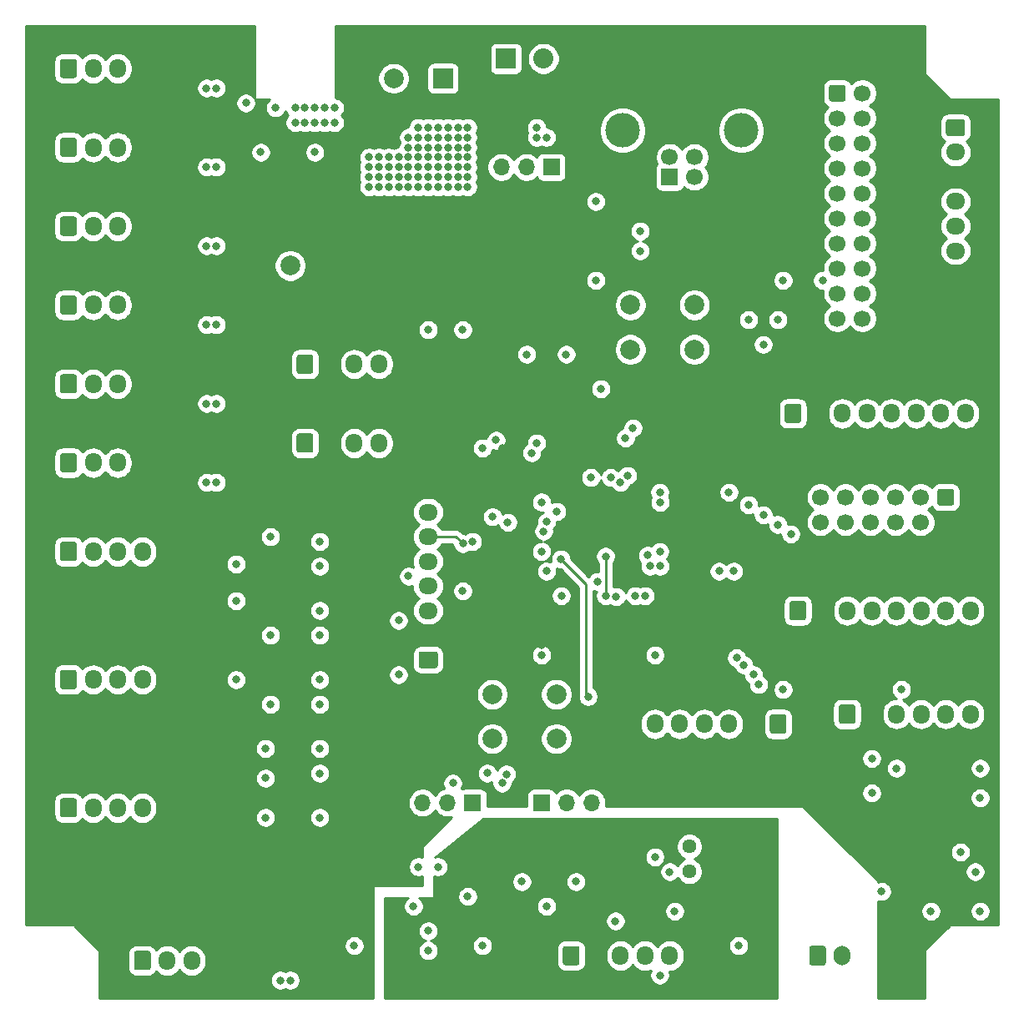
<source format=gbr>
%TF.GenerationSoftware,KiCad,Pcbnew,5.1.9-73d0e3b20d~88~ubuntu20.04.1*%
%TF.CreationDate,2021-04-20T13:41:42-04:00*%
%TF.ProjectId,control,636f6e74-726f-46c2-9e6b-696361645f70,rev?*%
%TF.SameCoordinates,Original*%
%TF.FileFunction,Copper,L3,Inr*%
%TF.FilePolarity,Positive*%
%FSLAX46Y46*%
G04 Gerber Fmt 4.6, Leading zero omitted, Abs format (unit mm)*
G04 Created by KiCad (PCBNEW 5.1.9-73d0e3b20d~88~ubuntu20.04.1) date 2021-04-20 13:41:42*
%MOMM*%
%LPD*%
G01*
G04 APERTURE LIST*
%TA.AperFunction,ComponentPad*%
%ADD10C,1.700000*%
%TD*%
%TA.AperFunction,ComponentPad*%
%ADD11O,1.700000X1.950000*%
%TD*%
%TA.AperFunction,ComponentPad*%
%ADD12O,1.950000X1.700000*%
%TD*%
%TA.AperFunction,ComponentPad*%
%ADD13O,1.700000X2.000000*%
%TD*%
%TA.AperFunction,ComponentPad*%
%ADD14C,2.000000*%
%TD*%
%TA.AperFunction,ComponentPad*%
%ADD15C,1.440000*%
%TD*%
%TA.AperFunction,ComponentPad*%
%ADD16O,1.700000X1.700000*%
%TD*%
%TA.AperFunction,ComponentPad*%
%ADD17R,1.700000X1.700000*%
%TD*%
%TA.AperFunction,ComponentPad*%
%ADD18C,3.500000*%
%TD*%
%TA.AperFunction,ComponentPad*%
%ADD19C,2.032000*%
%TD*%
%TA.AperFunction,ComponentPad*%
%ADD20R,2.032000X2.032000*%
%TD*%
%TA.AperFunction,ComponentPad*%
%ADD21R,2.000000X2.000000*%
%TD*%
%TA.AperFunction,ViaPad*%
%ADD22C,0.800000*%
%TD*%
%TA.AperFunction,Conductor*%
%ADD23C,0.254000*%
%TD*%
%TA.AperFunction,Conductor*%
%ADD24C,0.100000*%
%TD*%
G04 APERTURE END LIST*
D10*
%TO.N,/mcu/ENET_MDIO*%
%TO.C,J34*%
X101300000Y-71040000D03*
%TO.N,/mcu/ENET_REF_CLK*%
X103840000Y-71040000D03*
%TO.N,/mcu/ENET_RXD1*%
X106380000Y-71040000D03*
%TO.N,/mcu/ENET_CRS*%
X108920000Y-71040000D03*
%TO.N,/mcu/ENET_TXD1*%
X111460000Y-71040000D03*
%TO.N,+3V3*%
X114000000Y-71040000D03*
%TO.N,/mcu/ENET_MDC*%
X101300000Y-68500000D03*
%TO.N,/mcu/ENET_RX_ER*%
X103840000Y-68500000D03*
%TO.N,/mcu/ENET_RXD0*%
X106380000Y-68500000D03*
%TO.N,/mcu/ENET_TX_EN*%
X108920000Y-68500000D03*
%TO.N,/mcu/ENET_TXD0*%
X111460000Y-68500000D03*
%TO.N,GNDD*%
%TA.AperFunction,ComponentPad*%
G36*
G01*
X113400000Y-67650000D02*
X114600000Y-67650000D01*
G75*
G02*
X114850000Y-67900000I0J-250000D01*
G01*
X114850000Y-69100000D01*
G75*
G02*
X114600000Y-69350000I-250000J0D01*
G01*
X113400000Y-69350000D01*
G75*
G02*
X113150000Y-69100000I0J250000D01*
G01*
X113150000Y-67900000D01*
G75*
G02*
X113400000Y-67650000I250000J0D01*
G01*
G37*
%TD.AperFunction*%
%TD*%
D11*
%TO.N,/mcu/P2_3*%
%TO.C,J29*%
X116500000Y-80000000D03*
%TO.N,/mcu/P2_4*%
X114000000Y-80000000D03*
%TO.N,/mcu/P2_5*%
X111500000Y-80000000D03*
%TO.N,/mcu/P2_6*%
X109000000Y-80000000D03*
%TO.N,/mcu/P2_7*%
X106500000Y-80000000D03*
%TO.N,/mcu/P2_8*%
X104000000Y-80000000D03*
%TO.N,+3V3*%
X101500000Y-80000000D03*
%TO.N,GNDD*%
%TA.AperFunction,ComponentPad*%
G36*
G01*
X98150000Y-80725000D02*
X98150000Y-79275000D01*
G75*
G02*
X98400000Y-79025000I250000J0D01*
G01*
X99600000Y-79025000D01*
G75*
G02*
X99850000Y-79275000I0J-250000D01*
G01*
X99850000Y-80725000D01*
G75*
G02*
X99600000Y-80975000I-250000J0D01*
G01*
X98400000Y-80975000D01*
G75*
G02*
X98150000Y-80725000I0J250000D01*
G01*
G37*
%TD.AperFunction*%
%TD*%
D12*
%TO.N,/mcu/P1_18*%
%TO.C,J25*%
X61500000Y-70000000D03*
%TO.N,/mcu/P1_19*%
X61500000Y-72500000D03*
%TO.N,/mcu/P1_20*%
X61500000Y-75000000D03*
%TO.N,/mcu/P1_21*%
X61500000Y-77500000D03*
%TO.N,/mcu/P1_22*%
X61500000Y-80000000D03*
%TO.N,+3V3*%
X61500000Y-82500000D03*
%TO.N,GNDD*%
%TA.AperFunction,ComponentPad*%
G36*
G01*
X62225000Y-85850000D02*
X60775000Y-85850000D01*
G75*
G02*
X60525000Y-85600000I0J250000D01*
G01*
X60525000Y-84400000D01*
G75*
G02*
X60775000Y-84150000I250000J0D01*
G01*
X62225000Y-84150000D01*
G75*
G02*
X62475000Y-84400000I0J-250000D01*
G01*
X62475000Y-85600000D01*
G75*
G02*
X62225000Y-85850000I-250000J0D01*
G01*
G37*
%TD.AperFunction*%
%TD*%
D11*
%TO.N,/mcu/P4_28*%
%TO.C,J24*%
X116000000Y-60000000D03*
%TO.N,/mcu/P4_29*%
X113500000Y-60000000D03*
%TO.N,/mcu/PO_23*%
X111000000Y-60000000D03*
%TO.N,/mcu/PO_24*%
X108500000Y-60000000D03*
%TO.N,/mcu/PO_25*%
X106000000Y-60000000D03*
%TO.N,/mcu/PO_26*%
X103500000Y-60000000D03*
%TO.N,+3V3*%
X101000000Y-60000000D03*
%TO.N,GNDD*%
%TA.AperFunction,ComponentPad*%
G36*
G01*
X97650000Y-60725000D02*
X97650000Y-59275000D01*
G75*
G02*
X97900000Y-59025000I250000J0D01*
G01*
X99100000Y-59025000D01*
G75*
G02*
X99350000Y-59275000I0J-250000D01*
G01*
X99350000Y-60725000D01*
G75*
G02*
X99100000Y-60975000I-250000J0D01*
G01*
X97900000Y-60975000D01*
G75*
G02*
X97650000Y-60725000I0J250000D01*
G01*
G37*
%TD.AperFunction*%
%TD*%
%TO.N,/spindle/CONTROLLER_SV*%
%TO.C,J12*%
X86000000Y-115000000D03*
%TO.N,/spindle/CONTROLLER_PG*%
X83500000Y-115000000D03*
%TO.N,/spindle/CONTROLLER_EN*%
X81000000Y-115000000D03*
%TO.N,/spindle/CONTROLLER_10V*%
X78500000Y-115000000D03*
%TO.N,/spindle/CONTROLLER_GND*%
%TA.AperFunction,ComponentPad*%
G36*
G01*
X75150000Y-115725000D02*
X75150000Y-114275000D01*
G75*
G02*
X75400000Y-114025000I250000J0D01*
G01*
X76600000Y-114025000D01*
G75*
G02*
X76850000Y-114275000I0J-250000D01*
G01*
X76850000Y-115725000D01*
G75*
G02*
X76600000Y-115975000I-250000J0D01*
G01*
X75400000Y-115975000D01*
G75*
G02*
X75150000Y-115725000I0J250000D01*
G01*
G37*
%TD.AperFunction*%
%TD*%
D13*
%TO.N,Net-(J11-Pad2)*%
%TO.C,J11*%
X103500000Y-115000000D03*
%TO.N,Net-(J11-Pad1)*%
%TA.AperFunction,ComponentPad*%
G36*
G01*
X100150000Y-115750000D02*
X100150000Y-114250000D01*
G75*
G02*
X100400000Y-114000000I250000J0D01*
G01*
X101600000Y-114000000D01*
G75*
G02*
X101850000Y-114250000I0J-250000D01*
G01*
X101850000Y-115750000D01*
G75*
G02*
X101600000Y-116000000I-250000J0D01*
G01*
X100400000Y-116000000D01*
G75*
G02*
X100150000Y-115750000I0J250000D01*
G01*
G37*
%TD.AperFunction*%
%TD*%
D14*
%TO.N,/mcu/~ISP_BOOT*%
%TO.C,SW2*%
X74500000Y-88500000D03*
%TO.N,GNDD*%
X74500000Y-93000000D03*
%TO.N,/mcu/~ISP_BOOT*%
X68000000Y-88500000D03*
%TO.N,GNDD*%
X68000000Y-93000000D03*
%TD*%
%TO.N,/mcu/~RESET*%
%TO.C,SW1*%
X82000000Y-53500000D03*
%TO.N,GNDD*%
X82000000Y-49000000D03*
%TO.N,/mcu/~RESET*%
X88500000Y-53500000D03*
%TO.N,GNDD*%
X88500000Y-49000000D03*
%TD*%
D15*
%TO.N,/spindle/CONTROLLER_GND*%
%TO.C,RV3*%
X88000000Y-103920000D03*
%TO.N,Net-(RV3-Pad2)*%
X88000000Y-106460000D03*
%TO.N,/spindle/CONTROLLER_10V*%
X88000000Y-109000000D03*
%TD*%
D16*
%TO.N,/spindle/HALL_EFFECT_FEEDBACK*%
%TO.C,JP12*%
X60920000Y-99500000D03*
%TO.N,/spindle/FEEDBACK*%
X63460000Y-99500000D03*
D17*
%TO.N,/spindle/BLDC_FEEDBACK*%
X66000000Y-99500000D03*
%TD*%
D16*
%TO.N,/spindle/DC_PWM*%
%TO.C,JP11*%
X78080000Y-99500000D03*
%TO.N,/spindle/PWM*%
X75540000Y-99500000D03*
D17*
%TO.N,/spindle/BLDC_PWM*%
X73000000Y-99500000D03*
%TD*%
D16*
%TO.N,Net-(J1-Pad2)*%
%TO.C,JP1*%
X68920000Y-35000000D03*
%TO.N,+5V*%
X71460000Y-35000000D03*
D17*
%TO.N,VBUS*%
X74000000Y-35000000D03*
%TD*%
D11*
%TO.N,/mcu/SPI0_MOSI*%
%TO.C,J28*%
X84500000Y-91500000D03*
%TO.N,/mcu/SPI0_MISO*%
X87000000Y-91500000D03*
%TO.N,/mcu/SPI0_SCK*%
X89500000Y-91500000D03*
%TO.N,/mcu/SPI0_SSEL*%
X92000000Y-91500000D03*
%TO.N,+3V3*%
X94500000Y-91500000D03*
%TO.N,GNDD*%
%TA.AperFunction,ComponentPad*%
G36*
G01*
X97850000Y-90775000D02*
X97850000Y-92225000D01*
G75*
G02*
X97600000Y-92475000I-250000J0D01*
G01*
X96400000Y-92475000D01*
G75*
G02*
X96150000Y-92225000I0J250000D01*
G01*
X96150000Y-90775000D01*
G75*
G02*
X96400000Y-90525000I250000J0D01*
G01*
X97600000Y-90525000D01*
G75*
G02*
X97850000Y-90775000I0J-250000D01*
G01*
G37*
%TD.AperFunction*%
%TD*%
%TO.N,/mcu/SD_MOSI*%
%TO.C,J26*%
X116500000Y-90500000D03*
%TO.N,/mcu/SD_MISO*%
X114000000Y-90500000D03*
%TO.N,/mcu/SD_SCK*%
X111500000Y-90500000D03*
%TO.N,/mcu/SD_CS*%
X109000000Y-90500000D03*
%TO.N,+3V3*%
X106500000Y-90500000D03*
%TO.N,GNDD*%
%TA.AperFunction,ComponentPad*%
G36*
G01*
X103150000Y-91225000D02*
X103150000Y-89775000D01*
G75*
G02*
X103400000Y-89525000I250000J0D01*
G01*
X104600000Y-89525000D01*
G75*
G02*
X104850000Y-89775000I0J-250000D01*
G01*
X104850000Y-91225000D01*
G75*
G02*
X104600000Y-91475000I-250000J0D01*
G01*
X103400000Y-91475000D01*
G75*
G02*
X103150000Y-91225000I0J250000D01*
G01*
G37*
%TD.AperFunction*%
%TD*%
D10*
%TO.N,GNDD*%
%TO.C,J23*%
X105540000Y-50360000D03*
X105540000Y-47820000D03*
X105540000Y-45280000D03*
X105540000Y-42740000D03*
X105540000Y-40200000D03*
X105540000Y-37660000D03*
X105540000Y-35120000D03*
X105540000Y-32580000D03*
X105540000Y-30040000D03*
%TO.N,Net-(J23-Pad2)*%
X105540000Y-27500000D03*
%TO.N,Net-(J23-Pad19)*%
X103000000Y-50360000D03*
%TO.N,Net-(J23-Pad17)*%
X103000000Y-47820000D03*
%TO.N,/mcu/~RESET*%
X103000000Y-45280000D03*
%TO.N,/mcu/JTAG_TDO*%
X103000000Y-42740000D03*
%TO.N,/mcu/JTAG_RTCK*%
X103000000Y-40200000D03*
%TO.N,/mcu/JTAG_TCK*%
X103000000Y-37660000D03*
%TO.N,/mcu/JTAG_TMS*%
X103000000Y-35120000D03*
%TO.N,/mcu/JTAG_TDI*%
X103000000Y-32580000D03*
%TO.N,/mcu/~JTAG_TRST*%
X103000000Y-30040000D03*
%TO.N,Net-(J23-Pad1)*%
%TA.AperFunction,ComponentPad*%
G36*
G01*
X102150000Y-28100000D02*
X102150000Y-26900000D01*
G75*
G02*
X102400000Y-26650000I250000J0D01*
G01*
X103600000Y-26650000D01*
G75*
G02*
X103850000Y-26900000I0J-250000D01*
G01*
X103850000Y-28100000D01*
G75*
G02*
X103600000Y-28350000I-250000J0D01*
G01*
X102400000Y-28350000D01*
G75*
G02*
X102150000Y-28100000I0J250000D01*
G01*
G37*
%TD.AperFunction*%
%TD*%
D11*
%TO.N,/mcu/I2C1_SCL*%
%TO.C,J22*%
X56500000Y-55000000D03*
%TO.N,/mcu/I2C1_SDA*%
X54000000Y-55000000D03*
%TO.N,+3V3*%
X51500000Y-55000000D03*
%TO.N,GNDD*%
%TA.AperFunction,ComponentPad*%
G36*
G01*
X48150000Y-55725000D02*
X48150000Y-54275000D01*
G75*
G02*
X48400000Y-54025000I250000J0D01*
G01*
X49600000Y-54025000D01*
G75*
G02*
X49850000Y-54275000I0J-250000D01*
G01*
X49850000Y-55725000D01*
G75*
G02*
X49600000Y-55975000I-250000J0D01*
G01*
X48400000Y-55975000D01*
G75*
G02*
X48150000Y-55725000I0J250000D01*
G01*
G37*
%TD.AperFunction*%
%TD*%
D12*
%TO.N,/mcu/UART0_RTS*%
%TO.C,J21*%
X115000000Y-43500000D03*
%TO.N,/mcu/UART0_TX*%
X115000000Y-41000000D03*
%TO.N,/mcu/UART0_RX*%
X115000000Y-38500000D03*
%TO.N,+3V3*%
X115000000Y-36000000D03*
%TO.N,/mcu/UART0_CTS*%
X115000000Y-33500000D03*
%TO.N,GNDD*%
%TA.AperFunction,ComponentPad*%
G36*
G01*
X114275000Y-30150000D02*
X115725000Y-30150000D01*
G75*
G02*
X115975000Y-30400000I0J-250000D01*
G01*
X115975000Y-31600000D01*
G75*
G02*
X115725000Y-31850000I-250000J0D01*
G01*
X114275000Y-31850000D01*
G75*
G02*
X114025000Y-31600000I0J250000D01*
G01*
X114025000Y-30400000D01*
G75*
G02*
X114275000Y-30150000I250000J0D01*
G01*
G37*
%TD.AperFunction*%
%TD*%
D11*
%TO.N,/mcu/I2C0_SCL*%
%TO.C,J19*%
X56500000Y-63000000D03*
%TO.N,/mcu/I2C0_SDA*%
X54000000Y-63000000D03*
%TO.N,+3V3*%
X51500000Y-63000000D03*
%TO.N,GNDD*%
%TA.AperFunction,ComponentPad*%
G36*
G01*
X48150000Y-63725000D02*
X48150000Y-62275000D01*
G75*
G02*
X48400000Y-62025000I250000J0D01*
G01*
X49600000Y-62025000D01*
G75*
G02*
X49850000Y-62275000I0J-250000D01*
G01*
X49850000Y-63725000D01*
G75*
G02*
X49600000Y-63975000I-250000J0D01*
G01*
X48400000Y-63975000D01*
G75*
G02*
X48150000Y-63725000I0J250000D01*
G01*
G37*
%TD.AperFunction*%
%TD*%
%TO.N,Net-(J18-Pad3)*%
%TO.C,J18*%
X30000000Y-33000000D03*
%TO.N,ENDSTOPS_3.3V*%
X27500000Y-33000000D03*
%TO.N,GNDD*%
%TA.AperFunction,ComponentPad*%
G36*
G01*
X24150000Y-33725000D02*
X24150000Y-32275000D01*
G75*
G02*
X24400000Y-32025000I250000J0D01*
G01*
X25600000Y-32025000D01*
G75*
G02*
X25850000Y-32275000I0J-250000D01*
G01*
X25850000Y-33725000D01*
G75*
G02*
X25600000Y-33975000I-250000J0D01*
G01*
X24400000Y-33975000D01*
G75*
G02*
X24150000Y-33725000I0J250000D01*
G01*
G37*
%TD.AperFunction*%
%TD*%
%TO.N,Net-(J17-Pad3)*%
%TO.C,J17*%
X30000000Y-49000000D03*
%TO.N,ENDSTOPS_3.3V*%
X27500000Y-49000000D03*
%TO.N,GNDD*%
%TA.AperFunction,ComponentPad*%
G36*
G01*
X24150000Y-49725000D02*
X24150000Y-48275000D01*
G75*
G02*
X24400000Y-48025000I250000J0D01*
G01*
X25600000Y-48025000D01*
G75*
G02*
X25850000Y-48275000I0J-250000D01*
G01*
X25850000Y-49725000D01*
G75*
G02*
X25600000Y-49975000I-250000J0D01*
G01*
X24400000Y-49975000D01*
G75*
G02*
X24150000Y-49725000I0J250000D01*
G01*
G37*
%TD.AperFunction*%
%TD*%
%TO.N,Net-(J16-Pad3)*%
%TO.C,J16*%
X30000000Y-65000000D03*
%TO.N,ENDSTOPS_3.3V*%
X27500000Y-65000000D03*
%TO.N,GNDD*%
%TA.AperFunction,ComponentPad*%
G36*
G01*
X24150000Y-65725000D02*
X24150000Y-64275000D01*
G75*
G02*
X24400000Y-64025000I250000J0D01*
G01*
X25600000Y-64025000D01*
G75*
G02*
X25850000Y-64275000I0J-250000D01*
G01*
X25850000Y-65725000D01*
G75*
G02*
X25600000Y-65975000I-250000J0D01*
G01*
X24400000Y-65975000D01*
G75*
G02*
X24150000Y-65725000I0J250000D01*
G01*
G37*
%TD.AperFunction*%
%TD*%
%TO.N,Net-(J15-Pad3)*%
%TO.C,J15*%
X30000000Y-25000000D03*
%TO.N,ENDSTOPS_3.3V*%
X27500000Y-25000000D03*
%TO.N,GNDD*%
%TA.AperFunction,ComponentPad*%
G36*
G01*
X24150000Y-25725000D02*
X24150000Y-24275000D01*
G75*
G02*
X24400000Y-24025000I250000J0D01*
G01*
X25600000Y-24025000D01*
G75*
G02*
X25850000Y-24275000I0J-250000D01*
G01*
X25850000Y-25725000D01*
G75*
G02*
X25600000Y-25975000I-250000J0D01*
G01*
X24400000Y-25975000D01*
G75*
G02*
X24150000Y-25725000I0J250000D01*
G01*
G37*
%TD.AperFunction*%
%TD*%
%TO.N,Net-(J14-Pad3)*%
%TO.C,J14*%
X30000000Y-57000000D03*
%TO.N,ENDSTOPS_3.3V*%
X27500000Y-57000000D03*
%TO.N,GNDD*%
%TA.AperFunction,ComponentPad*%
G36*
G01*
X24150000Y-57725000D02*
X24150000Y-56275000D01*
G75*
G02*
X24400000Y-56025000I250000J0D01*
G01*
X25600000Y-56025000D01*
G75*
G02*
X25850000Y-56275000I0J-250000D01*
G01*
X25850000Y-57725000D01*
G75*
G02*
X25600000Y-57975000I-250000J0D01*
G01*
X24400000Y-57975000D01*
G75*
G02*
X24150000Y-57725000I0J250000D01*
G01*
G37*
%TD.AperFunction*%
%TD*%
%TO.N,Net-(J13-Pad3)*%
%TO.C,J13*%
X30000000Y-41000000D03*
%TO.N,ENDSTOPS_3.3V*%
X27500000Y-41000000D03*
%TO.N,GNDD*%
%TA.AperFunction,ComponentPad*%
G36*
G01*
X24150000Y-41725000D02*
X24150000Y-40275000D01*
G75*
G02*
X24400000Y-40025000I250000J0D01*
G01*
X25600000Y-40025000D01*
G75*
G02*
X25850000Y-40275000I0J-250000D01*
G01*
X25850000Y-41725000D01*
G75*
G02*
X25600000Y-41975000I-250000J0D01*
G01*
X24400000Y-41975000D01*
G75*
G02*
X24150000Y-41725000I0J250000D01*
G01*
G37*
%TD.AperFunction*%
%TD*%
%TO.N,/spindle/HALL_EFFECT_FEEDBACK*%
%TO.C,J10*%
X37500000Y-115500000D03*
%TO.N,ENDSTOPS_3.3V*%
X35000000Y-115500000D03*
%TO.N,GNDD*%
%TA.AperFunction,ComponentPad*%
G36*
G01*
X31650000Y-116225000D02*
X31650000Y-114775000D01*
G75*
G02*
X31900000Y-114525000I250000J0D01*
G01*
X33100000Y-114525000D01*
G75*
G02*
X33350000Y-114775000I0J-250000D01*
G01*
X33350000Y-116225000D01*
G75*
G02*
X33100000Y-116475000I-250000J0D01*
G01*
X31900000Y-116475000D01*
G75*
G02*
X31650000Y-116225000I0J250000D01*
G01*
G37*
%TD.AperFunction*%
%TD*%
%TO.N,/steppers/OPTO_X_STEP*%
%TO.C,J8*%
X32500000Y-74000000D03*
%TO.N,/steppers/OPTO_X_DIR*%
X30000000Y-74000000D03*
%TO.N,/steppers/OPTO_X_EN*%
X27500000Y-74000000D03*
%TO.N,/steppers/OPTO_X_GND*%
%TA.AperFunction,ComponentPad*%
G36*
G01*
X24150000Y-74725000D02*
X24150000Y-73275000D01*
G75*
G02*
X24400000Y-73025000I250000J0D01*
G01*
X25600000Y-73025000D01*
G75*
G02*
X25850000Y-73275000I0J-250000D01*
G01*
X25850000Y-74725000D01*
G75*
G02*
X25600000Y-74975000I-250000J0D01*
G01*
X24400000Y-74975000D01*
G75*
G02*
X24150000Y-74725000I0J250000D01*
G01*
G37*
%TD.AperFunction*%
%TD*%
%TO.N,/steppers/OPTO_Z_STEP*%
%TO.C,J6*%
X32500000Y-100000000D03*
%TO.N,/steppers/OPTO_Z_DIR*%
X30000000Y-100000000D03*
%TO.N,/steppers/OPTO_Z_EN*%
X27500000Y-100000000D03*
%TO.N,/steppers/OPTO_Z_GND*%
%TA.AperFunction,ComponentPad*%
G36*
G01*
X24150000Y-100725000D02*
X24150000Y-99275000D01*
G75*
G02*
X24400000Y-99025000I250000J0D01*
G01*
X25600000Y-99025000D01*
G75*
G02*
X25850000Y-99275000I0J-250000D01*
G01*
X25850000Y-100725000D01*
G75*
G02*
X25600000Y-100975000I-250000J0D01*
G01*
X24400000Y-100975000D01*
G75*
G02*
X24150000Y-100725000I0J250000D01*
G01*
G37*
%TD.AperFunction*%
%TD*%
%TO.N,/steppers/OPTO_Y_STEP*%
%TO.C,J4*%
X32500000Y-87000000D03*
%TO.N,/steppers/OPTO_Y_DIR*%
X30000000Y-87000000D03*
%TO.N,/steppers/OPTO_Y_EN*%
X27500000Y-87000000D03*
%TO.N,/steppers/OPTO_Y_GND*%
%TA.AperFunction,ComponentPad*%
G36*
G01*
X24150000Y-87725000D02*
X24150000Y-86275000D01*
G75*
G02*
X24400000Y-86025000I250000J0D01*
G01*
X25600000Y-86025000D01*
G75*
G02*
X25850000Y-86275000I0J-250000D01*
G01*
X25850000Y-87725000D01*
G75*
G02*
X25600000Y-87975000I-250000J0D01*
G01*
X24400000Y-87975000D01*
G75*
G02*
X24150000Y-87725000I0J250000D01*
G01*
G37*
%TD.AperFunction*%
%TD*%
D18*
%TO.N,Net-(C1-Pad1)*%
%TO.C,J2*%
X93270000Y-31290000D03*
X81230000Y-31290000D03*
D10*
%TO.N,GNDD*%
X86000000Y-34000000D03*
%TO.N,/J2_D+*%
X88500000Y-34000000D03*
%TO.N,/J2_D-*%
X88500000Y-36000000D03*
D17*
%TO.N,VBUS*%
X86000000Y-36000000D03*
%TD*%
D19*
%TO.N,Net-(J1-Pad2)*%
%TO.C,J1*%
X73192000Y-24000000D03*
D20*
%TO.N,GNDD*%
X69382000Y-24000000D03*
%TD*%
D14*
%TO.N,GNDD*%
%TO.C,C9*%
X47500000Y-45000000D03*
D21*
%TO.N,+3V3*%
X52500000Y-45000000D03*
%TD*%
D14*
%TO.N,GNDD*%
%TO.C,C3*%
X58000000Y-26000000D03*
D21*
%TO.N,+5V*%
X63000000Y-26000000D03*
%TD*%
D22*
%TO.N,GNDD*%
X50000000Y-30500000D03*
X50000000Y-29000000D03*
X62500000Y-35000000D03*
X61500000Y-35000000D03*
X60500000Y-35000000D03*
X59500000Y-35000000D03*
X59500000Y-34000000D03*
X59500000Y-33000000D03*
X60500000Y-33000000D03*
X60500000Y-34000000D03*
X61500000Y-34000000D03*
X62500000Y-34000000D03*
X62500000Y-33000000D03*
X61500000Y-33000000D03*
X60500000Y-106000000D03*
X79000000Y-57500000D03*
X67000000Y-63500000D03*
X73000000Y-84500000D03*
X91000000Y-76000000D03*
X61500000Y-31000000D03*
X62500000Y-31000000D03*
X63500000Y-31000000D03*
X64500000Y-31000000D03*
X65500000Y-31000000D03*
X65500000Y-32000000D03*
X64500000Y-32000000D03*
X63500000Y-32000000D03*
X62500000Y-32000000D03*
X61500000Y-32000000D03*
X63500000Y-33000000D03*
X64500000Y-33000000D03*
X65500000Y-33000000D03*
X65500000Y-34000000D03*
X64500000Y-34000000D03*
X63500000Y-34000000D03*
X60500000Y-32000000D03*
X59500000Y-32000000D03*
X60500000Y-31000000D03*
X63500000Y-35000000D03*
X64500000Y-35000000D03*
X65500000Y-35000000D03*
X65500000Y-36000000D03*
X64500000Y-36000000D03*
X63500000Y-36000000D03*
X62500000Y-36000000D03*
X61500000Y-36000000D03*
X60500000Y-36000000D03*
X59500000Y-36000000D03*
X58500000Y-36000000D03*
X58500000Y-35000000D03*
X58500000Y-34000000D03*
X57500000Y-34000000D03*
X56500000Y-34000000D03*
X55500000Y-34000000D03*
X55500000Y-35000000D03*
X56500000Y-35000000D03*
X57500000Y-35000000D03*
X57500000Y-36000000D03*
X56500000Y-36000000D03*
X55500000Y-36000000D03*
X55500000Y-37000000D03*
X56500000Y-37000000D03*
X57500000Y-37000000D03*
X58500000Y-37000000D03*
X59500000Y-37000000D03*
X60500000Y-37000000D03*
X61500000Y-37000000D03*
X62500000Y-37000000D03*
X63500000Y-37000000D03*
X64500000Y-37000000D03*
X65500000Y-37000000D03*
X72500000Y-31000000D03*
X73500000Y-32000000D03*
X72500000Y-32000000D03*
X46000000Y-29000000D03*
X40000000Y-67000000D03*
X39000000Y-67000000D03*
X39000000Y-59000000D03*
X40000000Y-59000000D03*
X40000000Y-51000000D03*
X39000000Y-51000000D03*
X40000000Y-43000000D03*
X39000000Y-43000000D03*
X40000000Y-35000000D03*
X39000000Y-35000000D03*
X40000000Y-27000000D03*
X39000000Y-27000000D03*
X97500000Y-46500000D03*
X75500000Y-54000000D03*
X71500000Y-54000000D03*
X80000000Y-66500000D03*
X78000000Y-66500000D03*
X73000000Y-69000000D03*
X73000000Y-74000000D03*
X75000000Y-78500000D03*
X83500000Y-78500000D03*
X85000000Y-68000000D03*
X117500000Y-96000000D03*
X109000000Y-96000000D03*
X117000000Y-106500000D03*
X117500000Y-110500000D03*
X112500000Y-110500000D03*
X117500000Y-99000000D03*
X107500000Y-108500000D03*
X50500000Y-73000000D03*
X50500000Y-75500000D03*
X50500000Y-80000000D03*
X50500000Y-82500000D03*
X50500000Y-87000000D03*
X50500000Y-89500000D03*
X50500000Y-94000000D03*
X50500000Y-96500000D03*
X50500000Y-101000000D03*
X47500000Y-117500000D03*
X46500000Y-117500000D03*
X83756626Y-74394932D03*
X50000000Y-33500000D03*
X84500000Y-84500000D03*
X92000000Y-68000000D03*
X66000000Y-73000000D03*
X54000000Y-114000000D03*
X49000000Y-29000000D03*
X49000000Y-30500000D03*
X48000000Y-29000000D03*
X46000000Y-29000000D03*
X51000000Y-29000000D03*
X52000000Y-29000000D03*
X52000000Y-30500000D03*
X51000000Y-30500000D03*
X48000000Y-30500000D03*
X83000000Y-41500000D03*
X78500000Y-46500000D03*
X78500000Y-38500000D03*
%TO.N,+3V3*%
X63000000Y-42000000D03*
X64000000Y-42000000D03*
X65000000Y-42000000D03*
X66000000Y-42000000D03*
X66000000Y-43000000D03*
X65000000Y-43000000D03*
X64000000Y-43000000D03*
X81500000Y-57500000D03*
X69000000Y-63500000D03*
X97500000Y-27000000D03*
X97500000Y-33500000D03*
X97500000Y-40000000D03*
X97500000Y-53000000D03*
X55500000Y-106000000D03*
X117000000Y-104500000D03*
X104500000Y-95000000D03*
X103500000Y-103000000D03*
X113000000Y-96000000D03*
X57500000Y-71000000D03*
X54000000Y-71000000D03*
X90000000Y-66091989D03*
X76000000Y-66500000D03*
X69014067Y-82514067D03*
X65000000Y-47000000D03*
X62000000Y-47000000D03*
X84500000Y-82500000D03*
X72999999Y-83487965D03*
X89500000Y-75773000D03*
X67500000Y-73000000D03*
X78500000Y-51000000D03*
%TO.N,/spindle/CONTROLLER_GND*%
X61500000Y-114500000D03*
X61500000Y-112500000D03*
X67000000Y-114000000D03*
X65500000Y-109000000D03*
X71000000Y-107500000D03*
X73500000Y-110000000D03*
X93000000Y-114000000D03*
X84500000Y-105000000D03*
%TO.N,/spindle/CONTROLLER_10V*%
X78500000Y-104000000D03*
X57561727Y-109561727D03*
%TO.N,/endstops/X_MIN*%
X44500000Y-33500000D03*
X43000000Y-28500000D03*
%TO.N,VBUS*%
X83000000Y-43500000D03*
%TO.N,/steppers/OPTO_Y_GND*%
X42000000Y-87000000D03*
X45500000Y-89500000D03*
X45500000Y-82500000D03*
%TO.N,/steppers/OPTO_Z_GND*%
X45000000Y-94000000D03*
X45000000Y-97000000D03*
X45000000Y-101000000D03*
%TO.N,/steppers/OPTO_X_GND*%
X42000000Y-75282500D03*
X42000000Y-79000000D03*
X45500000Y-72500000D03*
%TO.N,/spindle/CONTROLLER_SV*%
X80500000Y-111500000D03*
X76500000Y-107500000D03*
%TO.N,/spindle/CONTROLLER_EN*%
X85000000Y-117000000D03*
%TO.N,/mcu/I2C1_SCL*%
X72500000Y-63000000D03*
X65000000Y-51500000D03*
%TO.N,/mcu/I2C1_SDA*%
X72000000Y-64000000D03*
X61500000Y-51500000D03*
%TO.N,/mcu/JTAG_TDO*%
X95500000Y-53000000D03*
X101500000Y-46500000D03*
%TO.N,/mcu/JTAG_TCK*%
X96985933Y-50485933D03*
X93985933Y-50485933D03*
%TO.N,/mcu/PO_23*%
X81000000Y-67000000D03*
%TO.N,/mcu/PO_24*%
X81727000Y-66292892D03*
%TO.N,/mcu/PO_25*%
X81500000Y-62500000D03*
%TO.N,/mcu/PO_26*%
X82273000Y-61466710D03*
%TO.N,/mcu/P1_18*%
X68014004Y-70485996D03*
%TO.N,/mcu/P1_19*%
X65020015Y-73199083D03*
X74546415Y-69942318D03*
%TO.N,/mcu/P1_20*%
X69573995Y-71045861D03*
%TO.N,/mcu/P1_21*%
X73500000Y-71000000D03*
%TO.N,/mcu/P1_22*%
X73208416Y-71956547D03*
%TO.N,/mcu/SD_MOSI*%
X109500000Y-88000000D03*
X97500000Y-88000000D03*
%TO.N,/mcu/SD_SCK*%
X115500000Y-104500000D03*
%TO.N,/mcu/SD_CS*%
X106500000Y-98500000D03*
X106500000Y-95000000D03*
%TO.N,/mcu/P2_3*%
X82500000Y-78500000D03*
%TO.N,/mcu/P2_4*%
X80573254Y-78578220D03*
%TO.N,/mcu/P2_5*%
X92792892Y-84792892D03*
%TO.N,/mcu/P2_6*%
X93500000Y-85500000D03*
%TO.N,/mcu/P2_7*%
X94500000Y-86500000D03*
%TO.N,/mcu/P2_8*%
X95000000Y-87500000D03*
%TO.N,/mcu/P4_29*%
X85000000Y-74000000D03*
X92500000Y-76000000D03*
%TO.N,/mcu/ENET_REF_CLK*%
X98292892Y-72227000D03*
%TO.N,/mcu/ENET_RXD1*%
X96956355Y-71273000D03*
%TO.N,/mcu/ENET_CRS*%
X95500000Y-70273000D03*
%TO.N,/mcu/ENET_TXD1*%
X94000000Y-69273000D03*
%TO.N,/mcu/ENET_TXD0*%
X85022210Y-69004224D03*
%TO.N,/mcu/Z_DIR*%
X69430654Y-96597481D03*
X67485933Y-96485933D03*
%TO.N,/mcu/X_EN*%
X85014067Y-75485933D03*
X58500000Y-81000000D03*
%TO.N,/mcu/X_DIR*%
X65000000Y-78000000D03*
X84000000Y-75500000D03*
%TO.N,/mcu/X_STEP*%
X73500000Y-76000000D03*
X59500000Y-76500000D03*
%TO.N,/spindle/PWM*%
X74966767Y-74781247D03*
X77727000Y-88727000D03*
%TO.N,/mcu/SCON*%
X79500000Y-78500000D03*
X68382828Y-62713169D03*
X79500000Y-74500000D03*
%TO.N,Net-(R32-Pad2)*%
X62500000Y-106000000D03*
X60000000Y-110000000D03*
%TO.N,Net-(R39-Pad2)*%
X86000000Y-106500000D03*
X86500000Y-110500000D03*
%TO.N,/mcu/Z_EN*%
X69000000Y-97500000D03*
X64000000Y-97500000D03*
%TO.N,/mcu/Y_STEP*%
X78681011Y-77045999D03*
X58500000Y-86500000D03*
%TD*%
D23*
%TO.N,/mcu/P1_19*%
X64320932Y-72500000D02*
X65020015Y-73199083D01*
X61500000Y-72500000D02*
X64320932Y-72500000D01*
%TO.N,/spindle/PWM*%
X74966767Y-74781247D02*
X77500000Y-77314480D01*
X77500000Y-88500000D02*
X77727000Y-88727000D01*
X77500000Y-84500000D02*
X77500000Y-88500000D01*
X77500000Y-77314480D02*
X77500000Y-84500000D01*
X77500000Y-84500000D02*
X77500000Y-84773000D01*
%TO.N,/mcu/SCON*%
X79500000Y-74500000D02*
X79500000Y-78500000D01*
%TD*%
%TO.N,/spindle/CONTROLLER_10V*%
X96873000Y-119340000D02*
X57127000Y-119340000D01*
X57127000Y-112398061D01*
X60465000Y-112398061D01*
X60465000Y-112601939D01*
X60504774Y-112801898D01*
X60582795Y-112990256D01*
X60696063Y-113159774D01*
X60840226Y-113303937D01*
X61009744Y-113417205D01*
X61198102Y-113495226D01*
X61222103Y-113500000D01*
X61198102Y-113504774D01*
X61009744Y-113582795D01*
X60840226Y-113696063D01*
X60696063Y-113840226D01*
X60582795Y-114009744D01*
X60504774Y-114198102D01*
X60465000Y-114398061D01*
X60465000Y-114601939D01*
X60504774Y-114801898D01*
X60582795Y-114990256D01*
X60696063Y-115159774D01*
X60840226Y-115303937D01*
X61009744Y-115417205D01*
X61198102Y-115495226D01*
X61398061Y-115535000D01*
X61601939Y-115535000D01*
X61801898Y-115495226D01*
X61990256Y-115417205D01*
X62159774Y-115303937D01*
X62303937Y-115159774D01*
X62417205Y-114990256D01*
X62495226Y-114801898D01*
X62535000Y-114601939D01*
X62535000Y-114398061D01*
X62495226Y-114198102D01*
X62417205Y-114009744D01*
X62342582Y-113898061D01*
X65965000Y-113898061D01*
X65965000Y-114101939D01*
X66004774Y-114301898D01*
X66082795Y-114490256D01*
X66196063Y-114659774D01*
X66340226Y-114803937D01*
X66509744Y-114917205D01*
X66698102Y-114995226D01*
X66898061Y-115035000D01*
X67101939Y-115035000D01*
X67301898Y-114995226D01*
X67490256Y-114917205D01*
X67659774Y-114803937D01*
X67803937Y-114659774D01*
X67917205Y-114490256D01*
X67995226Y-114301898D01*
X68000576Y-114275000D01*
X74511928Y-114275000D01*
X74511928Y-115725000D01*
X74528992Y-115898254D01*
X74579528Y-116064850D01*
X74661595Y-116218386D01*
X74772038Y-116352962D01*
X74906614Y-116463405D01*
X75060150Y-116545472D01*
X75226746Y-116596008D01*
X75400000Y-116613072D01*
X76600000Y-116613072D01*
X76773254Y-116596008D01*
X76939850Y-116545472D01*
X77093386Y-116463405D01*
X77227962Y-116352962D01*
X77338405Y-116218386D01*
X77420472Y-116064850D01*
X77471008Y-115898254D01*
X77488072Y-115725000D01*
X77488072Y-114802051D01*
X79515000Y-114802051D01*
X79515000Y-115197950D01*
X79536487Y-115416111D01*
X79621401Y-115696034D01*
X79759294Y-115954014D01*
X79944866Y-116180134D01*
X80170987Y-116365706D01*
X80428967Y-116503599D01*
X80708890Y-116588513D01*
X81000000Y-116617185D01*
X81291111Y-116588513D01*
X81571034Y-116503599D01*
X81829014Y-116365706D01*
X82055134Y-116180134D01*
X82240706Y-115954014D01*
X82250000Y-115936626D01*
X82259294Y-115954014D01*
X82444866Y-116180134D01*
X82670987Y-116365706D01*
X82928967Y-116503599D01*
X83208890Y-116588513D01*
X83500000Y-116617185D01*
X83791111Y-116588513D01*
X84071034Y-116503599D01*
X84095716Y-116490406D01*
X84082795Y-116509744D01*
X84004774Y-116698102D01*
X83965000Y-116898061D01*
X83965000Y-117101939D01*
X84004774Y-117301898D01*
X84082795Y-117490256D01*
X84196063Y-117659774D01*
X84340226Y-117803937D01*
X84509744Y-117917205D01*
X84698102Y-117995226D01*
X84898061Y-118035000D01*
X85101939Y-118035000D01*
X85301898Y-117995226D01*
X85490256Y-117917205D01*
X85659774Y-117803937D01*
X85803937Y-117659774D01*
X85917205Y-117490256D01*
X85995226Y-117301898D01*
X86035000Y-117101939D01*
X86035000Y-116898061D01*
X85995226Y-116698102D01*
X85960080Y-116613253D01*
X86000000Y-116617185D01*
X86291111Y-116588513D01*
X86571034Y-116503599D01*
X86829014Y-116365706D01*
X87055134Y-116180134D01*
X87240706Y-115954014D01*
X87378599Y-115696033D01*
X87463513Y-115416110D01*
X87485000Y-115197949D01*
X87485000Y-114802050D01*
X87463513Y-114583889D01*
X87378599Y-114303966D01*
X87240706Y-114045986D01*
X87119308Y-113898061D01*
X91965000Y-113898061D01*
X91965000Y-114101939D01*
X92004774Y-114301898D01*
X92082795Y-114490256D01*
X92196063Y-114659774D01*
X92340226Y-114803937D01*
X92509744Y-114917205D01*
X92698102Y-114995226D01*
X92898061Y-115035000D01*
X93101939Y-115035000D01*
X93301898Y-114995226D01*
X93490256Y-114917205D01*
X93659774Y-114803937D01*
X93803937Y-114659774D01*
X93917205Y-114490256D01*
X93995226Y-114301898D01*
X94035000Y-114101939D01*
X94035000Y-113898061D01*
X93995226Y-113698102D01*
X93917205Y-113509744D01*
X93803937Y-113340226D01*
X93659774Y-113196063D01*
X93490256Y-113082795D01*
X93301898Y-113004774D01*
X93101939Y-112965000D01*
X92898061Y-112965000D01*
X92698102Y-113004774D01*
X92509744Y-113082795D01*
X92340226Y-113196063D01*
X92196063Y-113340226D01*
X92082795Y-113509744D01*
X92004774Y-113698102D01*
X91965000Y-113898061D01*
X87119308Y-113898061D01*
X87055134Y-113819866D01*
X86829013Y-113634294D01*
X86571033Y-113496401D01*
X86291110Y-113411487D01*
X86000000Y-113382815D01*
X85708889Y-113411487D01*
X85428966Y-113496401D01*
X85170986Y-113634294D01*
X84944866Y-113819866D01*
X84759294Y-114045987D01*
X84750000Y-114063374D01*
X84740706Y-114045986D01*
X84555134Y-113819866D01*
X84329013Y-113634294D01*
X84071033Y-113496401D01*
X83791110Y-113411487D01*
X83500000Y-113382815D01*
X83208889Y-113411487D01*
X82928966Y-113496401D01*
X82670986Y-113634294D01*
X82444866Y-113819866D01*
X82259294Y-114045987D01*
X82250000Y-114063374D01*
X82240706Y-114045986D01*
X82055134Y-113819866D01*
X81829013Y-113634294D01*
X81571033Y-113496401D01*
X81291110Y-113411487D01*
X81000000Y-113382815D01*
X80708889Y-113411487D01*
X80428966Y-113496401D01*
X80170986Y-113634294D01*
X79944866Y-113819866D01*
X79759294Y-114045987D01*
X79621401Y-114303967D01*
X79536487Y-114583890D01*
X79515000Y-114802051D01*
X77488072Y-114802051D01*
X77488072Y-114275000D01*
X77471008Y-114101746D01*
X77420472Y-113935150D01*
X77338405Y-113781614D01*
X77227962Y-113647038D01*
X77093386Y-113536595D01*
X76939850Y-113454528D01*
X76773254Y-113403992D01*
X76600000Y-113386928D01*
X75400000Y-113386928D01*
X75226746Y-113403992D01*
X75060150Y-113454528D01*
X74906614Y-113536595D01*
X74772038Y-113647038D01*
X74661595Y-113781614D01*
X74579528Y-113935150D01*
X74528992Y-114101746D01*
X74511928Y-114275000D01*
X68000576Y-114275000D01*
X68035000Y-114101939D01*
X68035000Y-113898061D01*
X67995226Y-113698102D01*
X67917205Y-113509744D01*
X67803937Y-113340226D01*
X67659774Y-113196063D01*
X67490256Y-113082795D01*
X67301898Y-113004774D01*
X67101939Y-112965000D01*
X66898061Y-112965000D01*
X66698102Y-113004774D01*
X66509744Y-113082795D01*
X66340226Y-113196063D01*
X66196063Y-113340226D01*
X66082795Y-113509744D01*
X66004774Y-113698102D01*
X65965000Y-113898061D01*
X62342582Y-113898061D01*
X62303937Y-113840226D01*
X62159774Y-113696063D01*
X61990256Y-113582795D01*
X61801898Y-113504774D01*
X61777897Y-113500000D01*
X61801898Y-113495226D01*
X61990256Y-113417205D01*
X62159774Y-113303937D01*
X62303937Y-113159774D01*
X62417205Y-112990256D01*
X62495226Y-112801898D01*
X62535000Y-112601939D01*
X62535000Y-112398061D01*
X62495226Y-112198102D01*
X62417205Y-112009744D01*
X62303937Y-111840226D01*
X62159774Y-111696063D01*
X61990256Y-111582795D01*
X61801898Y-111504774D01*
X61601939Y-111465000D01*
X61398061Y-111465000D01*
X61198102Y-111504774D01*
X61009744Y-111582795D01*
X60840226Y-111696063D01*
X60696063Y-111840226D01*
X60582795Y-112009744D01*
X60504774Y-112198102D01*
X60465000Y-112398061D01*
X57127000Y-112398061D01*
X57127000Y-111398061D01*
X79465000Y-111398061D01*
X79465000Y-111601939D01*
X79504774Y-111801898D01*
X79582795Y-111990256D01*
X79696063Y-112159774D01*
X79840226Y-112303937D01*
X80009744Y-112417205D01*
X80198102Y-112495226D01*
X80398061Y-112535000D01*
X80601939Y-112535000D01*
X80801898Y-112495226D01*
X80990256Y-112417205D01*
X81159774Y-112303937D01*
X81303937Y-112159774D01*
X81417205Y-111990256D01*
X81495226Y-111801898D01*
X81535000Y-111601939D01*
X81535000Y-111398061D01*
X81495226Y-111198102D01*
X81417205Y-111009744D01*
X81303937Y-110840226D01*
X81159774Y-110696063D01*
X80990256Y-110582795D01*
X80801898Y-110504774D01*
X80601939Y-110465000D01*
X80398061Y-110465000D01*
X80198102Y-110504774D01*
X80009744Y-110582795D01*
X79840226Y-110696063D01*
X79696063Y-110840226D01*
X79582795Y-111009744D01*
X79504774Y-111198102D01*
X79465000Y-111398061D01*
X57127000Y-111398061D01*
X57127000Y-109127000D01*
X59443586Y-109127000D01*
X59340226Y-109196063D01*
X59196063Y-109340226D01*
X59082795Y-109509744D01*
X59004774Y-109698102D01*
X58965000Y-109898061D01*
X58965000Y-110101939D01*
X59004774Y-110301898D01*
X59082795Y-110490256D01*
X59196063Y-110659774D01*
X59340226Y-110803937D01*
X59509744Y-110917205D01*
X59698102Y-110995226D01*
X59898061Y-111035000D01*
X60101939Y-111035000D01*
X60301898Y-110995226D01*
X60490256Y-110917205D01*
X60659774Y-110803937D01*
X60803937Y-110659774D01*
X60917205Y-110490256D01*
X60995226Y-110301898D01*
X61035000Y-110101939D01*
X61035000Y-109898061D01*
X60995226Y-109698102D01*
X60917205Y-109509744D01*
X60803937Y-109340226D01*
X60659774Y-109196063D01*
X60556414Y-109127000D01*
X62000000Y-109127000D01*
X62024776Y-109124560D01*
X62048601Y-109117333D01*
X62070557Y-109105597D01*
X62089803Y-109089803D01*
X62105597Y-109070557D01*
X62117333Y-109048601D01*
X62124560Y-109024776D01*
X62127000Y-109000000D01*
X62127000Y-108898061D01*
X64465000Y-108898061D01*
X64465000Y-109101939D01*
X64504774Y-109301898D01*
X64582795Y-109490256D01*
X64696063Y-109659774D01*
X64840226Y-109803937D01*
X65009744Y-109917205D01*
X65198102Y-109995226D01*
X65398061Y-110035000D01*
X65601939Y-110035000D01*
X65801898Y-109995226D01*
X65990256Y-109917205D01*
X66018907Y-109898061D01*
X72465000Y-109898061D01*
X72465000Y-110101939D01*
X72504774Y-110301898D01*
X72582795Y-110490256D01*
X72696063Y-110659774D01*
X72840226Y-110803937D01*
X73009744Y-110917205D01*
X73198102Y-110995226D01*
X73398061Y-111035000D01*
X73601939Y-111035000D01*
X73801898Y-110995226D01*
X73990256Y-110917205D01*
X74159774Y-110803937D01*
X74303937Y-110659774D01*
X74417205Y-110490256D01*
X74455393Y-110398061D01*
X85465000Y-110398061D01*
X85465000Y-110601939D01*
X85504774Y-110801898D01*
X85582795Y-110990256D01*
X85696063Y-111159774D01*
X85840226Y-111303937D01*
X86009744Y-111417205D01*
X86198102Y-111495226D01*
X86398061Y-111535000D01*
X86601939Y-111535000D01*
X86801898Y-111495226D01*
X86990256Y-111417205D01*
X87159774Y-111303937D01*
X87303937Y-111159774D01*
X87417205Y-110990256D01*
X87495226Y-110801898D01*
X87535000Y-110601939D01*
X87535000Y-110398061D01*
X87495226Y-110198102D01*
X87417205Y-110009744D01*
X87303937Y-109840226D01*
X87159774Y-109696063D01*
X86990256Y-109582795D01*
X86801898Y-109504774D01*
X86601939Y-109465000D01*
X86398061Y-109465000D01*
X86198102Y-109504774D01*
X86009744Y-109582795D01*
X85840226Y-109696063D01*
X85696063Y-109840226D01*
X85582795Y-110009744D01*
X85504774Y-110198102D01*
X85465000Y-110398061D01*
X74455393Y-110398061D01*
X74495226Y-110301898D01*
X74535000Y-110101939D01*
X74535000Y-109898061D01*
X74495226Y-109698102D01*
X74417205Y-109509744D01*
X74303937Y-109340226D01*
X74159774Y-109196063D01*
X73990256Y-109082795D01*
X73801898Y-109004774D01*
X73601939Y-108965000D01*
X73398061Y-108965000D01*
X73198102Y-109004774D01*
X73009744Y-109082795D01*
X72840226Y-109196063D01*
X72696063Y-109340226D01*
X72582795Y-109509744D01*
X72504774Y-109698102D01*
X72465000Y-109898061D01*
X66018907Y-109898061D01*
X66159774Y-109803937D01*
X66303937Y-109659774D01*
X66417205Y-109490256D01*
X66495226Y-109301898D01*
X66535000Y-109101939D01*
X66535000Y-108898061D01*
X66495226Y-108698102D01*
X66417205Y-108509744D01*
X66303937Y-108340226D01*
X66159774Y-108196063D01*
X65990256Y-108082795D01*
X65801898Y-108004774D01*
X65601939Y-107965000D01*
X65398061Y-107965000D01*
X65198102Y-108004774D01*
X65009744Y-108082795D01*
X64840226Y-108196063D01*
X64696063Y-108340226D01*
X64582795Y-108509744D01*
X64504774Y-108698102D01*
X64465000Y-108898061D01*
X62127000Y-108898061D01*
X62127000Y-107398061D01*
X69965000Y-107398061D01*
X69965000Y-107601939D01*
X70004774Y-107801898D01*
X70082795Y-107990256D01*
X70196063Y-108159774D01*
X70340226Y-108303937D01*
X70509744Y-108417205D01*
X70698102Y-108495226D01*
X70898061Y-108535000D01*
X71101939Y-108535000D01*
X71301898Y-108495226D01*
X71490256Y-108417205D01*
X71659774Y-108303937D01*
X71803937Y-108159774D01*
X71917205Y-107990256D01*
X71995226Y-107801898D01*
X72035000Y-107601939D01*
X72035000Y-107398061D01*
X75465000Y-107398061D01*
X75465000Y-107601939D01*
X75504774Y-107801898D01*
X75582795Y-107990256D01*
X75696063Y-108159774D01*
X75840226Y-108303937D01*
X76009744Y-108417205D01*
X76198102Y-108495226D01*
X76398061Y-108535000D01*
X76601939Y-108535000D01*
X76801898Y-108495226D01*
X76990256Y-108417205D01*
X77159774Y-108303937D01*
X77303937Y-108159774D01*
X77417205Y-107990256D01*
X77495226Y-107801898D01*
X77535000Y-107601939D01*
X77535000Y-107398061D01*
X77495226Y-107198102D01*
X77417205Y-107009744D01*
X77303937Y-106840226D01*
X77159774Y-106696063D01*
X76990256Y-106582795D01*
X76801898Y-106504774D01*
X76601939Y-106465000D01*
X76398061Y-106465000D01*
X76198102Y-106504774D01*
X76009744Y-106582795D01*
X75840226Y-106696063D01*
X75696063Y-106840226D01*
X75582795Y-107009744D01*
X75504774Y-107198102D01*
X75465000Y-107398061D01*
X72035000Y-107398061D01*
X71995226Y-107198102D01*
X71917205Y-107009744D01*
X71803937Y-106840226D01*
X71659774Y-106696063D01*
X71490256Y-106582795D01*
X71301898Y-106504774D01*
X71101939Y-106465000D01*
X70898061Y-106465000D01*
X70698102Y-106504774D01*
X70509744Y-106582795D01*
X70340226Y-106696063D01*
X70196063Y-106840226D01*
X70082795Y-107009744D01*
X70004774Y-107198102D01*
X69965000Y-107398061D01*
X62127000Y-107398061D01*
X62127000Y-106965774D01*
X62198102Y-106995226D01*
X62398061Y-107035000D01*
X62601939Y-107035000D01*
X62801898Y-106995226D01*
X62990256Y-106917205D01*
X63159774Y-106803937D01*
X63303937Y-106659774D01*
X63417205Y-106490256D01*
X63455393Y-106398061D01*
X84965000Y-106398061D01*
X84965000Y-106601939D01*
X85004774Y-106801898D01*
X85082795Y-106990256D01*
X85196063Y-107159774D01*
X85340226Y-107303937D01*
X85509744Y-107417205D01*
X85698102Y-107495226D01*
X85898061Y-107535000D01*
X86101939Y-107535000D01*
X86301898Y-107495226D01*
X86490256Y-107417205D01*
X86659774Y-107303937D01*
X86803937Y-107159774D01*
X86820933Y-107134337D01*
X86947503Y-107323762D01*
X87136238Y-107512497D01*
X87358167Y-107660785D01*
X87604761Y-107762928D01*
X87866544Y-107815000D01*
X88133456Y-107815000D01*
X88395239Y-107762928D01*
X88641833Y-107660785D01*
X88863762Y-107512497D01*
X89052497Y-107323762D01*
X89200785Y-107101833D01*
X89302928Y-106855239D01*
X89355000Y-106593456D01*
X89355000Y-106326544D01*
X89302928Y-106064761D01*
X89200785Y-105818167D01*
X89052497Y-105596238D01*
X88863762Y-105407503D01*
X88641833Y-105259215D01*
X88474734Y-105190000D01*
X88641833Y-105120785D01*
X88863762Y-104972497D01*
X89052497Y-104783762D01*
X89200785Y-104561833D01*
X89302928Y-104315239D01*
X89355000Y-104053456D01*
X89355000Y-103786544D01*
X89302928Y-103524761D01*
X89200785Y-103278167D01*
X89052497Y-103056238D01*
X88863762Y-102867503D01*
X88641833Y-102719215D01*
X88395239Y-102617072D01*
X88133456Y-102565000D01*
X87866544Y-102565000D01*
X87604761Y-102617072D01*
X87358167Y-102719215D01*
X87136238Y-102867503D01*
X86947503Y-103056238D01*
X86799215Y-103278167D01*
X86697072Y-103524761D01*
X86645000Y-103786544D01*
X86645000Y-104053456D01*
X86697072Y-104315239D01*
X86799215Y-104561833D01*
X86947503Y-104783762D01*
X87136238Y-104972497D01*
X87358167Y-105120785D01*
X87525266Y-105190000D01*
X87358167Y-105259215D01*
X87136238Y-105407503D01*
X86947503Y-105596238D01*
X86799215Y-105818167D01*
X86794137Y-105830426D01*
X86659774Y-105696063D01*
X86490256Y-105582795D01*
X86301898Y-105504774D01*
X86101939Y-105465000D01*
X85898061Y-105465000D01*
X85698102Y-105504774D01*
X85509744Y-105582795D01*
X85340226Y-105696063D01*
X85196063Y-105840226D01*
X85082795Y-106009744D01*
X85004774Y-106198102D01*
X84965000Y-106398061D01*
X63455393Y-106398061D01*
X63495226Y-106301898D01*
X63535000Y-106101939D01*
X63535000Y-105898061D01*
X63495226Y-105698102D01*
X63417205Y-105509744D01*
X63303937Y-105340226D01*
X63159774Y-105196063D01*
X62990256Y-105082795D01*
X62801898Y-105004774D01*
X62601939Y-104965000D01*
X62398061Y-104965000D01*
X62198102Y-105004774D01*
X62196504Y-105005436D01*
X62330722Y-104898061D01*
X83465000Y-104898061D01*
X83465000Y-105101939D01*
X83504774Y-105301898D01*
X83582795Y-105490256D01*
X83696063Y-105659774D01*
X83840226Y-105803937D01*
X84009744Y-105917205D01*
X84198102Y-105995226D01*
X84398061Y-106035000D01*
X84601939Y-106035000D01*
X84801898Y-105995226D01*
X84990256Y-105917205D01*
X85159774Y-105803937D01*
X85303937Y-105659774D01*
X85417205Y-105490256D01*
X85495226Y-105301898D01*
X85535000Y-105101939D01*
X85535000Y-104898061D01*
X85495226Y-104698102D01*
X85417205Y-104509744D01*
X85303937Y-104340226D01*
X85159774Y-104196063D01*
X84990256Y-104082795D01*
X84801898Y-104004774D01*
X84601939Y-103965000D01*
X84398061Y-103965000D01*
X84198102Y-104004774D01*
X84009744Y-104082795D01*
X83840226Y-104196063D01*
X83696063Y-104340226D01*
X83582795Y-104509744D01*
X83504774Y-104698102D01*
X83465000Y-104898061D01*
X62330722Y-104898061D01*
X67044549Y-101127000D01*
X96873000Y-101127000D01*
X96873000Y-119340000D01*
%TA.AperFunction,Conductor*%
D24*
G36*
X96873000Y-119340000D02*
G01*
X57127000Y-119340000D01*
X57127000Y-112398061D01*
X60465000Y-112398061D01*
X60465000Y-112601939D01*
X60504774Y-112801898D01*
X60582795Y-112990256D01*
X60696063Y-113159774D01*
X60840226Y-113303937D01*
X61009744Y-113417205D01*
X61198102Y-113495226D01*
X61222103Y-113500000D01*
X61198102Y-113504774D01*
X61009744Y-113582795D01*
X60840226Y-113696063D01*
X60696063Y-113840226D01*
X60582795Y-114009744D01*
X60504774Y-114198102D01*
X60465000Y-114398061D01*
X60465000Y-114601939D01*
X60504774Y-114801898D01*
X60582795Y-114990256D01*
X60696063Y-115159774D01*
X60840226Y-115303937D01*
X61009744Y-115417205D01*
X61198102Y-115495226D01*
X61398061Y-115535000D01*
X61601939Y-115535000D01*
X61801898Y-115495226D01*
X61990256Y-115417205D01*
X62159774Y-115303937D01*
X62303937Y-115159774D01*
X62417205Y-114990256D01*
X62495226Y-114801898D01*
X62535000Y-114601939D01*
X62535000Y-114398061D01*
X62495226Y-114198102D01*
X62417205Y-114009744D01*
X62342582Y-113898061D01*
X65965000Y-113898061D01*
X65965000Y-114101939D01*
X66004774Y-114301898D01*
X66082795Y-114490256D01*
X66196063Y-114659774D01*
X66340226Y-114803937D01*
X66509744Y-114917205D01*
X66698102Y-114995226D01*
X66898061Y-115035000D01*
X67101939Y-115035000D01*
X67301898Y-114995226D01*
X67490256Y-114917205D01*
X67659774Y-114803937D01*
X67803937Y-114659774D01*
X67917205Y-114490256D01*
X67995226Y-114301898D01*
X68000576Y-114275000D01*
X74511928Y-114275000D01*
X74511928Y-115725000D01*
X74528992Y-115898254D01*
X74579528Y-116064850D01*
X74661595Y-116218386D01*
X74772038Y-116352962D01*
X74906614Y-116463405D01*
X75060150Y-116545472D01*
X75226746Y-116596008D01*
X75400000Y-116613072D01*
X76600000Y-116613072D01*
X76773254Y-116596008D01*
X76939850Y-116545472D01*
X77093386Y-116463405D01*
X77227962Y-116352962D01*
X77338405Y-116218386D01*
X77420472Y-116064850D01*
X77471008Y-115898254D01*
X77488072Y-115725000D01*
X77488072Y-114802051D01*
X79515000Y-114802051D01*
X79515000Y-115197950D01*
X79536487Y-115416111D01*
X79621401Y-115696034D01*
X79759294Y-115954014D01*
X79944866Y-116180134D01*
X80170987Y-116365706D01*
X80428967Y-116503599D01*
X80708890Y-116588513D01*
X81000000Y-116617185D01*
X81291111Y-116588513D01*
X81571034Y-116503599D01*
X81829014Y-116365706D01*
X82055134Y-116180134D01*
X82240706Y-115954014D01*
X82250000Y-115936626D01*
X82259294Y-115954014D01*
X82444866Y-116180134D01*
X82670987Y-116365706D01*
X82928967Y-116503599D01*
X83208890Y-116588513D01*
X83500000Y-116617185D01*
X83791111Y-116588513D01*
X84071034Y-116503599D01*
X84095716Y-116490406D01*
X84082795Y-116509744D01*
X84004774Y-116698102D01*
X83965000Y-116898061D01*
X83965000Y-117101939D01*
X84004774Y-117301898D01*
X84082795Y-117490256D01*
X84196063Y-117659774D01*
X84340226Y-117803937D01*
X84509744Y-117917205D01*
X84698102Y-117995226D01*
X84898061Y-118035000D01*
X85101939Y-118035000D01*
X85301898Y-117995226D01*
X85490256Y-117917205D01*
X85659774Y-117803937D01*
X85803937Y-117659774D01*
X85917205Y-117490256D01*
X85995226Y-117301898D01*
X86035000Y-117101939D01*
X86035000Y-116898061D01*
X85995226Y-116698102D01*
X85960080Y-116613253D01*
X86000000Y-116617185D01*
X86291111Y-116588513D01*
X86571034Y-116503599D01*
X86829014Y-116365706D01*
X87055134Y-116180134D01*
X87240706Y-115954014D01*
X87378599Y-115696033D01*
X87463513Y-115416110D01*
X87485000Y-115197949D01*
X87485000Y-114802050D01*
X87463513Y-114583889D01*
X87378599Y-114303966D01*
X87240706Y-114045986D01*
X87119308Y-113898061D01*
X91965000Y-113898061D01*
X91965000Y-114101939D01*
X92004774Y-114301898D01*
X92082795Y-114490256D01*
X92196063Y-114659774D01*
X92340226Y-114803937D01*
X92509744Y-114917205D01*
X92698102Y-114995226D01*
X92898061Y-115035000D01*
X93101939Y-115035000D01*
X93301898Y-114995226D01*
X93490256Y-114917205D01*
X93659774Y-114803937D01*
X93803937Y-114659774D01*
X93917205Y-114490256D01*
X93995226Y-114301898D01*
X94035000Y-114101939D01*
X94035000Y-113898061D01*
X93995226Y-113698102D01*
X93917205Y-113509744D01*
X93803937Y-113340226D01*
X93659774Y-113196063D01*
X93490256Y-113082795D01*
X93301898Y-113004774D01*
X93101939Y-112965000D01*
X92898061Y-112965000D01*
X92698102Y-113004774D01*
X92509744Y-113082795D01*
X92340226Y-113196063D01*
X92196063Y-113340226D01*
X92082795Y-113509744D01*
X92004774Y-113698102D01*
X91965000Y-113898061D01*
X87119308Y-113898061D01*
X87055134Y-113819866D01*
X86829013Y-113634294D01*
X86571033Y-113496401D01*
X86291110Y-113411487D01*
X86000000Y-113382815D01*
X85708889Y-113411487D01*
X85428966Y-113496401D01*
X85170986Y-113634294D01*
X84944866Y-113819866D01*
X84759294Y-114045987D01*
X84750000Y-114063374D01*
X84740706Y-114045986D01*
X84555134Y-113819866D01*
X84329013Y-113634294D01*
X84071033Y-113496401D01*
X83791110Y-113411487D01*
X83500000Y-113382815D01*
X83208889Y-113411487D01*
X82928966Y-113496401D01*
X82670986Y-113634294D01*
X82444866Y-113819866D01*
X82259294Y-114045987D01*
X82250000Y-114063374D01*
X82240706Y-114045986D01*
X82055134Y-113819866D01*
X81829013Y-113634294D01*
X81571033Y-113496401D01*
X81291110Y-113411487D01*
X81000000Y-113382815D01*
X80708889Y-113411487D01*
X80428966Y-113496401D01*
X80170986Y-113634294D01*
X79944866Y-113819866D01*
X79759294Y-114045987D01*
X79621401Y-114303967D01*
X79536487Y-114583890D01*
X79515000Y-114802051D01*
X77488072Y-114802051D01*
X77488072Y-114275000D01*
X77471008Y-114101746D01*
X77420472Y-113935150D01*
X77338405Y-113781614D01*
X77227962Y-113647038D01*
X77093386Y-113536595D01*
X76939850Y-113454528D01*
X76773254Y-113403992D01*
X76600000Y-113386928D01*
X75400000Y-113386928D01*
X75226746Y-113403992D01*
X75060150Y-113454528D01*
X74906614Y-113536595D01*
X74772038Y-113647038D01*
X74661595Y-113781614D01*
X74579528Y-113935150D01*
X74528992Y-114101746D01*
X74511928Y-114275000D01*
X68000576Y-114275000D01*
X68035000Y-114101939D01*
X68035000Y-113898061D01*
X67995226Y-113698102D01*
X67917205Y-113509744D01*
X67803937Y-113340226D01*
X67659774Y-113196063D01*
X67490256Y-113082795D01*
X67301898Y-113004774D01*
X67101939Y-112965000D01*
X66898061Y-112965000D01*
X66698102Y-113004774D01*
X66509744Y-113082795D01*
X66340226Y-113196063D01*
X66196063Y-113340226D01*
X66082795Y-113509744D01*
X66004774Y-113698102D01*
X65965000Y-113898061D01*
X62342582Y-113898061D01*
X62303937Y-113840226D01*
X62159774Y-113696063D01*
X61990256Y-113582795D01*
X61801898Y-113504774D01*
X61777897Y-113500000D01*
X61801898Y-113495226D01*
X61990256Y-113417205D01*
X62159774Y-113303937D01*
X62303937Y-113159774D01*
X62417205Y-112990256D01*
X62495226Y-112801898D01*
X62535000Y-112601939D01*
X62535000Y-112398061D01*
X62495226Y-112198102D01*
X62417205Y-112009744D01*
X62303937Y-111840226D01*
X62159774Y-111696063D01*
X61990256Y-111582795D01*
X61801898Y-111504774D01*
X61601939Y-111465000D01*
X61398061Y-111465000D01*
X61198102Y-111504774D01*
X61009744Y-111582795D01*
X60840226Y-111696063D01*
X60696063Y-111840226D01*
X60582795Y-112009744D01*
X60504774Y-112198102D01*
X60465000Y-112398061D01*
X57127000Y-112398061D01*
X57127000Y-111398061D01*
X79465000Y-111398061D01*
X79465000Y-111601939D01*
X79504774Y-111801898D01*
X79582795Y-111990256D01*
X79696063Y-112159774D01*
X79840226Y-112303937D01*
X80009744Y-112417205D01*
X80198102Y-112495226D01*
X80398061Y-112535000D01*
X80601939Y-112535000D01*
X80801898Y-112495226D01*
X80990256Y-112417205D01*
X81159774Y-112303937D01*
X81303937Y-112159774D01*
X81417205Y-111990256D01*
X81495226Y-111801898D01*
X81535000Y-111601939D01*
X81535000Y-111398061D01*
X81495226Y-111198102D01*
X81417205Y-111009744D01*
X81303937Y-110840226D01*
X81159774Y-110696063D01*
X80990256Y-110582795D01*
X80801898Y-110504774D01*
X80601939Y-110465000D01*
X80398061Y-110465000D01*
X80198102Y-110504774D01*
X80009744Y-110582795D01*
X79840226Y-110696063D01*
X79696063Y-110840226D01*
X79582795Y-111009744D01*
X79504774Y-111198102D01*
X79465000Y-111398061D01*
X57127000Y-111398061D01*
X57127000Y-109127000D01*
X59443586Y-109127000D01*
X59340226Y-109196063D01*
X59196063Y-109340226D01*
X59082795Y-109509744D01*
X59004774Y-109698102D01*
X58965000Y-109898061D01*
X58965000Y-110101939D01*
X59004774Y-110301898D01*
X59082795Y-110490256D01*
X59196063Y-110659774D01*
X59340226Y-110803937D01*
X59509744Y-110917205D01*
X59698102Y-110995226D01*
X59898061Y-111035000D01*
X60101939Y-111035000D01*
X60301898Y-110995226D01*
X60490256Y-110917205D01*
X60659774Y-110803937D01*
X60803937Y-110659774D01*
X60917205Y-110490256D01*
X60995226Y-110301898D01*
X61035000Y-110101939D01*
X61035000Y-109898061D01*
X60995226Y-109698102D01*
X60917205Y-109509744D01*
X60803937Y-109340226D01*
X60659774Y-109196063D01*
X60556414Y-109127000D01*
X62000000Y-109127000D01*
X62024776Y-109124560D01*
X62048601Y-109117333D01*
X62070557Y-109105597D01*
X62089803Y-109089803D01*
X62105597Y-109070557D01*
X62117333Y-109048601D01*
X62124560Y-109024776D01*
X62127000Y-109000000D01*
X62127000Y-108898061D01*
X64465000Y-108898061D01*
X64465000Y-109101939D01*
X64504774Y-109301898D01*
X64582795Y-109490256D01*
X64696063Y-109659774D01*
X64840226Y-109803937D01*
X65009744Y-109917205D01*
X65198102Y-109995226D01*
X65398061Y-110035000D01*
X65601939Y-110035000D01*
X65801898Y-109995226D01*
X65990256Y-109917205D01*
X66018907Y-109898061D01*
X72465000Y-109898061D01*
X72465000Y-110101939D01*
X72504774Y-110301898D01*
X72582795Y-110490256D01*
X72696063Y-110659774D01*
X72840226Y-110803937D01*
X73009744Y-110917205D01*
X73198102Y-110995226D01*
X73398061Y-111035000D01*
X73601939Y-111035000D01*
X73801898Y-110995226D01*
X73990256Y-110917205D01*
X74159774Y-110803937D01*
X74303937Y-110659774D01*
X74417205Y-110490256D01*
X74455393Y-110398061D01*
X85465000Y-110398061D01*
X85465000Y-110601939D01*
X85504774Y-110801898D01*
X85582795Y-110990256D01*
X85696063Y-111159774D01*
X85840226Y-111303937D01*
X86009744Y-111417205D01*
X86198102Y-111495226D01*
X86398061Y-111535000D01*
X86601939Y-111535000D01*
X86801898Y-111495226D01*
X86990256Y-111417205D01*
X87159774Y-111303937D01*
X87303937Y-111159774D01*
X87417205Y-110990256D01*
X87495226Y-110801898D01*
X87535000Y-110601939D01*
X87535000Y-110398061D01*
X87495226Y-110198102D01*
X87417205Y-110009744D01*
X87303937Y-109840226D01*
X87159774Y-109696063D01*
X86990256Y-109582795D01*
X86801898Y-109504774D01*
X86601939Y-109465000D01*
X86398061Y-109465000D01*
X86198102Y-109504774D01*
X86009744Y-109582795D01*
X85840226Y-109696063D01*
X85696063Y-109840226D01*
X85582795Y-110009744D01*
X85504774Y-110198102D01*
X85465000Y-110398061D01*
X74455393Y-110398061D01*
X74495226Y-110301898D01*
X74535000Y-110101939D01*
X74535000Y-109898061D01*
X74495226Y-109698102D01*
X74417205Y-109509744D01*
X74303937Y-109340226D01*
X74159774Y-109196063D01*
X73990256Y-109082795D01*
X73801898Y-109004774D01*
X73601939Y-108965000D01*
X73398061Y-108965000D01*
X73198102Y-109004774D01*
X73009744Y-109082795D01*
X72840226Y-109196063D01*
X72696063Y-109340226D01*
X72582795Y-109509744D01*
X72504774Y-109698102D01*
X72465000Y-109898061D01*
X66018907Y-109898061D01*
X66159774Y-109803937D01*
X66303937Y-109659774D01*
X66417205Y-109490256D01*
X66495226Y-109301898D01*
X66535000Y-109101939D01*
X66535000Y-108898061D01*
X66495226Y-108698102D01*
X66417205Y-108509744D01*
X66303937Y-108340226D01*
X66159774Y-108196063D01*
X65990256Y-108082795D01*
X65801898Y-108004774D01*
X65601939Y-107965000D01*
X65398061Y-107965000D01*
X65198102Y-108004774D01*
X65009744Y-108082795D01*
X64840226Y-108196063D01*
X64696063Y-108340226D01*
X64582795Y-108509744D01*
X64504774Y-108698102D01*
X64465000Y-108898061D01*
X62127000Y-108898061D01*
X62127000Y-107398061D01*
X69965000Y-107398061D01*
X69965000Y-107601939D01*
X70004774Y-107801898D01*
X70082795Y-107990256D01*
X70196063Y-108159774D01*
X70340226Y-108303937D01*
X70509744Y-108417205D01*
X70698102Y-108495226D01*
X70898061Y-108535000D01*
X71101939Y-108535000D01*
X71301898Y-108495226D01*
X71490256Y-108417205D01*
X71659774Y-108303937D01*
X71803937Y-108159774D01*
X71917205Y-107990256D01*
X71995226Y-107801898D01*
X72035000Y-107601939D01*
X72035000Y-107398061D01*
X75465000Y-107398061D01*
X75465000Y-107601939D01*
X75504774Y-107801898D01*
X75582795Y-107990256D01*
X75696063Y-108159774D01*
X75840226Y-108303937D01*
X76009744Y-108417205D01*
X76198102Y-108495226D01*
X76398061Y-108535000D01*
X76601939Y-108535000D01*
X76801898Y-108495226D01*
X76990256Y-108417205D01*
X77159774Y-108303937D01*
X77303937Y-108159774D01*
X77417205Y-107990256D01*
X77495226Y-107801898D01*
X77535000Y-107601939D01*
X77535000Y-107398061D01*
X77495226Y-107198102D01*
X77417205Y-107009744D01*
X77303937Y-106840226D01*
X77159774Y-106696063D01*
X76990256Y-106582795D01*
X76801898Y-106504774D01*
X76601939Y-106465000D01*
X76398061Y-106465000D01*
X76198102Y-106504774D01*
X76009744Y-106582795D01*
X75840226Y-106696063D01*
X75696063Y-106840226D01*
X75582795Y-107009744D01*
X75504774Y-107198102D01*
X75465000Y-107398061D01*
X72035000Y-107398061D01*
X71995226Y-107198102D01*
X71917205Y-107009744D01*
X71803937Y-106840226D01*
X71659774Y-106696063D01*
X71490256Y-106582795D01*
X71301898Y-106504774D01*
X71101939Y-106465000D01*
X70898061Y-106465000D01*
X70698102Y-106504774D01*
X70509744Y-106582795D01*
X70340226Y-106696063D01*
X70196063Y-106840226D01*
X70082795Y-107009744D01*
X70004774Y-107198102D01*
X69965000Y-107398061D01*
X62127000Y-107398061D01*
X62127000Y-106965774D01*
X62198102Y-106995226D01*
X62398061Y-107035000D01*
X62601939Y-107035000D01*
X62801898Y-106995226D01*
X62990256Y-106917205D01*
X63159774Y-106803937D01*
X63303937Y-106659774D01*
X63417205Y-106490256D01*
X63455393Y-106398061D01*
X84965000Y-106398061D01*
X84965000Y-106601939D01*
X85004774Y-106801898D01*
X85082795Y-106990256D01*
X85196063Y-107159774D01*
X85340226Y-107303937D01*
X85509744Y-107417205D01*
X85698102Y-107495226D01*
X85898061Y-107535000D01*
X86101939Y-107535000D01*
X86301898Y-107495226D01*
X86490256Y-107417205D01*
X86659774Y-107303937D01*
X86803937Y-107159774D01*
X86820933Y-107134337D01*
X86947503Y-107323762D01*
X87136238Y-107512497D01*
X87358167Y-107660785D01*
X87604761Y-107762928D01*
X87866544Y-107815000D01*
X88133456Y-107815000D01*
X88395239Y-107762928D01*
X88641833Y-107660785D01*
X88863762Y-107512497D01*
X89052497Y-107323762D01*
X89200785Y-107101833D01*
X89302928Y-106855239D01*
X89355000Y-106593456D01*
X89355000Y-106326544D01*
X89302928Y-106064761D01*
X89200785Y-105818167D01*
X89052497Y-105596238D01*
X88863762Y-105407503D01*
X88641833Y-105259215D01*
X88474734Y-105190000D01*
X88641833Y-105120785D01*
X88863762Y-104972497D01*
X89052497Y-104783762D01*
X89200785Y-104561833D01*
X89302928Y-104315239D01*
X89355000Y-104053456D01*
X89355000Y-103786544D01*
X89302928Y-103524761D01*
X89200785Y-103278167D01*
X89052497Y-103056238D01*
X88863762Y-102867503D01*
X88641833Y-102719215D01*
X88395239Y-102617072D01*
X88133456Y-102565000D01*
X87866544Y-102565000D01*
X87604761Y-102617072D01*
X87358167Y-102719215D01*
X87136238Y-102867503D01*
X86947503Y-103056238D01*
X86799215Y-103278167D01*
X86697072Y-103524761D01*
X86645000Y-103786544D01*
X86645000Y-104053456D01*
X86697072Y-104315239D01*
X86799215Y-104561833D01*
X86947503Y-104783762D01*
X87136238Y-104972497D01*
X87358167Y-105120785D01*
X87525266Y-105190000D01*
X87358167Y-105259215D01*
X87136238Y-105407503D01*
X86947503Y-105596238D01*
X86799215Y-105818167D01*
X86794137Y-105830426D01*
X86659774Y-105696063D01*
X86490256Y-105582795D01*
X86301898Y-105504774D01*
X86101939Y-105465000D01*
X85898061Y-105465000D01*
X85698102Y-105504774D01*
X85509744Y-105582795D01*
X85340226Y-105696063D01*
X85196063Y-105840226D01*
X85082795Y-106009744D01*
X85004774Y-106198102D01*
X84965000Y-106398061D01*
X63455393Y-106398061D01*
X63495226Y-106301898D01*
X63535000Y-106101939D01*
X63535000Y-105898061D01*
X63495226Y-105698102D01*
X63417205Y-105509744D01*
X63303937Y-105340226D01*
X63159774Y-105196063D01*
X62990256Y-105082795D01*
X62801898Y-105004774D01*
X62601939Y-104965000D01*
X62398061Y-104965000D01*
X62198102Y-105004774D01*
X62196504Y-105005436D01*
X62330722Y-104898061D01*
X83465000Y-104898061D01*
X83465000Y-105101939D01*
X83504774Y-105301898D01*
X83582795Y-105490256D01*
X83696063Y-105659774D01*
X83840226Y-105803937D01*
X84009744Y-105917205D01*
X84198102Y-105995226D01*
X84398061Y-106035000D01*
X84601939Y-106035000D01*
X84801898Y-105995226D01*
X84990256Y-105917205D01*
X85159774Y-105803937D01*
X85303937Y-105659774D01*
X85417205Y-105490256D01*
X85495226Y-105301898D01*
X85535000Y-105101939D01*
X85535000Y-104898061D01*
X85495226Y-104698102D01*
X85417205Y-104509744D01*
X85303937Y-104340226D01*
X85159774Y-104196063D01*
X84990256Y-104082795D01*
X84801898Y-104004774D01*
X84601939Y-103965000D01*
X84398061Y-103965000D01*
X84198102Y-104004774D01*
X84009744Y-104082795D01*
X83840226Y-104196063D01*
X83696063Y-104340226D01*
X83582795Y-104509744D01*
X83504774Y-104698102D01*
X83465000Y-104898061D01*
X62330722Y-104898061D01*
X67044549Y-101127000D01*
X96873000Y-101127000D01*
X96873000Y-119340000D01*
G37*
%TD.AperFunction*%
%TD*%
D23*
%TO.N,+3V3*%
X43873000Y-27943586D02*
X43803937Y-27840226D01*
X43659774Y-27696063D01*
X43490256Y-27582795D01*
X43301898Y-27504774D01*
X43101939Y-27465000D01*
X42898061Y-27465000D01*
X42698102Y-27504774D01*
X42509744Y-27582795D01*
X42340226Y-27696063D01*
X42196063Y-27840226D01*
X42082795Y-28009744D01*
X42004774Y-28198102D01*
X41965000Y-28398061D01*
X41965000Y-28601939D01*
X42004774Y-28801898D01*
X42082795Y-28990256D01*
X42196063Y-29159774D01*
X42340226Y-29303937D01*
X42509744Y-29417205D01*
X42698102Y-29495226D01*
X42898061Y-29535000D01*
X43101939Y-29535000D01*
X43301898Y-29495226D01*
X43490256Y-29417205D01*
X43659774Y-29303937D01*
X43803937Y-29159774D01*
X43917205Y-28990256D01*
X43995226Y-28801898D01*
X44035000Y-28601939D01*
X44035000Y-28398061D01*
X43995226Y-28198102D01*
X43963261Y-28120931D01*
X43975224Y-28124560D01*
X44000000Y-28127000D01*
X45443586Y-28127000D01*
X45340226Y-28196063D01*
X45196063Y-28340226D01*
X45082795Y-28509744D01*
X45004774Y-28698102D01*
X44965000Y-28898061D01*
X44965000Y-29101939D01*
X45004774Y-29301898D01*
X45082795Y-29490256D01*
X45196063Y-29659774D01*
X45340226Y-29803937D01*
X45509744Y-29917205D01*
X45698102Y-29995226D01*
X45898061Y-30035000D01*
X46101939Y-30035000D01*
X46301898Y-29995226D01*
X46490256Y-29917205D01*
X46659774Y-29803937D01*
X46803937Y-29659774D01*
X46917205Y-29490256D01*
X46995226Y-29301898D01*
X47000000Y-29277897D01*
X47004774Y-29301898D01*
X47082795Y-29490256D01*
X47196063Y-29659774D01*
X47286289Y-29750000D01*
X47196063Y-29840226D01*
X47082795Y-30009744D01*
X47004774Y-30198102D01*
X46965000Y-30398061D01*
X46965000Y-30601939D01*
X47004774Y-30801898D01*
X47082795Y-30990256D01*
X47196063Y-31159774D01*
X47340226Y-31303937D01*
X47509744Y-31417205D01*
X47698102Y-31495226D01*
X47898061Y-31535000D01*
X48101939Y-31535000D01*
X48301898Y-31495226D01*
X48490256Y-31417205D01*
X48500000Y-31410694D01*
X48509744Y-31417205D01*
X48698102Y-31495226D01*
X48898061Y-31535000D01*
X49101939Y-31535000D01*
X49301898Y-31495226D01*
X49490256Y-31417205D01*
X49500000Y-31410694D01*
X49509744Y-31417205D01*
X49698102Y-31495226D01*
X49898061Y-31535000D01*
X50101939Y-31535000D01*
X50301898Y-31495226D01*
X50490256Y-31417205D01*
X50500000Y-31410694D01*
X50509744Y-31417205D01*
X50698102Y-31495226D01*
X50898061Y-31535000D01*
X51101939Y-31535000D01*
X51301898Y-31495226D01*
X51490256Y-31417205D01*
X51500000Y-31410694D01*
X51509744Y-31417205D01*
X51698102Y-31495226D01*
X51898061Y-31535000D01*
X52101939Y-31535000D01*
X52301898Y-31495226D01*
X52490256Y-31417205D01*
X52659774Y-31303937D01*
X52803937Y-31159774D01*
X52917205Y-30990256D01*
X52995226Y-30801898D01*
X53035000Y-30601939D01*
X53035000Y-30398061D01*
X52995226Y-30198102D01*
X52917205Y-30009744D01*
X52803937Y-29840226D01*
X52713711Y-29750000D01*
X52803937Y-29659774D01*
X52917205Y-29490256D01*
X52995226Y-29301898D01*
X53035000Y-29101939D01*
X53035000Y-28898061D01*
X52995226Y-28698102D01*
X52917205Y-28509744D01*
X52803937Y-28340226D01*
X52659774Y-28196063D01*
X52490256Y-28082795D01*
X52301898Y-28004774D01*
X52127000Y-27969985D01*
X52127000Y-25838967D01*
X56365000Y-25838967D01*
X56365000Y-26161033D01*
X56427832Y-26476912D01*
X56551082Y-26774463D01*
X56730013Y-27042252D01*
X56957748Y-27269987D01*
X57225537Y-27448918D01*
X57523088Y-27572168D01*
X57838967Y-27635000D01*
X58161033Y-27635000D01*
X58476912Y-27572168D01*
X58774463Y-27448918D01*
X59042252Y-27269987D01*
X59269987Y-27042252D01*
X59448918Y-26774463D01*
X59572168Y-26476912D01*
X59635000Y-26161033D01*
X59635000Y-25838967D01*
X59572168Y-25523088D01*
X59448918Y-25225537D01*
X59298219Y-25000000D01*
X61361928Y-25000000D01*
X61361928Y-27000000D01*
X61374188Y-27124482D01*
X61410498Y-27244180D01*
X61469463Y-27354494D01*
X61548815Y-27451185D01*
X61645506Y-27530537D01*
X61755820Y-27589502D01*
X61875518Y-27625812D01*
X62000000Y-27638072D01*
X64000000Y-27638072D01*
X64124482Y-27625812D01*
X64244180Y-27589502D01*
X64354494Y-27530537D01*
X64451185Y-27451185D01*
X64530537Y-27354494D01*
X64589502Y-27244180D01*
X64625812Y-27124482D01*
X64638072Y-27000000D01*
X64638072Y-25000000D01*
X64625812Y-24875518D01*
X64589502Y-24755820D01*
X64530537Y-24645506D01*
X64451185Y-24548815D01*
X64354494Y-24469463D01*
X64244180Y-24410498D01*
X64124482Y-24374188D01*
X64000000Y-24361928D01*
X62000000Y-24361928D01*
X61875518Y-24374188D01*
X61755820Y-24410498D01*
X61645506Y-24469463D01*
X61548815Y-24548815D01*
X61469463Y-24645506D01*
X61410498Y-24755820D01*
X61374188Y-24875518D01*
X61361928Y-25000000D01*
X59298219Y-25000000D01*
X59269987Y-24957748D01*
X59042252Y-24730013D01*
X58774463Y-24551082D01*
X58476912Y-24427832D01*
X58161033Y-24365000D01*
X57838967Y-24365000D01*
X57523088Y-24427832D01*
X57225537Y-24551082D01*
X56957748Y-24730013D01*
X56730013Y-24957748D01*
X56551082Y-25225537D01*
X56427832Y-25523088D01*
X56365000Y-25838967D01*
X52127000Y-25838967D01*
X52127000Y-22984000D01*
X67727928Y-22984000D01*
X67727928Y-25016000D01*
X67740188Y-25140482D01*
X67776498Y-25260180D01*
X67835463Y-25370494D01*
X67914815Y-25467185D01*
X68011506Y-25546537D01*
X68121820Y-25605502D01*
X68241518Y-25641812D01*
X68366000Y-25654072D01*
X70398000Y-25654072D01*
X70522482Y-25641812D01*
X70642180Y-25605502D01*
X70752494Y-25546537D01*
X70849185Y-25467185D01*
X70928537Y-25370494D01*
X70987502Y-25260180D01*
X71023812Y-25140482D01*
X71036072Y-25016000D01*
X71036072Y-23837391D01*
X71541000Y-23837391D01*
X71541000Y-24162609D01*
X71604447Y-24481579D01*
X71728903Y-24782042D01*
X71909585Y-25052451D01*
X72139549Y-25282415D01*
X72409958Y-25463097D01*
X72710421Y-25587553D01*
X73029391Y-25651000D01*
X73354609Y-25651000D01*
X73673579Y-25587553D01*
X73974042Y-25463097D01*
X74244451Y-25282415D01*
X74474415Y-25052451D01*
X74655097Y-24782042D01*
X74779553Y-24481579D01*
X74843000Y-24162609D01*
X74843000Y-23837391D01*
X74779553Y-23518421D01*
X74655097Y-23217958D01*
X74474415Y-22947549D01*
X74244451Y-22717585D01*
X73974042Y-22536903D01*
X73673579Y-22412447D01*
X73354609Y-22349000D01*
X73029391Y-22349000D01*
X72710421Y-22412447D01*
X72409958Y-22536903D01*
X72139549Y-22717585D01*
X71909585Y-22947549D01*
X71728903Y-23217958D01*
X71604447Y-23518421D01*
X71541000Y-23837391D01*
X71036072Y-23837391D01*
X71036072Y-22984000D01*
X71023812Y-22859518D01*
X70987502Y-22739820D01*
X70928537Y-22629506D01*
X70849185Y-22532815D01*
X70752494Y-22453463D01*
X70642180Y-22394498D01*
X70522482Y-22358188D01*
X70398000Y-22345928D01*
X68366000Y-22345928D01*
X68241518Y-22358188D01*
X68121820Y-22394498D01*
X68011506Y-22453463D01*
X67914815Y-22532815D01*
X67835463Y-22629506D01*
X67776498Y-22739820D01*
X67740188Y-22859518D01*
X67727928Y-22984000D01*
X52127000Y-22984000D01*
X52127000Y-20660000D01*
X111873000Y-20660000D01*
X111873000Y-25500000D01*
X111875440Y-25524776D01*
X111882667Y-25548601D01*
X111894403Y-25570557D01*
X111910197Y-25589803D01*
X114410197Y-28089803D01*
X114429443Y-28105597D01*
X114451399Y-28117333D01*
X114475224Y-28124560D01*
X114500000Y-28127000D01*
X119340000Y-28127000D01*
X119340001Y-111873000D01*
X114500000Y-111873000D01*
X114475224Y-111875440D01*
X114451399Y-111882667D01*
X114429443Y-111894403D01*
X114410197Y-111910197D01*
X111910197Y-114410197D01*
X111894403Y-114429443D01*
X111882667Y-114451399D01*
X111875440Y-114475224D01*
X111873000Y-114500000D01*
X111873000Y-119340000D01*
X107127000Y-119340000D01*
X107127000Y-110398061D01*
X111465000Y-110398061D01*
X111465000Y-110601939D01*
X111504774Y-110801898D01*
X111582795Y-110990256D01*
X111696063Y-111159774D01*
X111840226Y-111303937D01*
X112009744Y-111417205D01*
X112198102Y-111495226D01*
X112398061Y-111535000D01*
X112601939Y-111535000D01*
X112801898Y-111495226D01*
X112990256Y-111417205D01*
X113159774Y-111303937D01*
X113303937Y-111159774D01*
X113417205Y-110990256D01*
X113495226Y-110801898D01*
X113535000Y-110601939D01*
X113535000Y-110398061D01*
X116465000Y-110398061D01*
X116465000Y-110601939D01*
X116504774Y-110801898D01*
X116582795Y-110990256D01*
X116696063Y-111159774D01*
X116840226Y-111303937D01*
X117009744Y-111417205D01*
X117198102Y-111495226D01*
X117398061Y-111535000D01*
X117601939Y-111535000D01*
X117801898Y-111495226D01*
X117990256Y-111417205D01*
X118159774Y-111303937D01*
X118303937Y-111159774D01*
X118417205Y-110990256D01*
X118495226Y-110801898D01*
X118535000Y-110601939D01*
X118535000Y-110398061D01*
X118495226Y-110198102D01*
X118417205Y-110009744D01*
X118303937Y-109840226D01*
X118159774Y-109696063D01*
X117990256Y-109582795D01*
X117801898Y-109504774D01*
X117601939Y-109465000D01*
X117398061Y-109465000D01*
X117198102Y-109504774D01*
X117009744Y-109582795D01*
X116840226Y-109696063D01*
X116696063Y-109840226D01*
X116582795Y-110009744D01*
X116504774Y-110198102D01*
X116465000Y-110398061D01*
X113535000Y-110398061D01*
X113495226Y-110198102D01*
X113417205Y-110009744D01*
X113303937Y-109840226D01*
X113159774Y-109696063D01*
X112990256Y-109582795D01*
X112801898Y-109504774D01*
X112601939Y-109465000D01*
X112398061Y-109465000D01*
X112198102Y-109504774D01*
X112009744Y-109582795D01*
X111840226Y-109696063D01*
X111696063Y-109840226D01*
X111582795Y-110009744D01*
X111504774Y-110198102D01*
X111465000Y-110398061D01*
X107127000Y-110398061D01*
X107127000Y-109465774D01*
X107198102Y-109495226D01*
X107398061Y-109535000D01*
X107601939Y-109535000D01*
X107801898Y-109495226D01*
X107990256Y-109417205D01*
X108159774Y-109303937D01*
X108303937Y-109159774D01*
X108417205Y-108990256D01*
X108495226Y-108801898D01*
X108535000Y-108601939D01*
X108535000Y-108398061D01*
X108495226Y-108198102D01*
X108417205Y-108009744D01*
X108303937Y-107840226D01*
X108159774Y-107696063D01*
X107990256Y-107582795D01*
X107801898Y-107504774D01*
X107601939Y-107465000D01*
X107398061Y-107465000D01*
X107198102Y-107504774D01*
X107127000Y-107534226D01*
X107127000Y-107500000D01*
X107124560Y-107475224D01*
X107117333Y-107451399D01*
X107105597Y-107429443D01*
X107089803Y-107410197D01*
X106077667Y-106398061D01*
X115965000Y-106398061D01*
X115965000Y-106601939D01*
X116004774Y-106801898D01*
X116082795Y-106990256D01*
X116196063Y-107159774D01*
X116340226Y-107303937D01*
X116509744Y-107417205D01*
X116698102Y-107495226D01*
X116898061Y-107535000D01*
X117101939Y-107535000D01*
X117301898Y-107495226D01*
X117490256Y-107417205D01*
X117659774Y-107303937D01*
X117803937Y-107159774D01*
X117917205Y-106990256D01*
X117995226Y-106801898D01*
X118035000Y-106601939D01*
X118035000Y-106398061D01*
X117995226Y-106198102D01*
X117917205Y-106009744D01*
X117803937Y-105840226D01*
X117659774Y-105696063D01*
X117490256Y-105582795D01*
X117301898Y-105504774D01*
X117101939Y-105465000D01*
X116898061Y-105465000D01*
X116698102Y-105504774D01*
X116509744Y-105582795D01*
X116340226Y-105696063D01*
X116196063Y-105840226D01*
X116082795Y-106009744D01*
X116004774Y-106198102D01*
X115965000Y-106398061D01*
X106077667Y-106398061D01*
X104077667Y-104398061D01*
X114465000Y-104398061D01*
X114465000Y-104601939D01*
X114504774Y-104801898D01*
X114582795Y-104990256D01*
X114696063Y-105159774D01*
X114840226Y-105303937D01*
X115009744Y-105417205D01*
X115198102Y-105495226D01*
X115398061Y-105535000D01*
X115601939Y-105535000D01*
X115801898Y-105495226D01*
X115990256Y-105417205D01*
X116159774Y-105303937D01*
X116303937Y-105159774D01*
X116417205Y-104990256D01*
X116495226Y-104801898D01*
X116535000Y-104601939D01*
X116535000Y-104398061D01*
X116495226Y-104198102D01*
X116417205Y-104009744D01*
X116303937Y-103840226D01*
X116159774Y-103696063D01*
X115990256Y-103582795D01*
X115801898Y-103504774D01*
X115601939Y-103465000D01*
X115398061Y-103465000D01*
X115198102Y-103504774D01*
X115009744Y-103582795D01*
X114840226Y-103696063D01*
X114696063Y-103840226D01*
X114582795Y-104009744D01*
X114504774Y-104198102D01*
X114465000Y-104398061D01*
X104077667Y-104398061D01*
X99589803Y-99910197D01*
X99570557Y-99894403D01*
X99548601Y-99882667D01*
X99524776Y-99875440D01*
X99500000Y-99873000D01*
X79519898Y-99873000D01*
X79565000Y-99646260D01*
X79565000Y-99353740D01*
X79507932Y-99066842D01*
X79395990Y-98796589D01*
X79233475Y-98553368D01*
X79078168Y-98398061D01*
X105465000Y-98398061D01*
X105465000Y-98601939D01*
X105504774Y-98801898D01*
X105582795Y-98990256D01*
X105696063Y-99159774D01*
X105840226Y-99303937D01*
X106009744Y-99417205D01*
X106198102Y-99495226D01*
X106398061Y-99535000D01*
X106601939Y-99535000D01*
X106801898Y-99495226D01*
X106990256Y-99417205D01*
X107159774Y-99303937D01*
X107303937Y-99159774D01*
X107417205Y-98990256D01*
X107455393Y-98898061D01*
X116465000Y-98898061D01*
X116465000Y-99101939D01*
X116504774Y-99301898D01*
X116582795Y-99490256D01*
X116696063Y-99659774D01*
X116840226Y-99803937D01*
X117009744Y-99917205D01*
X117198102Y-99995226D01*
X117398061Y-100035000D01*
X117601939Y-100035000D01*
X117801898Y-99995226D01*
X117990256Y-99917205D01*
X118159774Y-99803937D01*
X118303937Y-99659774D01*
X118417205Y-99490256D01*
X118495226Y-99301898D01*
X118535000Y-99101939D01*
X118535000Y-98898061D01*
X118495226Y-98698102D01*
X118417205Y-98509744D01*
X118303937Y-98340226D01*
X118159774Y-98196063D01*
X117990256Y-98082795D01*
X117801898Y-98004774D01*
X117601939Y-97965000D01*
X117398061Y-97965000D01*
X117198102Y-98004774D01*
X117009744Y-98082795D01*
X116840226Y-98196063D01*
X116696063Y-98340226D01*
X116582795Y-98509744D01*
X116504774Y-98698102D01*
X116465000Y-98898061D01*
X107455393Y-98898061D01*
X107495226Y-98801898D01*
X107535000Y-98601939D01*
X107535000Y-98398061D01*
X107495226Y-98198102D01*
X107417205Y-98009744D01*
X107303937Y-97840226D01*
X107159774Y-97696063D01*
X106990256Y-97582795D01*
X106801898Y-97504774D01*
X106601939Y-97465000D01*
X106398061Y-97465000D01*
X106198102Y-97504774D01*
X106009744Y-97582795D01*
X105840226Y-97696063D01*
X105696063Y-97840226D01*
X105582795Y-98009744D01*
X105504774Y-98198102D01*
X105465000Y-98398061D01*
X79078168Y-98398061D01*
X79026632Y-98346525D01*
X78783411Y-98184010D01*
X78513158Y-98072068D01*
X78226260Y-98015000D01*
X77933740Y-98015000D01*
X77646842Y-98072068D01*
X77376589Y-98184010D01*
X77133368Y-98346525D01*
X76926525Y-98553368D01*
X76810000Y-98727760D01*
X76693475Y-98553368D01*
X76486632Y-98346525D01*
X76243411Y-98184010D01*
X75973158Y-98072068D01*
X75686260Y-98015000D01*
X75393740Y-98015000D01*
X75106842Y-98072068D01*
X74836589Y-98184010D01*
X74593368Y-98346525D01*
X74461513Y-98478380D01*
X74439502Y-98405820D01*
X74380537Y-98295506D01*
X74301185Y-98198815D01*
X74204494Y-98119463D01*
X74094180Y-98060498D01*
X73974482Y-98024188D01*
X73850000Y-98011928D01*
X72150000Y-98011928D01*
X72025518Y-98024188D01*
X71905820Y-98060498D01*
X71795506Y-98119463D01*
X71698815Y-98198815D01*
X71619463Y-98295506D01*
X71560498Y-98405820D01*
X71524188Y-98525518D01*
X71511928Y-98650000D01*
X71511928Y-99873000D01*
X67488072Y-99873000D01*
X67488072Y-98650000D01*
X67475812Y-98525518D01*
X67439502Y-98405820D01*
X67380537Y-98295506D01*
X67301185Y-98198815D01*
X67204494Y-98119463D01*
X67094180Y-98060498D01*
X66974482Y-98024188D01*
X66850000Y-98011928D01*
X65150000Y-98011928D01*
X65025518Y-98024188D01*
X64905820Y-98060498D01*
X64850521Y-98090057D01*
X64917205Y-97990256D01*
X64995226Y-97801898D01*
X65035000Y-97601939D01*
X65035000Y-97398061D01*
X64995226Y-97198102D01*
X64917205Y-97009744D01*
X64803937Y-96840226D01*
X64659774Y-96696063D01*
X64490256Y-96582795D01*
X64301898Y-96504774D01*
X64101939Y-96465000D01*
X63898061Y-96465000D01*
X63698102Y-96504774D01*
X63509744Y-96582795D01*
X63340226Y-96696063D01*
X63196063Y-96840226D01*
X63082795Y-97009744D01*
X63004774Y-97198102D01*
X62965000Y-97398061D01*
X62965000Y-97601939D01*
X63004774Y-97801898D01*
X63082795Y-97990256D01*
X63124483Y-98052646D01*
X63026842Y-98072068D01*
X62756589Y-98184010D01*
X62513368Y-98346525D01*
X62306525Y-98553368D01*
X62190000Y-98727760D01*
X62073475Y-98553368D01*
X61866632Y-98346525D01*
X61623411Y-98184010D01*
X61353158Y-98072068D01*
X61066260Y-98015000D01*
X60773740Y-98015000D01*
X60486842Y-98072068D01*
X60216589Y-98184010D01*
X59973368Y-98346525D01*
X59766525Y-98553368D01*
X59604010Y-98796589D01*
X59492068Y-99066842D01*
X59435000Y-99353740D01*
X59435000Y-99646260D01*
X59492068Y-99933158D01*
X59604010Y-100203411D01*
X59766525Y-100446632D01*
X59973368Y-100653475D01*
X60216589Y-100815990D01*
X60486842Y-100927932D01*
X60773740Y-100985000D01*
X61066260Y-100985000D01*
X61353158Y-100927932D01*
X61623411Y-100815990D01*
X61866632Y-100653475D01*
X62073475Y-100446632D01*
X62190000Y-100272240D01*
X62306525Y-100446632D01*
X62513368Y-100653475D01*
X62756589Y-100815990D01*
X63026842Y-100927932D01*
X63313740Y-100985000D01*
X63606260Y-100985000D01*
X63892289Y-100928105D01*
X60910197Y-103910197D01*
X60894403Y-103929443D01*
X60882667Y-103951399D01*
X60875440Y-103975224D01*
X60873000Y-104000000D01*
X60873000Y-105034226D01*
X60801898Y-105004774D01*
X60601939Y-104965000D01*
X60398061Y-104965000D01*
X60198102Y-105004774D01*
X60009744Y-105082795D01*
X59840226Y-105196063D01*
X59696063Y-105340226D01*
X59582795Y-105509744D01*
X59504774Y-105698102D01*
X59465000Y-105898061D01*
X59465000Y-106101939D01*
X59504774Y-106301898D01*
X59582795Y-106490256D01*
X59696063Y-106659774D01*
X59840226Y-106803937D01*
X60009744Y-106917205D01*
X60198102Y-106995226D01*
X60398061Y-107035000D01*
X60601939Y-107035000D01*
X60801898Y-106995226D01*
X60873000Y-106965774D01*
X60873000Y-107873000D01*
X56000000Y-107873000D01*
X55975224Y-107875440D01*
X55951399Y-107882667D01*
X55929443Y-107894403D01*
X55910197Y-107910197D01*
X55894403Y-107929443D01*
X55882667Y-107951399D01*
X55875440Y-107975224D01*
X55873000Y-108000000D01*
X55873000Y-119340000D01*
X28127000Y-119340000D01*
X28127000Y-117398061D01*
X45465000Y-117398061D01*
X45465000Y-117601939D01*
X45504774Y-117801898D01*
X45582795Y-117990256D01*
X45696063Y-118159774D01*
X45840226Y-118303937D01*
X46009744Y-118417205D01*
X46198102Y-118495226D01*
X46398061Y-118535000D01*
X46601939Y-118535000D01*
X46801898Y-118495226D01*
X46990256Y-118417205D01*
X47000000Y-118410694D01*
X47009744Y-118417205D01*
X47198102Y-118495226D01*
X47398061Y-118535000D01*
X47601939Y-118535000D01*
X47801898Y-118495226D01*
X47990256Y-118417205D01*
X48159774Y-118303937D01*
X48303937Y-118159774D01*
X48417205Y-117990256D01*
X48495226Y-117801898D01*
X48535000Y-117601939D01*
X48535000Y-117398061D01*
X48495226Y-117198102D01*
X48417205Y-117009744D01*
X48303937Y-116840226D01*
X48159774Y-116696063D01*
X47990256Y-116582795D01*
X47801898Y-116504774D01*
X47601939Y-116465000D01*
X47398061Y-116465000D01*
X47198102Y-116504774D01*
X47009744Y-116582795D01*
X47000000Y-116589306D01*
X46990256Y-116582795D01*
X46801898Y-116504774D01*
X46601939Y-116465000D01*
X46398061Y-116465000D01*
X46198102Y-116504774D01*
X46009744Y-116582795D01*
X45840226Y-116696063D01*
X45696063Y-116840226D01*
X45582795Y-117009744D01*
X45504774Y-117198102D01*
X45465000Y-117398061D01*
X28127000Y-117398061D01*
X28127000Y-114775000D01*
X31011928Y-114775000D01*
X31011928Y-116225000D01*
X31028992Y-116398254D01*
X31079528Y-116564850D01*
X31161595Y-116718386D01*
X31272038Y-116852962D01*
X31406614Y-116963405D01*
X31560150Y-117045472D01*
X31726746Y-117096008D01*
X31900000Y-117113072D01*
X33100000Y-117113072D01*
X33273254Y-117096008D01*
X33439850Y-117045472D01*
X33593386Y-116963405D01*
X33727962Y-116852962D01*
X33838405Y-116718386D01*
X33892777Y-116616663D01*
X33944866Y-116680134D01*
X34170987Y-116865706D01*
X34428967Y-117003599D01*
X34708890Y-117088513D01*
X35000000Y-117117185D01*
X35291111Y-117088513D01*
X35571034Y-117003599D01*
X35829014Y-116865706D01*
X36055134Y-116680134D01*
X36240706Y-116454014D01*
X36250000Y-116436626D01*
X36259294Y-116454014D01*
X36444866Y-116680134D01*
X36670987Y-116865706D01*
X36928967Y-117003599D01*
X37208890Y-117088513D01*
X37500000Y-117117185D01*
X37791111Y-117088513D01*
X38071034Y-117003599D01*
X38329014Y-116865706D01*
X38555134Y-116680134D01*
X38740706Y-116454014D01*
X38878599Y-116196033D01*
X38963513Y-115916110D01*
X38985000Y-115697949D01*
X38985000Y-115302050D01*
X38963513Y-115083889D01*
X38878599Y-114803966D01*
X38740706Y-114545986D01*
X38555134Y-114319866D01*
X38329013Y-114134294D01*
X38071033Y-113996401D01*
X37791110Y-113911487D01*
X37654795Y-113898061D01*
X52965000Y-113898061D01*
X52965000Y-114101939D01*
X53004774Y-114301898D01*
X53082795Y-114490256D01*
X53196063Y-114659774D01*
X53340226Y-114803937D01*
X53509744Y-114917205D01*
X53698102Y-114995226D01*
X53898061Y-115035000D01*
X54101939Y-115035000D01*
X54301898Y-114995226D01*
X54490256Y-114917205D01*
X54659774Y-114803937D01*
X54803937Y-114659774D01*
X54917205Y-114490256D01*
X54995226Y-114301898D01*
X55035000Y-114101939D01*
X55035000Y-113898061D01*
X54995226Y-113698102D01*
X54917205Y-113509744D01*
X54803937Y-113340226D01*
X54659774Y-113196063D01*
X54490256Y-113082795D01*
X54301898Y-113004774D01*
X54101939Y-112965000D01*
X53898061Y-112965000D01*
X53698102Y-113004774D01*
X53509744Y-113082795D01*
X53340226Y-113196063D01*
X53196063Y-113340226D01*
X53082795Y-113509744D01*
X53004774Y-113698102D01*
X52965000Y-113898061D01*
X37654795Y-113898061D01*
X37500000Y-113882815D01*
X37208889Y-113911487D01*
X36928966Y-113996401D01*
X36670986Y-114134294D01*
X36444866Y-114319866D01*
X36259294Y-114545987D01*
X36250000Y-114563374D01*
X36240706Y-114545986D01*
X36055134Y-114319866D01*
X35829013Y-114134294D01*
X35571033Y-113996401D01*
X35291110Y-113911487D01*
X35000000Y-113882815D01*
X34708889Y-113911487D01*
X34428966Y-113996401D01*
X34170986Y-114134294D01*
X33944866Y-114319866D01*
X33892777Y-114383337D01*
X33838405Y-114281614D01*
X33727962Y-114147038D01*
X33593386Y-114036595D01*
X33439850Y-113954528D01*
X33273254Y-113903992D01*
X33100000Y-113886928D01*
X31900000Y-113886928D01*
X31726746Y-113903992D01*
X31560150Y-113954528D01*
X31406614Y-114036595D01*
X31272038Y-114147038D01*
X31161595Y-114281614D01*
X31079528Y-114435150D01*
X31028992Y-114601746D01*
X31011928Y-114775000D01*
X28127000Y-114775000D01*
X28127000Y-114500000D01*
X28124560Y-114475224D01*
X28117333Y-114451399D01*
X28105597Y-114429443D01*
X28089803Y-114410197D01*
X25589803Y-111910197D01*
X25570557Y-111894403D01*
X25548601Y-111882667D01*
X25524776Y-111875440D01*
X25500000Y-111873000D01*
X20660000Y-111873000D01*
X20660000Y-99275000D01*
X23511928Y-99275000D01*
X23511928Y-100725000D01*
X23528992Y-100898254D01*
X23579528Y-101064850D01*
X23661595Y-101218386D01*
X23772038Y-101352962D01*
X23906614Y-101463405D01*
X24060150Y-101545472D01*
X24226746Y-101596008D01*
X24400000Y-101613072D01*
X25600000Y-101613072D01*
X25773254Y-101596008D01*
X25939850Y-101545472D01*
X26093386Y-101463405D01*
X26227962Y-101352962D01*
X26338405Y-101218386D01*
X26392777Y-101116663D01*
X26444866Y-101180134D01*
X26670987Y-101365706D01*
X26928967Y-101503599D01*
X27208890Y-101588513D01*
X27500000Y-101617185D01*
X27791111Y-101588513D01*
X28071034Y-101503599D01*
X28329014Y-101365706D01*
X28555134Y-101180134D01*
X28740706Y-100954014D01*
X28750000Y-100936626D01*
X28759294Y-100954014D01*
X28944866Y-101180134D01*
X29170987Y-101365706D01*
X29428967Y-101503599D01*
X29708890Y-101588513D01*
X30000000Y-101617185D01*
X30291111Y-101588513D01*
X30571034Y-101503599D01*
X30829014Y-101365706D01*
X31055134Y-101180134D01*
X31240706Y-100954014D01*
X31250000Y-100936626D01*
X31259294Y-100954014D01*
X31444866Y-101180134D01*
X31670987Y-101365706D01*
X31928967Y-101503599D01*
X32208890Y-101588513D01*
X32500000Y-101617185D01*
X32791111Y-101588513D01*
X33071034Y-101503599D01*
X33329014Y-101365706D01*
X33555134Y-101180134D01*
X33740706Y-100954014D01*
X33770613Y-100898061D01*
X43965000Y-100898061D01*
X43965000Y-101101939D01*
X44004774Y-101301898D01*
X44082795Y-101490256D01*
X44196063Y-101659774D01*
X44340226Y-101803937D01*
X44509744Y-101917205D01*
X44698102Y-101995226D01*
X44898061Y-102035000D01*
X45101939Y-102035000D01*
X45301898Y-101995226D01*
X45490256Y-101917205D01*
X45659774Y-101803937D01*
X45803937Y-101659774D01*
X45917205Y-101490256D01*
X45995226Y-101301898D01*
X46035000Y-101101939D01*
X46035000Y-100898061D01*
X49465000Y-100898061D01*
X49465000Y-101101939D01*
X49504774Y-101301898D01*
X49582795Y-101490256D01*
X49696063Y-101659774D01*
X49840226Y-101803937D01*
X50009744Y-101917205D01*
X50198102Y-101995226D01*
X50398061Y-102035000D01*
X50601939Y-102035000D01*
X50801898Y-101995226D01*
X50990256Y-101917205D01*
X51159774Y-101803937D01*
X51303937Y-101659774D01*
X51417205Y-101490256D01*
X51495226Y-101301898D01*
X51535000Y-101101939D01*
X51535000Y-100898061D01*
X51495226Y-100698102D01*
X51417205Y-100509744D01*
X51303937Y-100340226D01*
X51159774Y-100196063D01*
X50990256Y-100082795D01*
X50801898Y-100004774D01*
X50601939Y-99965000D01*
X50398061Y-99965000D01*
X50198102Y-100004774D01*
X50009744Y-100082795D01*
X49840226Y-100196063D01*
X49696063Y-100340226D01*
X49582795Y-100509744D01*
X49504774Y-100698102D01*
X49465000Y-100898061D01*
X46035000Y-100898061D01*
X45995226Y-100698102D01*
X45917205Y-100509744D01*
X45803937Y-100340226D01*
X45659774Y-100196063D01*
X45490256Y-100082795D01*
X45301898Y-100004774D01*
X45101939Y-99965000D01*
X44898061Y-99965000D01*
X44698102Y-100004774D01*
X44509744Y-100082795D01*
X44340226Y-100196063D01*
X44196063Y-100340226D01*
X44082795Y-100509744D01*
X44004774Y-100698102D01*
X43965000Y-100898061D01*
X33770613Y-100898061D01*
X33878599Y-100696033D01*
X33963513Y-100416110D01*
X33985000Y-100197949D01*
X33985000Y-99802050D01*
X33963513Y-99583889D01*
X33878599Y-99303966D01*
X33740706Y-99045986D01*
X33555134Y-98819866D01*
X33329013Y-98634294D01*
X33071033Y-98496401D01*
X32791110Y-98411487D01*
X32500000Y-98382815D01*
X32208889Y-98411487D01*
X31928966Y-98496401D01*
X31670986Y-98634294D01*
X31444866Y-98819866D01*
X31259294Y-99045987D01*
X31250000Y-99063374D01*
X31240706Y-99045986D01*
X31055134Y-98819866D01*
X30829013Y-98634294D01*
X30571033Y-98496401D01*
X30291110Y-98411487D01*
X30000000Y-98382815D01*
X29708889Y-98411487D01*
X29428966Y-98496401D01*
X29170986Y-98634294D01*
X28944866Y-98819866D01*
X28759294Y-99045987D01*
X28750000Y-99063374D01*
X28740706Y-99045986D01*
X28555134Y-98819866D01*
X28329013Y-98634294D01*
X28071033Y-98496401D01*
X27791110Y-98411487D01*
X27500000Y-98382815D01*
X27208889Y-98411487D01*
X26928966Y-98496401D01*
X26670986Y-98634294D01*
X26444866Y-98819866D01*
X26392777Y-98883337D01*
X26338405Y-98781614D01*
X26227962Y-98647038D01*
X26093386Y-98536595D01*
X25939850Y-98454528D01*
X25773254Y-98403992D01*
X25600000Y-98386928D01*
X24400000Y-98386928D01*
X24226746Y-98403992D01*
X24060150Y-98454528D01*
X23906614Y-98536595D01*
X23772038Y-98647038D01*
X23661595Y-98781614D01*
X23579528Y-98935150D01*
X23528992Y-99101746D01*
X23511928Y-99275000D01*
X20660000Y-99275000D01*
X20660000Y-96898061D01*
X43965000Y-96898061D01*
X43965000Y-97101939D01*
X44004774Y-97301898D01*
X44082795Y-97490256D01*
X44196063Y-97659774D01*
X44340226Y-97803937D01*
X44509744Y-97917205D01*
X44698102Y-97995226D01*
X44898061Y-98035000D01*
X45101939Y-98035000D01*
X45301898Y-97995226D01*
X45490256Y-97917205D01*
X45659774Y-97803937D01*
X45803937Y-97659774D01*
X45917205Y-97490256D01*
X45995226Y-97301898D01*
X46035000Y-97101939D01*
X46035000Y-96898061D01*
X45995226Y-96698102D01*
X45917205Y-96509744D01*
X45842582Y-96398061D01*
X49465000Y-96398061D01*
X49465000Y-96601939D01*
X49504774Y-96801898D01*
X49582795Y-96990256D01*
X49696063Y-97159774D01*
X49840226Y-97303937D01*
X50009744Y-97417205D01*
X50198102Y-97495226D01*
X50398061Y-97535000D01*
X50601939Y-97535000D01*
X50801898Y-97495226D01*
X50990256Y-97417205D01*
X51159774Y-97303937D01*
X51303937Y-97159774D01*
X51417205Y-96990256D01*
X51495226Y-96801898D01*
X51535000Y-96601939D01*
X51535000Y-96398061D01*
X51532202Y-96383994D01*
X66450933Y-96383994D01*
X66450933Y-96587872D01*
X66490707Y-96787831D01*
X66568728Y-96976189D01*
X66681996Y-97145707D01*
X66826159Y-97289870D01*
X66995677Y-97403138D01*
X67184035Y-97481159D01*
X67383994Y-97520933D01*
X67587872Y-97520933D01*
X67787831Y-97481159D01*
X67965000Y-97407773D01*
X67965000Y-97601939D01*
X68004774Y-97801898D01*
X68082795Y-97990256D01*
X68196063Y-98159774D01*
X68340226Y-98303937D01*
X68509744Y-98417205D01*
X68698102Y-98495226D01*
X68898061Y-98535000D01*
X69101939Y-98535000D01*
X69301898Y-98495226D01*
X69490256Y-98417205D01*
X69659774Y-98303937D01*
X69803937Y-98159774D01*
X69917205Y-97990256D01*
X69995226Y-97801898D01*
X70035000Y-97601939D01*
X70035000Y-97438454D01*
X70090428Y-97401418D01*
X70234591Y-97257255D01*
X70347859Y-97087737D01*
X70425880Y-96899379D01*
X70465654Y-96699420D01*
X70465654Y-96495542D01*
X70425880Y-96295583D01*
X70347859Y-96107225D01*
X70234591Y-95937707D01*
X70090428Y-95793544D01*
X69920910Y-95680276D01*
X69732552Y-95602255D01*
X69532593Y-95562481D01*
X69328715Y-95562481D01*
X69128756Y-95602255D01*
X68940398Y-95680276D01*
X68770880Y-95793544D01*
X68626717Y-95937707D01*
X68513449Y-96107225D01*
X68481313Y-96184808D01*
X68481159Y-96184035D01*
X68403138Y-95995677D01*
X68289870Y-95826159D01*
X68145707Y-95681996D01*
X67976189Y-95568728D01*
X67787831Y-95490707D01*
X67587872Y-95450933D01*
X67383994Y-95450933D01*
X67184035Y-95490707D01*
X66995677Y-95568728D01*
X66826159Y-95681996D01*
X66681996Y-95826159D01*
X66568728Y-95995677D01*
X66490707Y-96184035D01*
X66450933Y-96383994D01*
X51532202Y-96383994D01*
X51495226Y-96198102D01*
X51417205Y-96009744D01*
X51303937Y-95840226D01*
X51159774Y-95696063D01*
X50990256Y-95582795D01*
X50801898Y-95504774D01*
X50601939Y-95465000D01*
X50398061Y-95465000D01*
X50198102Y-95504774D01*
X50009744Y-95582795D01*
X49840226Y-95696063D01*
X49696063Y-95840226D01*
X49582795Y-96009744D01*
X49504774Y-96198102D01*
X49465000Y-96398061D01*
X45842582Y-96398061D01*
X45803937Y-96340226D01*
X45659774Y-96196063D01*
X45490256Y-96082795D01*
X45301898Y-96004774D01*
X45101939Y-95965000D01*
X44898061Y-95965000D01*
X44698102Y-96004774D01*
X44509744Y-96082795D01*
X44340226Y-96196063D01*
X44196063Y-96340226D01*
X44082795Y-96509744D01*
X44004774Y-96698102D01*
X43965000Y-96898061D01*
X20660000Y-96898061D01*
X20660000Y-93898061D01*
X43965000Y-93898061D01*
X43965000Y-94101939D01*
X44004774Y-94301898D01*
X44082795Y-94490256D01*
X44196063Y-94659774D01*
X44340226Y-94803937D01*
X44509744Y-94917205D01*
X44698102Y-94995226D01*
X44898061Y-95035000D01*
X45101939Y-95035000D01*
X45301898Y-94995226D01*
X45490256Y-94917205D01*
X45659774Y-94803937D01*
X45803937Y-94659774D01*
X45917205Y-94490256D01*
X45995226Y-94301898D01*
X46035000Y-94101939D01*
X46035000Y-93898061D01*
X49465000Y-93898061D01*
X49465000Y-94101939D01*
X49504774Y-94301898D01*
X49582795Y-94490256D01*
X49696063Y-94659774D01*
X49840226Y-94803937D01*
X50009744Y-94917205D01*
X50198102Y-94995226D01*
X50398061Y-95035000D01*
X50601939Y-95035000D01*
X50801898Y-94995226D01*
X50990256Y-94917205D01*
X51018907Y-94898061D01*
X105465000Y-94898061D01*
X105465000Y-95101939D01*
X105504774Y-95301898D01*
X105582795Y-95490256D01*
X105696063Y-95659774D01*
X105840226Y-95803937D01*
X106009744Y-95917205D01*
X106198102Y-95995226D01*
X106398061Y-96035000D01*
X106601939Y-96035000D01*
X106801898Y-95995226D01*
X106990256Y-95917205D01*
X107018907Y-95898061D01*
X107965000Y-95898061D01*
X107965000Y-96101939D01*
X108004774Y-96301898D01*
X108082795Y-96490256D01*
X108196063Y-96659774D01*
X108340226Y-96803937D01*
X108509744Y-96917205D01*
X108698102Y-96995226D01*
X108898061Y-97035000D01*
X109101939Y-97035000D01*
X109301898Y-96995226D01*
X109490256Y-96917205D01*
X109659774Y-96803937D01*
X109803937Y-96659774D01*
X109917205Y-96490256D01*
X109995226Y-96301898D01*
X110035000Y-96101939D01*
X110035000Y-95898061D01*
X116465000Y-95898061D01*
X116465000Y-96101939D01*
X116504774Y-96301898D01*
X116582795Y-96490256D01*
X116696063Y-96659774D01*
X116840226Y-96803937D01*
X117009744Y-96917205D01*
X117198102Y-96995226D01*
X117398061Y-97035000D01*
X117601939Y-97035000D01*
X117801898Y-96995226D01*
X117990256Y-96917205D01*
X118159774Y-96803937D01*
X118303937Y-96659774D01*
X118417205Y-96490256D01*
X118495226Y-96301898D01*
X118535000Y-96101939D01*
X118535000Y-95898061D01*
X118495226Y-95698102D01*
X118417205Y-95509744D01*
X118303937Y-95340226D01*
X118159774Y-95196063D01*
X117990256Y-95082795D01*
X117801898Y-95004774D01*
X117601939Y-94965000D01*
X117398061Y-94965000D01*
X117198102Y-95004774D01*
X117009744Y-95082795D01*
X116840226Y-95196063D01*
X116696063Y-95340226D01*
X116582795Y-95509744D01*
X116504774Y-95698102D01*
X116465000Y-95898061D01*
X110035000Y-95898061D01*
X109995226Y-95698102D01*
X109917205Y-95509744D01*
X109803937Y-95340226D01*
X109659774Y-95196063D01*
X109490256Y-95082795D01*
X109301898Y-95004774D01*
X109101939Y-94965000D01*
X108898061Y-94965000D01*
X108698102Y-95004774D01*
X108509744Y-95082795D01*
X108340226Y-95196063D01*
X108196063Y-95340226D01*
X108082795Y-95509744D01*
X108004774Y-95698102D01*
X107965000Y-95898061D01*
X107018907Y-95898061D01*
X107159774Y-95803937D01*
X107303937Y-95659774D01*
X107417205Y-95490256D01*
X107495226Y-95301898D01*
X107535000Y-95101939D01*
X107535000Y-94898061D01*
X107495226Y-94698102D01*
X107417205Y-94509744D01*
X107303937Y-94340226D01*
X107159774Y-94196063D01*
X106990256Y-94082795D01*
X106801898Y-94004774D01*
X106601939Y-93965000D01*
X106398061Y-93965000D01*
X106198102Y-94004774D01*
X106009744Y-94082795D01*
X105840226Y-94196063D01*
X105696063Y-94340226D01*
X105582795Y-94509744D01*
X105504774Y-94698102D01*
X105465000Y-94898061D01*
X51018907Y-94898061D01*
X51159774Y-94803937D01*
X51303937Y-94659774D01*
X51417205Y-94490256D01*
X51495226Y-94301898D01*
X51535000Y-94101939D01*
X51535000Y-93898061D01*
X51495226Y-93698102D01*
X51417205Y-93509744D01*
X51303937Y-93340226D01*
X51159774Y-93196063D01*
X50990256Y-93082795D01*
X50801898Y-93004774D01*
X50601939Y-92965000D01*
X50398061Y-92965000D01*
X50198102Y-93004774D01*
X50009744Y-93082795D01*
X49840226Y-93196063D01*
X49696063Y-93340226D01*
X49582795Y-93509744D01*
X49504774Y-93698102D01*
X49465000Y-93898061D01*
X46035000Y-93898061D01*
X45995226Y-93698102D01*
X45917205Y-93509744D01*
X45803937Y-93340226D01*
X45659774Y-93196063D01*
X45490256Y-93082795D01*
X45301898Y-93004774D01*
X45101939Y-92965000D01*
X44898061Y-92965000D01*
X44698102Y-93004774D01*
X44509744Y-93082795D01*
X44340226Y-93196063D01*
X44196063Y-93340226D01*
X44082795Y-93509744D01*
X44004774Y-93698102D01*
X43965000Y-93898061D01*
X20660000Y-93898061D01*
X20660000Y-92838967D01*
X66365000Y-92838967D01*
X66365000Y-93161033D01*
X66427832Y-93476912D01*
X66551082Y-93774463D01*
X66730013Y-94042252D01*
X66957748Y-94269987D01*
X67225537Y-94448918D01*
X67523088Y-94572168D01*
X67838967Y-94635000D01*
X68161033Y-94635000D01*
X68476912Y-94572168D01*
X68774463Y-94448918D01*
X69042252Y-94269987D01*
X69269987Y-94042252D01*
X69448918Y-93774463D01*
X69572168Y-93476912D01*
X69635000Y-93161033D01*
X69635000Y-92838967D01*
X72865000Y-92838967D01*
X72865000Y-93161033D01*
X72927832Y-93476912D01*
X73051082Y-93774463D01*
X73230013Y-94042252D01*
X73457748Y-94269987D01*
X73725537Y-94448918D01*
X74023088Y-94572168D01*
X74338967Y-94635000D01*
X74661033Y-94635000D01*
X74976912Y-94572168D01*
X75274463Y-94448918D01*
X75542252Y-94269987D01*
X75769987Y-94042252D01*
X75948918Y-93774463D01*
X76072168Y-93476912D01*
X76135000Y-93161033D01*
X76135000Y-92838967D01*
X76072168Y-92523088D01*
X75948918Y-92225537D01*
X75769987Y-91957748D01*
X75542252Y-91730013D01*
X75274463Y-91551082D01*
X74976912Y-91427832D01*
X74661033Y-91365000D01*
X74338967Y-91365000D01*
X74023088Y-91427832D01*
X73725537Y-91551082D01*
X73457748Y-91730013D01*
X73230013Y-91957748D01*
X73051082Y-92225537D01*
X72927832Y-92523088D01*
X72865000Y-92838967D01*
X69635000Y-92838967D01*
X69572168Y-92523088D01*
X69448918Y-92225537D01*
X69269987Y-91957748D01*
X69042252Y-91730013D01*
X68774463Y-91551082D01*
X68476912Y-91427832D01*
X68161033Y-91365000D01*
X67838967Y-91365000D01*
X67523088Y-91427832D01*
X67225537Y-91551082D01*
X66957748Y-91730013D01*
X66730013Y-91957748D01*
X66551082Y-92225537D01*
X66427832Y-92523088D01*
X66365000Y-92838967D01*
X20660000Y-92838967D01*
X20660000Y-91302050D01*
X83015000Y-91302050D01*
X83015000Y-91697949D01*
X83036487Y-91916110D01*
X83121401Y-92196033D01*
X83259294Y-92454013D01*
X83444866Y-92680134D01*
X83670986Y-92865706D01*
X83928966Y-93003599D01*
X84208889Y-93088513D01*
X84500000Y-93117185D01*
X84791110Y-93088513D01*
X85071033Y-93003599D01*
X85329013Y-92865706D01*
X85555134Y-92680134D01*
X85740706Y-92454014D01*
X85750000Y-92436626D01*
X85759294Y-92454013D01*
X85944866Y-92680134D01*
X86170986Y-92865706D01*
X86428966Y-93003599D01*
X86708889Y-93088513D01*
X87000000Y-93117185D01*
X87291110Y-93088513D01*
X87571033Y-93003599D01*
X87829013Y-92865706D01*
X88055134Y-92680134D01*
X88240706Y-92454014D01*
X88250000Y-92436626D01*
X88259294Y-92454013D01*
X88444866Y-92680134D01*
X88670986Y-92865706D01*
X88928966Y-93003599D01*
X89208889Y-93088513D01*
X89500000Y-93117185D01*
X89791110Y-93088513D01*
X90071033Y-93003599D01*
X90329013Y-92865706D01*
X90555134Y-92680134D01*
X90740706Y-92454014D01*
X90750000Y-92436626D01*
X90759294Y-92454013D01*
X90944866Y-92680134D01*
X91170986Y-92865706D01*
X91428966Y-93003599D01*
X91708889Y-93088513D01*
X92000000Y-93117185D01*
X92291110Y-93088513D01*
X92571033Y-93003599D01*
X92829013Y-92865706D01*
X93055134Y-92680134D01*
X93240706Y-92454014D01*
X93378599Y-92196034D01*
X93463513Y-91916111D01*
X93485000Y-91697950D01*
X93485000Y-91302051D01*
X93463513Y-91083890D01*
X93378599Y-90803967D01*
X93363116Y-90775000D01*
X95511928Y-90775000D01*
X95511928Y-92225000D01*
X95528992Y-92398254D01*
X95579528Y-92564850D01*
X95661595Y-92718386D01*
X95772038Y-92852962D01*
X95906614Y-92963405D01*
X96060150Y-93045472D01*
X96226746Y-93096008D01*
X96400000Y-93113072D01*
X97600000Y-93113072D01*
X97773254Y-93096008D01*
X97939850Y-93045472D01*
X98093386Y-92963405D01*
X98227962Y-92852962D01*
X98338405Y-92718386D01*
X98420472Y-92564850D01*
X98471008Y-92398254D01*
X98488072Y-92225000D01*
X98488072Y-90775000D01*
X98471008Y-90601746D01*
X98420472Y-90435150D01*
X98338405Y-90281614D01*
X98227962Y-90147038D01*
X98093386Y-90036595D01*
X97939850Y-89954528D01*
X97773254Y-89903992D01*
X97600000Y-89886928D01*
X96400000Y-89886928D01*
X96226746Y-89903992D01*
X96060150Y-89954528D01*
X95906614Y-90036595D01*
X95772038Y-90147038D01*
X95661595Y-90281614D01*
X95579528Y-90435150D01*
X95528992Y-90601746D01*
X95511928Y-90775000D01*
X93363116Y-90775000D01*
X93240706Y-90545986D01*
X93055134Y-90319866D01*
X92829014Y-90134294D01*
X92571034Y-89996401D01*
X92291111Y-89911487D01*
X92000000Y-89882815D01*
X91708890Y-89911487D01*
X91428967Y-89996401D01*
X91170987Y-90134294D01*
X90944866Y-90319866D01*
X90759294Y-90545986D01*
X90750000Y-90563374D01*
X90740706Y-90545986D01*
X90555134Y-90319866D01*
X90329014Y-90134294D01*
X90071034Y-89996401D01*
X89791111Y-89911487D01*
X89500000Y-89882815D01*
X89208890Y-89911487D01*
X88928967Y-89996401D01*
X88670987Y-90134294D01*
X88444866Y-90319866D01*
X88259294Y-90545986D01*
X88250000Y-90563374D01*
X88240706Y-90545986D01*
X88055134Y-90319866D01*
X87829014Y-90134294D01*
X87571034Y-89996401D01*
X87291111Y-89911487D01*
X87000000Y-89882815D01*
X86708890Y-89911487D01*
X86428967Y-89996401D01*
X86170987Y-90134294D01*
X85944866Y-90319866D01*
X85759294Y-90545986D01*
X85750000Y-90563374D01*
X85740706Y-90545986D01*
X85555134Y-90319866D01*
X85329014Y-90134294D01*
X85071034Y-89996401D01*
X84791111Y-89911487D01*
X84500000Y-89882815D01*
X84208890Y-89911487D01*
X83928967Y-89996401D01*
X83670987Y-90134294D01*
X83444866Y-90319866D01*
X83259294Y-90545986D01*
X83121401Y-90803966D01*
X83036487Y-91083889D01*
X83015000Y-91302050D01*
X20660000Y-91302050D01*
X20660000Y-89398061D01*
X44465000Y-89398061D01*
X44465000Y-89601939D01*
X44504774Y-89801898D01*
X44582795Y-89990256D01*
X44696063Y-90159774D01*
X44840226Y-90303937D01*
X45009744Y-90417205D01*
X45198102Y-90495226D01*
X45398061Y-90535000D01*
X45601939Y-90535000D01*
X45801898Y-90495226D01*
X45990256Y-90417205D01*
X46159774Y-90303937D01*
X46303937Y-90159774D01*
X46417205Y-89990256D01*
X46495226Y-89801898D01*
X46535000Y-89601939D01*
X46535000Y-89398061D01*
X49465000Y-89398061D01*
X49465000Y-89601939D01*
X49504774Y-89801898D01*
X49582795Y-89990256D01*
X49696063Y-90159774D01*
X49840226Y-90303937D01*
X50009744Y-90417205D01*
X50198102Y-90495226D01*
X50398061Y-90535000D01*
X50601939Y-90535000D01*
X50801898Y-90495226D01*
X50990256Y-90417205D01*
X51159774Y-90303937D01*
X51303937Y-90159774D01*
X51417205Y-89990256D01*
X51495226Y-89801898D01*
X51535000Y-89601939D01*
X51535000Y-89398061D01*
X51495226Y-89198102D01*
X51417205Y-89009744D01*
X51303937Y-88840226D01*
X51159774Y-88696063D01*
X50990256Y-88582795D01*
X50801898Y-88504774D01*
X50601939Y-88465000D01*
X50398061Y-88465000D01*
X50198102Y-88504774D01*
X50009744Y-88582795D01*
X49840226Y-88696063D01*
X49696063Y-88840226D01*
X49582795Y-89009744D01*
X49504774Y-89198102D01*
X49465000Y-89398061D01*
X46535000Y-89398061D01*
X46495226Y-89198102D01*
X46417205Y-89009744D01*
X46303937Y-88840226D01*
X46159774Y-88696063D01*
X45990256Y-88582795D01*
X45801898Y-88504774D01*
X45601939Y-88465000D01*
X45398061Y-88465000D01*
X45198102Y-88504774D01*
X45009744Y-88582795D01*
X44840226Y-88696063D01*
X44696063Y-88840226D01*
X44582795Y-89009744D01*
X44504774Y-89198102D01*
X44465000Y-89398061D01*
X20660000Y-89398061D01*
X20660000Y-86275000D01*
X23511928Y-86275000D01*
X23511928Y-87725000D01*
X23528992Y-87898254D01*
X23579528Y-88064850D01*
X23661595Y-88218386D01*
X23772038Y-88352962D01*
X23906614Y-88463405D01*
X24060150Y-88545472D01*
X24226746Y-88596008D01*
X24400000Y-88613072D01*
X25600000Y-88613072D01*
X25773254Y-88596008D01*
X25939850Y-88545472D01*
X26093386Y-88463405D01*
X26227962Y-88352962D01*
X26338405Y-88218386D01*
X26392777Y-88116663D01*
X26444866Y-88180134D01*
X26670987Y-88365706D01*
X26928967Y-88503599D01*
X27208890Y-88588513D01*
X27500000Y-88617185D01*
X27791111Y-88588513D01*
X28071034Y-88503599D01*
X28329014Y-88365706D01*
X28555134Y-88180134D01*
X28740706Y-87954014D01*
X28750000Y-87936626D01*
X28759294Y-87954014D01*
X28944866Y-88180134D01*
X29170987Y-88365706D01*
X29428967Y-88503599D01*
X29708890Y-88588513D01*
X30000000Y-88617185D01*
X30291111Y-88588513D01*
X30571034Y-88503599D01*
X30829014Y-88365706D01*
X31055134Y-88180134D01*
X31240706Y-87954014D01*
X31250000Y-87936626D01*
X31259294Y-87954014D01*
X31444866Y-88180134D01*
X31670987Y-88365706D01*
X31928967Y-88503599D01*
X32208890Y-88588513D01*
X32500000Y-88617185D01*
X32791111Y-88588513D01*
X33071034Y-88503599D01*
X33329014Y-88365706D01*
X33361595Y-88338967D01*
X66365000Y-88338967D01*
X66365000Y-88661033D01*
X66427832Y-88976912D01*
X66551082Y-89274463D01*
X66730013Y-89542252D01*
X66957748Y-89769987D01*
X67225537Y-89948918D01*
X67523088Y-90072168D01*
X67838967Y-90135000D01*
X68161033Y-90135000D01*
X68476912Y-90072168D01*
X68774463Y-89948918D01*
X69042252Y-89769987D01*
X69269987Y-89542252D01*
X69448918Y-89274463D01*
X69572168Y-88976912D01*
X69635000Y-88661033D01*
X69635000Y-88338967D01*
X72865000Y-88338967D01*
X72865000Y-88661033D01*
X72927832Y-88976912D01*
X73051082Y-89274463D01*
X73230013Y-89542252D01*
X73457748Y-89769987D01*
X73725537Y-89948918D01*
X74023088Y-90072168D01*
X74338967Y-90135000D01*
X74661033Y-90135000D01*
X74976912Y-90072168D01*
X75274463Y-89948918D01*
X75534749Y-89775000D01*
X102511928Y-89775000D01*
X102511928Y-91225000D01*
X102528992Y-91398254D01*
X102579528Y-91564850D01*
X102661595Y-91718386D01*
X102772038Y-91852962D01*
X102906614Y-91963405D01*
X103060150Y-92045472D01*
X103226746Y-92096008D01*
X103400000Y-92113072D01*
X104600000Y-92113072D01*
X104773254Y-92096008D01*
X104939850Y-92045472D01*
X105093386Y-91963405D01*
X105227962Y-91852962D01*
X105338405Y-91718386D01*
X105420472Y-91564850D01*
X105471008Y-91398254D01*
X105488072Y-91225000D01*
X105488072Y-90302051D01*
X107515000Y-90302051D01*
X107515000Y-90697950D01*
X107536487Y-90916111D01*
X107621401Y-91196034D01*
X107759294Y-91454014D01*
X107944866Y-91680134D01*
X108170987Y-91865706D01*
X108428967Y-92003599D01*
X108708890Y-92088513D01*
X109000000Y-92117185D01*
X109291111Y-92088513D01*
X109571034Y-92003599D01*
X109829014Y-91865706D01*
X110055134Y-91680134D01*
X110240706Y-91454014D01*
X110250000Y-91436626D01*
X110259294Y-91454014D01*
X110444866Y-91680134D01*
X110670987Y-91865706D01*
X110928967Y-92003599D01*
X111208890Y-92088513D01*
X111500000Y-92117185D01*
X111791111Y-92088513D01*
X112071034Y-92003599D01*
X112329014Y-91865706D01*
X112555134Y-91680134D01*
X112740706Y-91454014D01*
X112750000Y-91436626D01*
X112759294Y-91454014D01*
X112944866Y-91680134D01*
X113170987Y-91865706D01*
X113428967Y-92003599D01*
X113708890Y-92088513D01*
X114000000Y-92117185D01*
X114291111Y-92088513D01*
X114571034Y-92003599D01*
X114829014Y-91865706D01*
X115055134Y-91680134D01*
X115240706Y-91454014D01*
X115250000Y-91436626D01*
X115259294Y-91454014D01*
X115444866Y-91680134D01*
X115670987Y-91865706D01*
X115928967Y-92003599D01*
X116208890Y-92088513D01*
X116500000Y-92117185D01*
X116791111Y-92088513D01*
X117071034Y-92003599D01*
X117329014Y-91865706D01*
X117555134Y-91680134D01*
X117740706Y-91454014D01*
X117878599Y-91196033D01*
X117963513Y-90916110D01*
X117985000Y-90697949D01*
X117985000Y-90302050D01*
X117963513Y-90083889D01*
X117878599Y-89803966D01*
X117740706Y-89545986D01*
X117555134Y-89319866D01*
X117329013Y-89134294D01*
X117071033Y-88996401D01*
X116791110Y-88911487D01*
X116500000Y-88882815D01*
X116208889Y-88911487D01*
X115928966Y-88996401D01*
X115670986Y-89134294D01*
X115444866Y-89319866D01*
X115259294Y-89545987D01*
X115250000Y-89563374D01*
X115240706Y-89545986D01*
X115055134Y-89319866D01*
X114829013Y-89134294D01*
X114571033Y-88996401D01*
X114291110Y-88911487D01*
X114000000Y-88882815D01*
X113708889Y-88911487D01*
X113428966Y-88996401D01*
X113170986Y-89134294D01*
X112944866Y-89319866D01*
X112759294Y-89545987D01*
X112750000Y-89563374D01*
X112740706Y-89545986D01*
X112555134Y-89319866D01*
X112329013Y-89134294D01*
X112071033Y-88996401D01*
X111791110Y-88911487D01*
X111500000Y-88882815D01*
X111208889Y-88911487D01*
X110928966Y-88996401D01*
X110670986Y-89134294D01*
X110444866Y-89319866D01*
X110259294Y-89545987D01*
X110250000Y-89563374D01*
X110240706Y-89545986D01*
X110055134Y-89319866D01*
X109829013Y-89134294D01*
X109632044Y-89029012D01*
X109801898Y-88995226D01*
X109990256Y-88917205D01*
X110159774Y-88803937D01*
X110303937Y-88659774D01*
X110417205Y-88490256D01*
X110495226Y-88301898D01*
X110535000Y-88101939D01*
X110535000Y-87898061D01*
X110495226Y-87698102D01*
X110417205Y-87509744D01*
X110303937Y-87340226D01*
X110159774Y-87196063D01*
X109990256Y-87082795D01*
X109801898Y-87004774D01*
X109601939Y-86965000D01*
X109398061Y-86965000D01*
X109198102Y-87004774D01*
X109009744Y-87082795D01*
X108840226Y-87196063D01*
X108696063Y-87340226D01*
X108582795Y-87509744D01*
X108504774Y-87698102D01*
X108465000Y-87898061D01*
X108465000Y-88101939D01*
X108504774Y-88301898D01*
X108582795Y-88490256D01*
X108696063Y-88659774D01*
X108840226Y-88803937D01*
X108963636Y-88886397D01*
X108708889Y-88911487D01*
X108428966Y-88996401D01*
X108170986Y-89134294D01*
X107944866Y-89319866D01*
X107759294Y-89545987D01*
X107621401Y-89803967D01*
X107536487Y-90083890D01*
X107515000Y-90302051D01*
X105488072Y-90302051D01*
X105488072Y-89775000D01*
X105471008Y-89601746D01*
X105420472Y-89435150D01*
X105338405Y-89281614D01*
X105227962Y-89147038D01*
X105093386Y-89036595D01*
X104939850Y-88954528D01*
X104773254Y-88903992D01*
X104600000Y-88886928D01*
X103400000Y-88886928D01*
X103226746Y-88903992D01*
X103060150Y-88954528D01*
X102906614Y-89036595D01*
X102772038Y-89147038D01*
X102661595Y-89281614D01*
X102579528Y-89435150D01*
X102528992Y-89601746D01*
X102511928Y-89775000D01*
X75534749Y-89775000D01*
X75542252Y-89769987D01*
X75769987Y-89542252D01*
X75948918Y-89274463D01*
X76072168Y-88976912D01*
X76135000Y-88661033D01*
X76135000Y-88338967D01*
X76072168Y-88023088D01*
X75948918Y-87725537D01*
X75769987Y-87457748D01*
X75542252Y-87230013D01*
X75274463Y-87051082D01*
X74976912Y-86927832D01*
X74661033Y-86865000D01*
X74338967Y-86865000D01*
X74023088Y-86927832D01*
X73725537Y-87051082D01*
X73457748Y-87230013D01*
X73230013Y-87457748D01*
X73051082Y-87725537D01*
X72927832Y-88023088D01*
X72865000Y-88338967D01*
X69635000Y-88338967D01*
X69572168Y-88023088D01*
X69448918Y-87725537D01*
X69269987Y-87457748D01*
X69042252Y-87230013D01*
X68774463Y-87051082D01*
X68476912Y-86927832D01*
X68161033Y-86865000D01*
X67838967Y-86865000D01*
X67523088Y-86927832D01*
X67225537Y-87051082D01*
X66957748Y-87230013D01*
X66730013Y-87457748D01*
X66551082Y-87725537D01*
X66427832Y-88023088D01*
X66365000Y-88338967D01*
X33361595Y-88338967D01*
X33555134Y-88180134D01*
X33740706Y-87954014D01*
X33878599Y-87696033D01*
X33963513Y-87416110D01*
X33985000Y-87197949D01*
X33985000Y-86898061D01*
X40965000Y-86898061D01*
X40965000Y-87101939D01*
X41004774Y-87301898D01*
X41082795Y-87490256D01*
X41196063Y-87659774D01*
X41340226Y-87803937D01*
X41509744Y-87917205D01*
X41698102Y-87995226D01*
X41898061Y-88035000D01*
X42101939Y-88035000D01*
X42301898Y-87995226D01*
X42490256Y-87917205D01*
X42659774Y-87803937D01*
X42803937Y-87659774D01*
X42917205Y-87490256D01*
X42995226Y-87301898D01*
X43035000Y-87101939D01*
X43035000Y-86898061D01*
X49465000Y-86898061D01*
X49465000Y-87101939D01*
X49504774Y-87301898D01*
X49582795Y-87490256D01*
X49696063Y-87659774D01*
X49840226Y-87803937D01*
X50009744Y-87917205D01*
X50198102Y-87995226D01*
X50398061Y-88035000D01*
X50601939Y-88035000D01*
X50801898Y-87995226D01*
X50990256Y-87917205D01*
X51159774Y-87803937D01*
X51303937Y-87659774D01*
X51417205Y-87490256D01*
X51495226Y-87301898D01*
X51535000Y-87101939D01*
X51535000Y-86898061D01*
X51495226Y-86698102D01*
X51417205Y-86509744D01*
X51342582Y-86398061D01*
X57465000Y-86398061D01*
X57465000Y-86601939D01*
X57504774Y-86801898D01*
X57582795Y-86990256D01*
X57696063Y-87159774D01*
X57840226Y-87303937D01*
X58009744Y-87417205D01*
X58198102Y-87495226D01*
X58398061Y-87535000D01*
X58601939Y-87535000D01*
X58801898Y-87495226D01*
X58990256Y-87417205D01*
X59159774Y-87303937D01*
X59303937Y-87159774D01*
X59417205Y-86990256D01*
X59495226Y-86801898D01*
X59535000Y-86601939D01*
X59535000Y-86398061D01*
X59495226Y-86198102D01*
X59417205Y-86009744D01*
X59303937Y-85840226D01*
X59159774Y-85696063D01*
X58990256Y-85582795D01*
X58801898Y-85504774D01*
X58601939Y-85465000D01*
X58398061Y-85465000D01*
X58198102Y-85504774D01*
X58009744Y-85582795D01*
X57840226Y-85696063D01*
X57696063Y-85840226D01*
X57582795Y-86009744D01*
X57504774Y-86198102D01*
X57465000Y-86398061D01*
X51342582Y-86398061D01*
X51303937Y-86340226D01*
X51159774Y-86196063D01*
X50990256Y-86082795D01*
X50801898Y-86004774D01*
X50601939Y-85965000D01*
X50398061Y-85965000D01*
X50198102Y-86004774D01*
X50009744Y-86082795D01*
X49840226Y-86196063D01*
X49696063Y-86340226D01*
X49582795Y-86509744D01*
X49504774Y-86698102D01*
X49465000Y-86898061D01*
X43035000Y-86898061D01*
X42995226Y-86698102D01*
X42917205Y-86509744D01*
X42803937Y-86340226D01*
X42659774Y-86196063D01*
X42490256Y-86082795D01*
X42301898Y-86004774D01*
X42101939Y-85965000D01*
X41898061Y-85965000D01*
X41698102Y-86004774D01*
X41509744Y-86082795D01*
X41340226Y-86196063D01*
X41196063Y-86340226D01*
X41082795Y-86509744D01*
X41004774Y-86698102D01*
X40965000Y-86898061D01*
X33985000Y-86898061D01*
X33985000Y-86802050D01*
X33963513Y-86583889D01*
X33878599Y-86303966D01*
X33740706Y-86045986D01*
X33555134Y-85819866D01*
X33329013Y-85634294D01*
X33071033Y-85496401D01*
X32791110Y-85411487D01*
X32500000Y-85382815D01*
X32208889Y-85411487D01*
X31928966Y-85496401D01*
X31670986Y-85634294D01*
X31444866Y-85819866D01*
X31259294Y-86045987D01*
X31250000Y-86063374D01*
X31240706Y-86045986D01*
X31055134Y-85819866D01*
X30829013Y-85634294D01*
X30571033Y-85496401D01*
X30291110Y-85411487D01*
X30000000Y-85382815D01*
X29708889Y-85411487D01*
X29428966Y-85496401D01*
X29170986Y-85634294D01*
X28944866Y-85819866D01*
X28759294Y-86045987D01*
X28750000Y-86063374D01*
X28740706Y-86045986D01*
X28555134Y-85819866D01*
X28329013Y-85634294D01*
X28071033Y-85496401D01*
X27791110Y-85411487D01*
X27500000Y-85382815D01*
X27208889Y-85411487D01*
X26928966Y-85496401D01*
X26670986Y-85634294D01*
X26444866Y-85819866D01*
X26392777Y-85883337D01*
X26338405Y-85781614D01*
X26227962Y-85647038D01*
X26093386Y-85536595D01*
X25939850Y-85454528D01*
X25773254Y-85403992D01*
X25600000Y-85386928D01*
X24400000Y-85386928D01*
X24226746Y-85403992D01*
X24060150Y-85454528D01*
X23906614Y-85536595D01*
X23772038Y-85647038D01*
X23661595Y-85781614D01*
X23579528Y-85935150D01*
X23528992Y-86101746D01*
X23511928Y-86275000D01*
X20660000Y-86275000D01*
X20660000Y-84400000D01*
X59886928Y-84400000D01*
X59886928Y-85600000D01*
X59903992Y-85773254D01*
X59954528Y-85939850D01*
X60036595Y-86093386D01*
X60147038Y-86227962D01*
X60281614Y-86338405D01*
X60435150Y-86420472D01*
X60601746Y-86471008D01*
X60775000Y-86488072D01*
X62225000Y-86488072D01*
X62398254Y-86471008D01*
X62564850Y-86420472D01*
X62718386Y-86338405D01*
X62852962Y-86227962D01*
X62963405Y-86093386D01*
X63045472Y-85939850D01*
X63096008Y-85773254D01*
X63113072Y-85600000D01*
X63113072Y-84400000D01*
X63112882Y-84398061D01*
X71965000Y-84398061D01*
X71965000Y-84601939D01*
X72004774Y-84801898D01*
X72082795Y-84990256D01*
X72196063Y-85159774D01*
X72340226Y-85303937D01*
X72509744Y-85417205D01*
X72698102Y-85495226D01*
X72898061Y-85535000D01*
X73101939Y-85535000D01*
X73301898Y-85495226D01*
X73490256Y-85417205D01*
X73659774Y-85303937D01*
X73803937Y-85159774D01*
X73917205Y-84990256D01*
X73995226Y-84801898D01*
X74035000Y-84601939D01*
X74035000Y-84398061D01*
X73995226Y-84198102D01*
X73917205Y-84009744D01*
X73803937Y-83840226D01*
X73659774Y-83696063D01*
X73490256Y-83582795D01*
X73301898Y-83504774D01*
X73101939Y-83465000D01*
X72898061Y-83465000D01*
X72698102Y-83504774D01*
X72509744Y-83582795D01*
X72340226Y-83696063D01*
X72196063Y-83840226D01*
X72082795Y-84009744D01*
X72004774Y-84198102D01*
X71965000Y-84398061D01*
X63112882Y-84398061D01*
X63096008Y-84226746D01*
X63045472Y-84060150D01*
X62963405Y-83906614D01*
X62852962Y-83772038D01*
X62718386Y-83661595D01*
X62564850Y-83579528D01*
X62398254Y-83528992D01*
X62225000Y-83511928D01*
X60775000Y-83511928D01*
X60601746Y-83528992D01*
X60435150Y-83579528D01*
X60281614Y-83661595D01*
X60147038Y-83772038D01*
X60036595Y-83906614D01*
X59954528Y-84060150D01*
X59903992Y-84226746D01*
X59886928Y-84400000D01*
X20660000Y-84400000D01*
X20660000Y-82398061D01*
X44465000Y-82398061D01*
X44465000Y-82601939D01*
X44504774Y-82801898D01*
X44582795Y-82990256D01*
X44696063Y-83159774D01*
X44840226Y-83303937D01*
X45009744Y-83417205D01*
X45198102Y-83495226D01*
X45398061Y-83535000D01*
X45601939Y-83535000D01*
X45801898Y-83495226D01*
X45990256Y-83417205D01*
X46159774Y-83303937D01*
X46303937Y-83159774D01*
X46417205Y-82990256D01*
X46495226Y-82801898D01*
X46535000Y-82601939D01*
X46535000Y-82398061D01*
X49465000Y-82398061D01*
X49465000Y-82601939D01*
X49504774Y-82801898D01*
X49582795Y-82990256D01*
X49696063Y-83159774D01*
X49840226Y-83303937D01*
X50009744Y-83417205D01*
X50198102Y-83495226D01*
X50398061Y-83535000D01*
X50601939Y-83535000D01*
X50801898Y-83495226D01*
X50990256Y-83417205D01*
X51159774Y-83303937D01*
X51303937Y-83159774D01*
X51417205Y-82990256D01*
X51495226Y-82801898D01*
X51535000Y-82601939D01*
X51535000Y-82398061D01*
X51495226Y-82198102D01*
X51417205Y-82009744D01*
X51303937Y-81840226D01*
X51159774Y-81696063D01*
X50990256Y-81582795D01*
X50801898Y-81504774D01*
X50601939Y-81465000D01*
X50398061Y-81465000D01*
X50198102Y-81504774D01*
X50009744Y-81582795D01*
X49840226Y-81696063D01*
X49696063Y-81840226D01*
X49582795Y-82009744D01*
X49504774Y-82198102D01*
X49465000Y-82398061D01*
X46535000Y-82398061D01*
X46495226Y-82198102D01*
X46417205Y-82009744D01*
X46303937Y-81840226D01*
X46159774Y-81696063D01*
X45990256Y-81582795D01*
X45801898Y-81504774D01*
X45601939Y-81465000D01*
X45398061Y-81465000D01*
X45198102Y-81504774D01*
X45009744Y-81582795D01*
X44840226Y-81696063D01*
X44696063Y-81840226D01*
X44582795Y-82009744D01*
X44504774Y-82198102D01*
X44465000Y-82398061D01*
X20660000Y-82398061D01*
X20660000Y-78898061D01*
X40965000Y-78898061D01*
X40965000Y-79101939D01*
X41004774Y-79301898D01*
X41082795Y-79490256D01*
X41196063Y-79659774D01*
X41340226Y-79803937D01*
X41509744Y-79917205D01*
X41698102Y-79995226D01*
X41898061Y-80035000D01*
X42101939Y-80035000D01*
X42301898Y-79995226D01*
X42490256Y-79917205D01*
X42518907Y-79898061D01*
X49465000Y-79898061D01*
X49465000Y-80101939D01*
X49504774Y-80301898D01*
X49582795Y-80490256D01*
X49696063Y-80659774D01*
X49840226Y-80803937D01*
X50009744Y-80917205D01*
X50198102Y-80995226D01*
X50398061Y-81035000D01*
X50601939Y-81035000D01*
X50801898Y-80995226D01*
X50990256Y-80917205D01*
X51018907Y-80898061D01*
X57465000Y-80898061D01*
X57465000Y-81101939D01*
X57504774Y-81301898D01*
X57582795Y-81490256D01*
X57696063Y-81659774D01*
X57840226Y-81803937D01*
X58009744Y-81917205D01*
X58198102Y-81995226D01*
X58398061Y-82035000D01*
X58601939Y-82035000D01*
X58801898Y-81995226D01*
X58990256Y-81917205D01*
X59159774Y-81803937D01*
X59303937Y-81659774D01*
X59417205Y-81490256D01*
X59495226Y-81301898D01*
X59535000Y-81101939D01*
X59535000Y-80898061D01*
X59495226Y-80698102D01*
X59417205Y-80509744D01*
X59303937Y-80340226D01*
X59159774Y-80196063D01*
X58990256Y-80082795D01*
X58801898Y-80004774D01*
X58601939Y-79965000D01*
X58398061Y-79965000D01*
X58198102Y-80004774D01*
X58009744Y-80082795D01*
X57840226Y-80196063D01*
X57696063Y-80340226D01*
X57582795Y-80509744D01*
X57504774Y-80698102D01*
X57465000Y-80898061D01*
X51018907Y-80898061D01*
X51159774Y-80803937D01*
X51303937Y-80659774D01*
X51417205Y-80490256D01*
X51495226Y-80301898D01*
X51535000Y-80101939D01*
X51535000Y-79898061D01*
X51495226Y-79698102D01*
X51417205Y-79509744D01*
X51303937Y-79340226D01*
X51159774Y-79196063D01*
X50990256Y-79082795D01*
X50801898Y-79004774D01*
X50601939Y-78965000D01*
X50398061Y-78965000D01*
X50198102Y-79004774D01*
X50009744Y-79082795D01*
X49840226Y-79196063D01*
X49696063Y-79340226D01*
X49582795Y-79509744D01*
X49504774Y-79698102D01*
X49465000Y-79898061D01*
X42518907Y-79898061D01*
X42659774Y-79803937D01*
X42803937Y-79659774D01*
X42917205Y-79490256D01*
X42995226Y-79301898D01*
X43035000Y-79101939D01*
X43035000Y-78898061D01*
X42995226Y-78698102D01*
X42917205Y-78509744D01*
X42803937Y-78340226D01*
X42659774Y-78196063D01*
X42490256Y-78082795D01*
X42301898Y-78004774D01*
X42101939Y-77965000D01*
X41898061Y-77965000D01*
X41698102Y-78004774D01*
X41509744Y-78082795D01*
X41340226Y-78196063D01*
X41196063Y-78340226D01*
X41082795Y-78509744D01*
X41004774Y-78698102D01*
X40965000Y-78898061D01*
X20660000Y-78898061D01*
X20660000Y-73275000D01*
X23511928Y-73275000D01*
X23511928Y-74725000D01*
X23528992Y-74898254D01*
X23579528Y-75064850D01*
X23661595Y-75218386D01*
X23772038Y-75352962D01*
X23906614Y-75463405D01*
X24060150Y-75545472D01*
X24226746Y-75596008D01*
X24400000Y-75613072D01*
X25600000Y-75613072D01*
X25773254Y-75596008D01*
X25939850Y-75545472D01*
X26093386Y-75463405D01*
X26227962Y-75352962D01*
X26338405Y-75218386D01*
X26392777Y-75116663D01*
X26444866Y-75180134D01*
X26670987Y-75365706D01*
X26928967Y-75503599D01*
X27208890Y-75588513D01*
X27500000Y-75617185D01*
X27791111Y-75588513D01*
X28071034Y-75503599D01*
X28329014Y-75365706D01*
X28555134Y-75180134D01*
X28740706Y-74954014D01*
X28750000Y-74936626D01*
X28759294Y-74954014D01*
X28944866Y-75180134D01*
X29170987Y-75365706D01*
X29428967Y-75503599D01*
X29708890Y-75588513D01*
X30000000Y-75617185D01*
X30291111Y-75588513D01*
X30571034Y-75503599D01*
X30829014Y-75365706D01*
X31055134Y-75180134D01*
X31240706Y-74954014D01*
X31250000Y-74936626D01*
X31259294Y-74954014D01*
X31444866Y-75180134D01*
X31670987Y-75365706D01*
X31928967Y-75503599D01*
X32208890Y-75588513D01*
X32500000Y-75617185D01*
X32791111Y-75588513D01*
X33071034Y-75503599D01*
X33329014Y-75365706D01*
X33554613Y-75180561D01*
X40965000Y-75180561D01*
X40965000Y-75384439D01*
X41004774Y-75584398D01*
X41082795Y-75772756D01*
X41196063Y-75942274D01*
X41340226Y-76086437D01*
X41509744Y-76199705D01*
X41698102Y-76277726D01*
X41898061Y-76317500D01*
X42101939Y-76317500D01*
X42301898Y-76277726D01*
X42490256Y-76199705D01*
X42659774Y-76086437D01*
X42803937Y-75942274D01*
X42917205Y-75772756D01*
X42995226Y-75584398D01*
X43032290Y-75398061D01*
X49465000Y-75398061D01*
X49465000Y-75601939D01*
X49504774Y-75801898D01*
X49582795Y-75990256D01*
X49696063Y-76159774D01*
X49840226Y-76303937D01*
X50009744Y-76417205D01*
X50198102Y-76495226D01*
X50398061Y-76535000D01*
X50601939Y-76535000D01*
X50801898Y-76495226D01*
X50990256Y-76417205D01*
X51018907Y-76398061D01*
X58465000Y-76398061D01*
X58465000Y-76601939D01*
X58504774Y-76801898D01*
X58582795Y-76990256D01*
X58696063Y-77159774D01*
X58840226Y-77303937D01*
X59009744Y-77417205D01*
X59198102Y-77495226D01*
X59398061Y-77535000D01*
X59601939Y-77535000D01*
X59801898Y-77495226D01*
X59886747Y-77460080D01*
X59882815Y-77500000D01*
X59911487Y-77791111D01*
X59996401Y-78071034D01*
X60134294Y-78329014D01*
X60319866Y-78555134D01*
X60545986Y-78740706D01*
X60563374Y-78750000D01*
X60545986Y-78759294D01*
X60319866Y-78944866D01*
X60134294Y-79170986D01*
X59996401Y-79428966D01*
X59911487Y-79708889D01*
X59882815Y-80000000D01*
X59911487Y-80291111D01*
X59996401Y-80571034D01*
X60134294Y-80829014D01*
X60319866Y-81055134D01*
X60545986Y-81240706D01*
X60803966Y-81378599D01*
X61083889Y-81463513D01*
X61302050Y-81485000D01*
X61697950Y-81485000D01*
X61916111Y-81463513D01*
X62196034Y-81378599D01*
X62454014Y-81240706D01*
X62680134Y-81055134D01*
X62865706Y-80829014D01*
X63003599Y-80571034D01*
X63088513Y-80291111D01*
X63117185Y-80000000D01*
X63088513Y-79708889D01*
X63003599Y-79428966D01*
X62865706Y-79170986D01*
X62680134Y-78944866D01*
X62454014Y-78759294D01*
X62436626Y-78750000D01*
X62454014Y-78740706D01*
X62680134Y-78555134D01*
X62865706Y-78329014D01*
X63003599Y-78071034D01*
X63056069Y-77898061D01*
X63965000Y-77898061D01*
X63965000Y-78101939D01*
X64004774Y-78301898D01*
X64082795Y-78490256D01*
X64196063Y-78659774D01*
X64340226Y-78803937D01*
X64509744Y-78917205D01*
X64698102Y-78995226D01*
X64898061Y-79035000D01*
X65101939Y-79035000D01*
X65301898Y-78995226D01*
X65490256Y-78917205D01*
X65659774Y-78803937D01*
X65803937Y-78659774D01*
X65917205Y-78490256D01*
X65955393Y-78398061D01*
X73965000Y-78398061D01*
X73965000Y-78601939D01*
X74004774Y-78801898D01*
X74082795Y-78990256D01*
X74196063Y-79159774D01*
X74340226Y-79303937D01*
X74509744Y-79417205D01*
X74698102Y-79495226D01*
X74898061Y-79535000D01*
X75101939Y-79535000D01*
X75301898Y-79495226D01*
X75490256Y-79417205D01*
X75659774Y-79303937D01*
X75803937Y-79159774D01*
X75917205Y-78990256D01*
X75995226Y-78801898D01*
X76035000Y-78601939D01*
X76035000Y-78398061D01*
X75995226Y-78198102D01*
X75917205Y-78009744D01*
X75803937Y-77840226D01*
X75659774Y-77696063D01*
X75490256Y-77582795D01*
X75301898Y-77504774D01*
X75101939Y-77465000D01*
X74898061Y-77465000D01*
X74698102Y-77504774D01*
X74509744Y-77582795D01*
X74340226Y-77696063D01*
X74196063Y-77840226D01*
X74082795Y-78009744D01*
X74004774Y-78198102D01*
X73965000Y-78398061D01*
X65955393Y-78398061D01*
X65995226Y-78301898D01*
X66035000Y-78101939D01*
X66035000Y-77898061D01*
X65995226Y-77698102D01*
X65917205Y-77509744D01*
X65803937Y-77340226D01*
X65659774Y-77196063D01*
X65490256Y-77082795D01*
X65301898Y-77004774D01*
X65101939Y-76965000D01*
X64898061Y-76965000D01*
X64698102Y-77004774D01*
X64509744Y-77082795D01*
X64340226Y-77196063D01*
X64196063Y-77340226D01*
X64082795Y-77509744D01*
X64004774Y-77698102D01*
X63965000Y-77898061D01*
X63056069Y-77898061D01*
X63088513Y-77791111D01*
X63117185Y-77500000D01*
X63088513Y-77208889D01*
X63003599Y-76928966D01*
X62865706Y-76670986D01*
X62680134Y-76444866D01*
X62454014Y-76259294D01*
X62436626Y-76250000D01*
X62454014Y-76240706D01*
X62680134Y-76055134D01*
X62865706Y-75829014D01*
X63003599Y-75571034D01*
X63088513Y-75291111D01*
X63117185Y-75000000D01*
X63088513Y-74708889D01*
X63003599Y-74428966D01*
X62865706Y-74170986D01*
X62680134Y-73944866D01*
X62454014Y-73759294D01*
X62436626Y-73750000D01*
X62454014Y-73740706D01*
X62680134Y-73555134D01*
X62865706Y-73329014D01*
X62901526Y-73262000D01*
X63985015Y-73262000D01*
X63985015Y-73301022D01*
X64024789Y-73500981D01*
X64102810Y-73689339D01*
X64216078Y-73858857D01*
X64360241Y-74003020D01*
X64529759Y-74116288D01*
X64718117Y-74194309D01*
X64918076Y-74234083D01*
X65121954Y-74234083D01*
X65321913Y-74194309D01*
X65510271Y-74116288D01*
X65679789Y-74003020D01*
X65690664Y-73992145D01*
X65698102Y-73995226D01*
X65898061Y-74035000D01*
X66101939Y-74035000D01*
X66301898Y-73995226D01*
X66490256Y-73917205D01*
X66659774Y-73803937D01*
X66803937Y-73659774D01*
X66917205Y-73490256D01*
X66995226Y-73301898D01*
X67035000Y-73101939D01*
X67035000Y-72898061D01*
X66995226Y-72698102D01*
X66917205Y-72509744D01*
X66803937Y-72340226D01*
X66659774Y-72196063D01*
X66490256Y-72082795D01*
X66301898Y-72004774D01*
X66101939Y-71965000D01*
X65898061Y-71965000D01*
X65698102Y-72004774D01*
X65509744Y-72082795D01*
X65340226Y-72196063D01*
X65329351Y-72206938D01*
X65321913Y-72203857D01*
X65121954Y-72164083D01*
X65062645Y-72164083D01*
X64886216Y-71987654D01*
X64862354Y-71958578D01*
X64746324Y-71863355D01*
X64613947Y-71792598D01*
X64470310Y-71749026D01*
X64358358Y-71738000D01*
X64358355Y-71738000D01*
X64320932Y-71734314D01*
X64283509Y-71738000D01*
X62901526Y-71738000D01*
X62865706Y-71670986D01*
X62680134Y-71444866D01*
X62454014Y-71259294D01*
X62436626Y-71250000D01*
X62454014Y-71240706D01*
X62680134Y-71055134D01*
X62865706Y-70829014D01*
X63003599Y-70571034D01*
X63060318Y-70384057D01*
X66979004Y-70384057D01*
X66979004Y-70587935D01*
X67018778Y-70787894D01*
X67096799Y-70976252D01*
X67210067Y-71145770D01*
X67354230Y-71289933D01*
X67523748Y-71403201D01*
X67712106Y-71481222D01*
X67912065Y-71520996D01*
X68115943Y-71520996D01*
X68315902Y-71481222D01*
X68504260Y-71403201D01*
X68580604Y-71352190D01*
X68656790Y-71536117D01*
X68770058Y-71705635D01*
X68914221Y-71849798D01*
X69083739Y-71963066D01*
X69272097Y-72041087D01*
X69472056Y-72080861D01*
X69675934Y-72080861D01*
X69875893Y-72041087D01*
X70064251Y-71963066D01*
X70233769Y-71849798D01*
X70377932Y-71705635D01*
X70491200Y-71536117D01*
X70569221Y-71347759D01*
X70608995Y-71147800D01*
X70608995Y-70943922D01*
X70569221Y-70743963D01*
X70491200Y-70555605D01*
X70377932Y-70386087D01*
X70233769Y-70241924D01*
X70064251Y-70128656D01*
X69875893Y-70050635D01*
X69675934Y-70010861D01*
X69472056Y-70010861D01*
X69272097Y-70050635D01*
X69083739Y-70128656D01*
X69007395Y-70179667D01*
X68931209Y-69995740D01*
X68817941Y-69826222D01*
X68673778Y-69682059D01*
X68504260Y-69568791D01*
X68315902Y-69490770D01*
X68115943Y-69450996D01*
X67912065Y-69450996D01*
X67712106Y-69490770D01*
X67523748Y-69568791D01*
X67354230Y-69682059D01*
X67210067Y-69826222D01*
X67096799Y-69995740D01*
X67018778Y-70184098D01*
X66979004Y-70384057D01*
X63060318Y-70384057D01*
X63088513Y-70291111D01*
X63117185Y-70000000D01*
X63088513Y-69708889D01*
X63003599Y-69428966D01*
X62865706Y-69170986D01*
X62680134Y-68944866D01*
X62623102Y-68898061D01*
X71965000Y-68898061D01*
X71965000Y-69101939D01*
X72004774Y-69301898D01*
X72082795Y-69490256D01*
X72196063Y-69659774D01*
X72340226Y-69803937D01*
X72509744Y-69917205D01*
X72698102Y-69995226D01*
X72898061Y-70035000D01*
X73101939Y-70035000D01*
X73146556Y-70026125D01*
X73009744Y-70082795D01*
X72840226Y-70196063D01*
X72696063Y-70340226D01*
X72582795Y-70509744D01*
X72504774Y-70698102D01*
X72465000Y-70898061D01*
X72465000Y-71101939D01*
X72487284Y-71213968D01*
X72404479Y-71296773D01*
X72291211Y-71466291D01*
X72213190Y-71654649D01*
X72173416Y-71854608D01*
X72173416Y-72058486D01*
X72213190Y-72258445D01*
X72291211Y-72446803D01*
X72404479Y-72616321D01*
X72548642Y-72760484D01*
X72718160Y-72873752D01*
X72906518Y-72951773D01*
X72973015Y-72965000D01*
X72898061Y-72965000D01*
X72698102Y-73004774D01*
X72509744Y-73082795D01*
X72340226Y-73196063D01*
X72196063Y-73340226D01*
X72082795Y-73509744D01*
X72004774Y-73698102D01*
X71965000Y-73898061D01*
X71965000Y-74101939D01*
X72004774Y-74301898D01*
X72082795Y-74490256D01*
X72196063Y-74659774D01*
X72340226Y-74803937D01*
X72509744Y-74917205D01*
X72698102Y-74995226D01*
X72898061Y-75035000D01*
X73101939Y-75035000D01*
X73146556Y-75026125D01*
X73009744Y-75082795D01*
X72840226Y-75196063D01*
X72696063Y-75340226D01*
X72582795Y-75509744D01*
X72504774Y-75698102D01*
X72465000Y-75898061D01*
X72465000Y-76101939D01*
X72504774Y-76301898D01*
X72582795Y-76490256D01*
X72696063Y-76659774D01*
X72840226Y-76803937D01*
X73009744Y-76917205D01*
X73198102Y-76995226D01*
X73398061Y-77035000D01*
X73601939Y-77035000D01*
X73801898Y-76995226D01*
X73990256Y-76917205D01*
X74159774Y-76803937D01*
X74303937Y-76659774D01*
X74417205Y-76490256D01*
X74495226Y-76301898D01*
X74535000Y-76101939D01*
X74535000Y-75898061D01*
X74496982Y-75706932D01*
X74664869Y-75776473D01*
X74864828Y-75816247D01*
X74924137Y-75816247D01*
X76738000Y-77630111D01*
X76738001Y-84462565D01*
X76738000Y-84462575D01*
X76738001Y-88410069D01*
X76731774Y-88425102D01*
X76692000Y-88625061D01*
X76692000Y-88828939D01*
X76731774Y-89028898D01*
X76809795Y-89217256D01*
X76923063Y-89386774D01*
X77067226Y-89530937D01*
X77236744Y-89644205D01*
X77425102Y-89722226D01*
X77625061Y-89762000D01*
X77828939Y-89762000D01*
X78028898Y-89722226D01*
X78217256Y-89644205D01*
X78386774Y-89530937D01*
X78530937Y-89386774D01*
X78644205Y-89217256D01*
X78722226Y-89028898D01*
X78762000Y-88828939D01*
X78762000Y-88625061D01*
X78722226Y-88425102D01*
X78644205Y-88236744D01*
X78530937Y-88067226D01*
X78386774Y-87923063D01*
X78262000Y-87839692D01*
X78262000Y-84398061D01*
X83465000Y-84398061D01*
X83465000Y-84601939D01*
X83504774Y-84801898D01*
X83582795Y-84990256D01*
X83696063Y-85159774D01*
X83840226Y-85303937D01*
X84009744Y-85417205D01*
X84198102Y-85495226D01*
X84398061Y-85535000D01*
X84601939Y-85535000D01*
X84801898Y-85495226D01*
X84990256Y-85417205D01*
X85159774Y-85303937D01*
X85303937Y-85159774D01*
X85417205Y-84990256D01*
X85495226Y-84801898D01*
X85517294Y-84690953D01*
X91757892Y-84690953D01*
X91757892Y-84894831D01*
X91797666Y-85094790D01*
X91875687Y-85283148D01*
X91988955Y-85452666D01*
X92133118Y-85596829D01*
X92302636Y-85710097D01*
X92490994Y-85788118D01*
X92502488Y-85790404D01*
X92504774Y-85801898D01*
X92582795Y-85990256D01*
X92696063Y-86159774D01*
X92840226Y-86303937D01*
X93009744Y-86417205D01*
X93198102Y-86495226D01*
X93398061Y-86535000D01*
X93465000Y-86535000D01*
X93465000Y-86601939D01*
X93504774Y-86801898D01*
X93582795Y-86990256D01*
X93696063Y-87159774D01*
X93840226Y-87303937D01*
X93966888Y-87388570D01*
X93965000Y-87398061D01*
X93965000Y-87601939D01*
X94004774Y-87801898D01*
X94082795Y-87990256D01*
X94196063Y-88159774D01*
X94340226Y-88303937D01*
X94509744Y-88417205D01*
X94698102Y-88495226D01*
X94898061Y-88535000D01*
X95101939Y-88535000D01*
X95301898Y-88495226D01*
X95490256Y-88417205D01*
X95659774Y-88303937D01*
X95803937Y-88159774D01*
X95917205Y-87990256D01*
X95955393Y-87898061D01*
X96465000Y-87898061D01*
X96465000Y-88101939D01*
X96504774Y-88301898D01*
X96582795Y-88490256D01*
X96696063Y-88659774D01*
X96840226Y-88803937D01*
X97009744Y-88917205D01*
X97198102Y-88995226D01*
X97398061Y-89035000D01*
X97601939Y-89035000D01*
X97801898Y-88995226D01*
X97990256Y-88917205D01*
X98159774Y-88803937D01*
X98303937Y-88659774D01*
X98417205Y-88490256D01*
X98495226Y-88301898D01*
X98535000Y-88101939D01*
X98535000Y-87898061D01*
X98495226Y-87698102D01*
X98417205Y-87509744D01*
X98303937Y-87340226D01*
X98159774Y-87196063D01*
X97990256Y-87082795D01*
X97801898Y-87004774D01*
X97601939Y-86965000D01*
X97398061Y-86965000D01*
X97198102Y-87004774D01*
X97009744Y-87082795D01*
X96840226Y-87196063D01*
X96696063Y-87340226D01*
X96582795Y-87509744D01*
X96504774Y-87698102D01*
X96465000Y-87898061D01*
X95955393Y-87898061D01*
X95995226Y-87801898D01*
X96035000Y-87601939D01*
X96035000Y-87398061D01*
X95995226Y-87198102D01*
X95917205Y-87009744D01*
X95803937Y-86840226D01*
X95659774Y-86696063D01*
X95533112Y-86611430D01*
X95535000Y-86601939D01*
X95535000Y-86398061D01*
X95495226Y-86198102D01*
X95417205Y-86009744D01*
X95303937Y-85840226D01*
X95159774Y-85696063D01*
X94990256Y-85582795D01*
X94801898Y-85504774D01*
X94601939Y-85465000D01*
X94535000Y-85465000D01*
X94535000Y-85398061D01*
X94495226Y-85198102D01*
X94417205Y-85009744D01*
X94303937Y-84840226D01*
X94159774Y-84696063D01*
X93990256Y-84582795D01*
X93801898Y-84504774D01*
X93790404Y-84502488D01*
X93788118Y-84490994D01*
X93710097Y-84302636D01*
X93596829Y-84133118D01*
X93452666Y-83988955D01*
X93283148Y-83875687D01*
X93094790Y-83797666D01*
X92894831Y-83757892D01*
X92690953Y-83757892D01*
X92490994Y-83797666D01*
X92302636Y-83875687D01*
X92133118Y-83988955D01*
X91988955Y-84133118D01*
X91875687Y-84302636D01*
X91797666Y-84490994D01*
X91757892Y-84690953D01*
X85517294Y-84690953D01*
X85535000Y-84601939D01*
X85535000Y-84398061D01*
X85495226Y-84198102D01*
X85417205Y-84009744D01*
X85303937Y-83840226D01*
X85159774Y-83696063D01*
X84990256Y-83582795D01*
X84801898Y-83504774D01*
X84601939Y-83465000D01*
X84398061Y-83465000D01*
X84198102Y-83504774D01*
X84009744Y-83582795D01*
X83840226Y-83696063D01*
X83696063Y-83840226D01*
X83582795Y-84009744D01*
X83504774Y-84198102D01*
X83465000Y-84398061D01*
X78262000Y-84398061D01*
X78262000Y-77992715D01*
X78379113Y-78041225D01*
X78555243Y-78076259D01*
X78504774Y-78198102D01*
X78465000Y-78398061D01*
X78465000Y-78601939D01*
X78504774Y-78801898D01*
X78582795Y-78990256D01*
X78696063Y-79159774D01*
X78840226Y-79303937D01*
X79009744Y-79417205D01*
X79198102Y-79495226D01*
X79398061Y-79535000D01*
X79601939Y-79535000D01*
X79801898Y-79495226D01*
X79975241Y-79423424D01*
X80082998Y-79495425D01*
X80271356Y-79573446D01*
X80471315Y-79613220D01*
X80675193Y-79613220D01*
X80875152Y-79573446D01*
X81063510Y-79495425D01*
X81233028Y-79382157D01*
X81377191Y-79237994D01*
X81490459Y-79068476D01*
X81552827Y-78917907D01*
X81582795Y-78990256D01*
X81696063Y-79159774D01*
X81840226Y-79303937D01*
X82009744Y-79417205D01*
X82198102Y-79495226D01*
X82398061Y-79535000D01*
X82601939Y-79535000D01*
X82801898Y-79495226D01*
X82990256Y-79417205D01*
X83000000Y-79410694D01*
X83009744Y-79417205D01*
X83198102Y-79495226D01*
X83398061Y-79535000D01*
X83601939Y-79535000D01*
X83801898Y-79495226D01*
X83990256Y-79417205D01*
X84159774Y-79303937D01*
X84188711Y-79275000D01*
X97511928Y-79275000D01*
X97511928Y-80725000D01*
X97528992Y-80898254D01*
X97579528Y-81064850D01*
X97661595Y-81218386D01*
X97772038Y-81352962D01*
X97906614Y-81463405D01*
X98060150Y-81545472D01*
X98226746Y-81596008D01*
X98400000Y-81613072D01*
X99600000Y-81613072D01*
X99773254Y-81596008D01*
X99939850Y-81545472D01*
X100093386Y-81463405D01*
X100227962Y-81352962D01*
X100338405Y-81218386D01*
X100420472Y-81064850D01*
X100471008Y-80898254D01*
X100488072Y-80725000D01*
X100488072Y-79802051D01*
X102515000Y-79802051D01*
X102515000Y-80197950D01*
X102536487Y-80416111D01*
X102621401Y-80696034D01*
X102759294Y-80954014D01*
X102944866Y-81180134D01*
X103170987Y-81365706D01*
X103428967Y-81503599D01*
X103708890Y-81588513D01*
X104000000Y-81617185D01*
X104291111Y-81588513D01*
X104571034Y-81503599D01*
X104829014Y-81365706D01*
X105055134Y-81180134D01*
X105240706Y-80954014D01*
X105250000Y-80936626D01*
X105259294Y-80954014D01*
X105444866Y-81180134D01*
X105670987Y-81365706D01*
X105928967Y-81503599D01*
X106208890Y-81588513D01*
X106500000Y-81617185D01*
X106791111Y-81588513D01*
X107071034Y-81503599D01*
X107329014Y-81365706D01*
X107555134Y-81180134D01*
X107740706Y-80954014D01*
X107750000Y-80936626D01*
X107759294Y-80954014D01*
X107944866Y-81180134D01*
X108170987Y-81365706D01*
X108428967Y-81503599D01*
X108708890Y-81588513D01*
X109000000Y-81617185D01*
X109291111Y-81588513D01*
X109571034Y-81503599D01*
X109829014Y-81365706D01*
X110055134Y-81180134D01*
X110240706Y-80954014D01*
X110250000Y-80936626D01*
X110259294Y-80954014D01*
X110444866Y-81180134D01*
X110670987Y-81365706D01*
X110928967Y-81503599D01*
X111208890Y-81588513D01*
X111500000Y-81617185D01*
X111791111Y-81588513D01*
X112071034Y-81503599D01*
X112329014Y-81365706D01*
X112555134Y-81180134D01*
X112740706Y-80954014D01*
X112750000Y-80936626D01*
X112759294Y-80954014D01*
X112944866Y-81180134D01*
X113170987Y-81365706D01*
X113428967Y-81503599D01*
X113708890Y-81588513D01*
X114000000Y-81617185D01*
X114291111Y-81588513D01*
X114571034Y-81503599D01*
X114829014Y-81365706D01*
X115055134Y-81180134D01*
X115240706Y-80954014D01*
X115250000Y-80936626D01*
X115259294Y-80954014D01*
X115444866Y-81180134D01*
X115670987Y-81365706D01*
X115928967Y-81503599D01*
X116208890Y-81588513D01*
X116500000Y-81617185D01*
X116791111Y-81588513D01*
X117071034Y-81503599D01*
X117329014Y-81365706D01*
X117555134Y-81180134D01*
X117740706Y-80954014D01*
X117878599Y-80696033D01*
X117963513Y-80416110D01*
X117985000Y-80197949D01*
X117985000Y-79802050D01*
X117963513Y-79583889D01*
X117878599Y-79303966D01*
X117740706Y-79045986D01*
X117555134Y-78819866D01*
X117329013Y-78634294D01*
X117071033Y-78496401D01*
X116791110Y-78411487D01*
X116500000Y-78382815D01*
X116208889Y-78411487D01*
X115928966Y-78496401D01*
X115670986Y-78634294D01*
X115444866Y-78819866D01*
X115259294Y-79045987D01*
X115250000Y-79063374D01*
X115240706Y-79045986D01*
X115055134Y-78819866D01*
X114829013Y-78634294D01*
X114571033Y-78496401D01*
X114291110Y-78411487D01*
X114000000Y-78382815D01*
X113708889Y-78411487D01*
X113428966Y-78496401D01*
X113170986Y-78634294D01*
X112944866Y-78819866D01*
X112759294Y-79045987D01*
X112750000Y-79063374D01*
X112740706Y-79045986D01*
X112555134Y-78819866D01*
X112329013Y-78634294D01*
X112071033Y-78496401D01*
X111791110Y-78411487D01*
X111500000Y-78382815D01*
X111208889Y-78411487D01*
X110928966Y-78496401D01*
X110670986Y-78634294D01*
X110444866Y-78819866D01*
X110259294Y-79045987D01*
X110250000Y-79063374D01*
X110240706Y-79045986D01*
X110055134Y-78819866D01*
X109829013Y-78634294D01*
X109571033Y-78496401D01*
X109291110Y-78411487D01*
X109000000Y-78382815D01*
X108708889Y-78411487D01*
X108428966Y-78496401D01*
X108170986Y-78634294D01*
X107944866Y-78819866D01*
X107759294Y-79045987D01*
X107750000Y-79063374D01*
X107740706Y-79045986D01*
X107555134Y-78819866D01*
X107329013Y-78634294D01*
X107071033Y-78496401D01*
X106791110Y-78411487D01*
X106500000Y-78382815D01*
X106208889Y-78411487D01*
X105928966Y-78496401D01*
X105670986Y-78634294D01*
X105444866Y-78819866D01*
X105259294Y-79045987D01*
X105250000Y-79063374D01*
X105240706Y-79045986D01*
X105055134Y-78819866D01*
X104829013Y-78634294D01*
X104571033Y-78496401D01*
X104291110Y-78411487D01*
X104000000Y-78382815D01*
X103708889Y-78411487D01*
X103428966Y-78496401D01*
X103170986Y-78634294D01*
X102944866Y-78819866D01*
X102759294Y-79045987D01*
X102621401Y-79303967D01*
X102536487Y-79583890D01*
X102515000Y-79802051D01*
X100488072Y-79802051D01*
X100488072Y-79275000D01*
X100471008Y-79101746D01*
X100420472Y-78935150D01*
X100338405Y-78781614D01*
X100227962Y-78647038D01*
X100093386Y-78536595D01*
X99939850Y-78454528D01*
X99773254Y-78403992D01*
X99600000Y-78386928D01*
X98400000Y-78386928D01*
X98226746Y-78403992D01*
X98060150Y-78454528D01*
X97906614Y-78536595D01*
X97772038Y-78647038D01*
X97661595Y-78781614D01*
X97579528Y-78935150D01*
X97528992Y-79101746D01*
X97511928Y-79275000D01*
X84188711Y-79275000D01*
X84303937Y-79159774D01*
X84417205Y-78990256D01*
X84495226Y-78801898D01*
X84535000Y-78601939D01*
X84535000Y-78398061D01*
X84495226Y-78198102D01*
X84417205Y-78009744D01*
X84303937Y-77840226D01*
X84159774Y-77696063D01*
X83990256Y-77582795D01*
X83801898Y-77504774D01*
X83601939Y-77465000D01*
X83398061Y-77465000D01*
X83198102Y-77504774D01*
X83009744Y-77582795D01*
X83000000Y-77589306D01*
X82990256Y-77582795D01*
X82801898Y-77504774D01*
X82601939Y-77465000D01*
X82398061Y-77465000D01*
X82198102Y-77504774D01*
X82009744Y-77582795D01*
X81840226Y-77696063D01*
X81696063Y-77840226D01*
X81582795Y-78009744D01*
X81520427Y-78160313D01*
X81490459Y-78087964D01*
X81377191Y-77918446D01*
X81233028Y-77774283D01*
X81063510Y-77661015D01*
X80875152Y-77582994D01*
X80675193Y-77543220D01*
X80471315Y-77543220D01*
X80271356Y-77582994D01*
X80262000Y-77586869D01*
X80262000Y-75201711D01*
X80303937Y-75159774D01*
X80417205Y-74990256D01*
X80495226Y-74801898D01*
X80535000Y-74601939D01*
X80535000Y-74398061D01*
X80514101Y-74292993D01*
X82721626Y-74292993D01*
X82721626Y-74496871D01*
X82761400Y-74696830D01*
X82839421Y-74885188D01*
X82952689Y-75054706D01*
X83031519Y-75133536D01*
X83004774Y-75198102D01*
X82965000Y-75398061D01*
X82965000Y-75601939D01*
X83004774Y-75801898D01*
X83082795Y-75990256D01*
X83196063Y-76159774D01*
X83340226Y-76303937D01*
X83509744Y-76417205D01*
X83698102Y-76495226D01*
X83898061Y-76535000D01*
X84101939Y-76535000D01*
X84301898Y-76495226D01*
X84490256Y-76417205D01*
X84517560Y-76398961D01*
X84523811Y-76403138D01*
X84712169Y-76481159D01*
X84912128Y-76520933D01*
X85116006Y-76520933D01*
X85315965Y-76481159D01*
X85504323Y-76403138D01*
X85673841Y-76289870D01*
X85818004Y-76145707D01*
X85931272Y-75976189D01*
X85963633Y-75898061D01*
X89965000Y-75898061D01*
X89965000Y-76101939D01*
X90004774Y-76301898D01*
X90082795Y-76490256D01*
X90196063Y-76659774D01*
X90340226Y-76803937D01*
X90509744Y-76917205D01*
X90698102Y-76995226D01*
X90898061Y-77035000D01*
X91101939Y-77035000D01*
X91301898Y-76995226D01*
X91490256Y-76917205D01*
X91659774Y-76803937D01*
X91750000Y-76713711D01*
X91840226Y-76803937D01*
X92009744Y-76917205D01*
X92198102Y-76995226D01*
X92398061Y-77035000D01*
X92601939Y-77035000D01*
X92801898Y-76995226D01*
X92990256Y-76917205D01*
X93159774Y-76803937D01*
X93303937Y-76659774D01*
X93417205Y-76490256D01*
X93495226Y-76301898D01*
X93535000Y-76101939D01*
X93535000Y-75898061D01*
X93495226Y-75698102D01*
X93417205Y-75509744D01*
X93303937Y-75340226D01*
X93159774Y-75196063D01*
X92990256Y-75082795D01*
X92801898Y-75004774D01*
X92601939Y-74965000D01*
X92398061Y-74965000D01*
X92198102Y-75004774D01*
X92009744Y-75082795D01*
X91840226Y-75196063D01*
X91750000Y-75286289D01*
X91659774Y-75196063D01*
X91490256Y-75082795D01*
X91301898Y-75004774D01*
X91101939Y-74965000D01*
X90898061Y-74965000D01*
X90698102Y-75004774D01*
X90509744Y-75082795D01*
X90340226Y-75196063D01*
X90196063Y-75340226D01*
X90082795Y-75509744D01*
X90004774Y-75698102D01*
X89965000Y-75898061D01*
X85963633Y-75898061D01*
X86009293Y-75787831D01*
X86049067Y-75587872D01*
X86049067Y-75383994D01*
X86009293Y-75184035D01*
X85931272Y-74995677D01*
X85818004Y-74826159D01*
X85727778Y-74735933D01*
X85803937Y-74659774D01*
X85917205Y-74490256D01*
X85995226Y-74301898D01*
X86035000Y-74101939D01*
X86035000Y-73898061D01*
X85995226Y-73698102D01*
X85917205Y-73509744D01*
X85803937Y-73340226D01*
X85659774Y-73196063D01*
X85490256Y-73082795D01*
X85301898Y-73004774D01*
X85101939Y-72965000D01*
X84898061Y-72965000D01*
X84698102Y-73004774D01*
X84509744Y-73082795D01*
X84340226Y-73196063D01*
X84196063Y-73340226D01*
X84135120Y-73431433D01*
X84058524Y-73399706D01*
X83858565Y-73359932D01*
X83654687Y-73359932D01*
X83454728Y-73399706D01*
X83266370Y-73477727D01*
X83096852Y-73590995D01*
X82952689Y-73735158D01*
X82839421Y-73904676D01*
X82761400Y-74093034D01*
X82721626Y-74292993D01*
X80514101Y-74292993D01*
X80495226Y-74198102D01*
X80417205Y-74009744D01*
X80303937Y-73840226D01*
X80159774Y-73696063D01*
X79990256Y-73582795D01*
X79801898Y-73504774D01*
X79601939Y-73465000D01*
X79398061Y-73465000D01*
X79198102Y-73504774D01*
X79009744Y-73582795D01*
X78840226Y-73696063D01*
X78696063Y-73840226D01*
X78582795Y-74009744D01*
X78504774Y-74198102D01*
X78465000Y-74398061D01*
X78465000Y-74601939D01*
X78504774Y-74801898D01*
X78582795Y-74990256D01*
X78696063Y-75159774D01*
X78738000Y-75201711D01*
X78738000Y-76010999D01*
X78579072Y-76010999D01*
X78379113Y-76050773D01*
X78190755Y-76128794D01*
X78021237Y-76242062D01*
X77877074Y-76386225D01*
X77785871Y-76522720D01*
X76001767Y-74738617D01*
X76001767Y-74679308D01*
X75961993Y-74479349D01*
X75883972Y-74290991D01*
X75770704Y-74121473D01*
X75626541Y-73977310D01*
X75457023Y-73864042D01*
X75268665Y-73786021D01*
X75068706Y-73746247D01*
X74864828Y-73746247D01*
X74664869Y-73786021D01*
X74476511Y-73864042D01*
X74306993Y-73977310D01*
X74162830Y-74121473D01*
X74049562Y-74290991D01*
X73971541Y-74479349D01*
X73931767Y-74679308D01*
X73931767Y-74883186D01*
X73969785Y-75074315D01*
X73801898Y-75004774D01*
X73601939Y-74965000D01*
X73398061Y-74965000D01*
X73353444Y-74973875D01*
X73490256Y-74917205D01*
X73659774Y-74803937D01*
X73803937Y-74659774D01*
X73917205Y-74490256D01*
X73995226Y-74301898D01*
X74035000Y-74101939D01*
X74035000Y-73898061D01*
X73995226Y-73698102D01*
X73917205Y-73509744D01*
X73803937Y-73340226D01*
X73659774Y-73196063D01*
X73490256Y-73082795D01*
X73301898Y-73004774D01*
X73235401Y-72991547D01*
X73310355Y-72991547D01*
X73510314Y-72951773D01*
X73698672Y-72873752D01*
X73868190Y-72760484D01*
X74012353Y-72616321D01*
X74125621Y-72446803D01*
X74203642Y-72258445D01*
X74243416Y-72058486D01*
X74243416Y-71854608D01*
X74221132Y-71742579D01*
X74303937Y-71659774D01*
X74417205Y-71490256D01*
X74495226Y-71301898D01*
X74535000Y-71101939D01*
X74535000Y-70977318D01*
X74648354Y-70977318D01*
X74848313Y-70937544D01*
X75036671Y-70859523D01*
X75206189Y-70746255D01*
X75350352Y-70602092D01*
X75463620Y-70432574D01*
X75541641Y-70244216D01*
X75581415Y-70044257D01*
X75581415Y-69840379D01*
X75541641Y-69640420D01*
X75463620Y-69452062D01*
X75350352Y-69282544D01*
X75206189Y-69138381D01*
X75036671Y-69025113D01*
X74848313Y-68947092D01*
X74648354Y-68907318D01*
X74444476Y-68907318D01*
X74244517Y-68947092D01*
X74056159Y-69025113D01*
X74035000Y-69039251D01*
X74035000Y-68898061D01*
X73995226Y-68698102D01*
X73917205Y-68509744D01*
X73803937Y-68340226D01*
X73659774Y-68196063D01*
X73490256Y-68082795D01*
X73301898Y-68004774D01*
X73101939Y-67965000D01*
X72898061Y-67965000D01*
X72698102Y-68004774D01*
X72509744Y-68082795D01*
X72340226Y-68196063D01*
X72196063Y-68340226D01*
X72082795Y-68509744D01*
X72004774Y-68698102D01*
X71965000Y-68898061D01*
X62623102Y-68898061D01*
X62454014Y-68759294D01*
X62196034Y-68621401D01*
X61916111Y-68536487D01*
X61697950Y-68515000D01*
X61302050Y-68515000D01*
X61083889Y-68536487D01*
X60803966Y-68621401D01*
X60545986Y-68759294D01*
X60319866Y-68944866D01*
X60134294Y-69170986D01*
X59996401Y-69428966D01*
X59911487Y-69708889D01*
X59882815Y-70000000D01*
X59911487Y-70291111D01*
X59996401Y-70571034D01*
X60134294Y-70829014D01*
X60319866Y-71055134D01*
X60545986Y-71240706D01*
X60563374Y-71250000D01*
X60545986Y-71259294D01*
X60319866Y-71444866D01*
X60134294Y-71670986D01*
X59996401Y-71928966D01*
X59911487Y-72208889D01*
X59882815Y-72500000D01*
X59911487Y-72791111D01*
X59996401Y-73071034D01*
X60134294Y-73329014D01*
X60319866Y-73555134D01*
X60545986Y-73740706D01*
X60563374Y-73750000D01*
X60545986Y-73759294D01*
X60319866Y-73944866D01*
X60134294Y-74170986D01*
X59996401Y-74428966D01*
X59911487Y-74708889D01*
X59882815Y-75000000D01*
X59911487Y-75291111D01*
X59996401Y-75571034D01*
X60009594Y-75595716D01*
X59990256Y-75582795D01*
X59801898Y-75504774D01*
X59601939Y-75465000D01*
X59398061Y-75465000D01*
X59198102Y-75504774D01*
X59009744Y-75582795D01*
X58840226Y-75696063D01*
X58696063Y-75840226D01*
X58582795Y-76009744D01*
X58504774Y-76198102D01*
X58465000Y-76398061D01*
X51018907Y-76398061D01*
X51159774Y-76303937D01*
X51303937Y-76159774D01*
X51417205Y-75990256D01*
X51495226Y-75801898D01*
X51535000Y-75601939D01*
X51535000Y-75398061D01*
X51495226Y-75198102D01*
X51417205Y-75009744D01*
X51303937Y-74840226D01*
X51159774Y-74696063D01*
X50990256Y-74582795D01*
X50801898Y-74504774D01*
X50601939Y-74465000D01*
X50398061Y-74465000D01*
X50198102Y-74504774D01*
X50009744Y-74582795D01*
X49840226Y-74696063D01*
X49696063Y-74840226D01*
X49582795Y-75009744D01*
X49504774Y-75198102D01*
X49465000Y-75398061D01*
X43032290Y-75398061D01*
X43035000Y-75384439D01*
X43035000Y-75180561D01*
X42995226Y-74980602D01*
X42917205Y-74792244D01*
X42803937Y-74622726D01*
X42659774Y-74478563D01*
X42490256Y-74365295D01*
X42301898Y-74287274D01*
X42101939Y-74247500D01*
X41898061Y-74247500D01*
X41698102Y-74287274D01*
X41509744Y-74365295D01*
X41340226Y-74478563D01*
X41196063Y-74622726D01*
X41082795Y-74792244D01*
X41004774Y-74980602D01*
X40965000Y-75180561D01*
X33554613Y-75180561D01*
X33555134Y-75180134D01*
X33740706Y-74954014D01*
X33878599Y-74696033D01*
X33963513Y-74416110D01*
X33985000Y-74197949D01*
X33985000Y-73802050D01*
X33963513Y-73583889D01*
X33878599Y-73303966D01*
X33740706Y-73045986D01*
X33555134Y-72819866D01*
X33329013Y-72634294D01*
X33071033Y-72496401D01*
X32791110Y-72411487D01*
X32654795Y-72398061D01*
X44465000Y-72398061D01*
X44465000Y-72601939D01*
X44504774Y-72801898D01*
X44582795Y-72990256D01*
X44696063Y-73159774D01*
X44840226Y-73303937D01*
X45009744Y-73417205D01*
X45198102Y-73495226D01*
X45398061Y-73535000D01*
X45601939Y-73535000D01*
X45801898Y-73495226D01*
X45990256Y-73417205D01*
X46159774Y-73303937D01*
X46303937Y-73159774D01*
X46417205Y-72990256D01*
X46455393Y-72898061D01*
X49465000Y-72898061D01*
X49465000Y-73101939D01*
X49504774Y-73301898D01*
X49582795Y-73490256D01*
X49696063Y-73659774D01*
X49840226Y-73803937D01*
X50009744Y-73917205D01*
X50198102Y-73995226D01*
X50398061Y-74035000D01*
X50601939Y-74035000D01*
X50801898Y-73995226D01*
X50990256Y-73917205D01*
X51159774Y-73803937D01*
X51303937Y-73659774D01*
X51417205Y-73490256D01*
X51495226Y-73301898D01*
X51535000Y-73101939D01*
X51535000Y-72898061D01*
X51495226Y-72698102D01*
X51417205Y-72509744D01*
X51303937Y-72340226D01*
X51159774Y-72196063D01*
X50990256Y-72082795D01*
X50801898Y-72004774D01*
X50601939Y-71965000D01*
X50398061Y-71965000D01*
X50198102Y-72004774D01*
X50009744Y-72082795D01*
X49840226Y-72196063D01*
X49696063Y-72340226D01*
X49582795Y-72509744D01*
X49504774Y-72698102D01*
X49465000Y-72898061D01*
X46455393Y-72898061D01*
X46495226Y-72801898D01*
X46535000Y-72601939D01*
X46535000Y-72398061D01*
X46495226Y-72198102D01*
X46417205Y-72009744D01*
X46303937Y-71840226D01*
X46159774Y-71696063D01*
X45990256Y-71582795D01*
X45801898Y-71504774D01*
X45601939Y-71465000D01*
X45398061Y-71465000D01*
X45198102Y-71504774D01*
X45009744Y-71582795D01*
X44840226Y-71696063D01*
X44696063Y-71840226D01*
X44582795Y-72009744D01*
X44504774Y-72198102D01*
X44465000Y-72398061D01*
X32654795Y-72398061D01*
X32500000Y-72382815D01*
X32208889Y-72411487D01*
X31928966Y-72496401D01*
X31670986Y-72634294D01*
X31444866Y-72819866D01*
X31259294Y-73045987D01*
X31250000Y-73063374D01*
X31240706Y-73045986D01*
X31055134Y-72819866D01*
X30829013Y-72634294D01*
X30571033Y-72496401D01*
X30291110Y-72411487D01*
X30000000Y-72382815D01*
X29708889Y-72411487D01*
X29428966Y-72496401D01*
X29170986Y-72634294D01*
X28944866Y-72819866D01*
X28759294Y-73045987D01*
X28750000Y-73063374D01*
X28740706Y-73045986D01*
X28555134Y-72819866D01*
X28329013Y-72634294D01*
X28071033Y-72496401D01*
X27791110Y-72411487D01*
X27500000Y-72382815D01*
X27208889Y-72411487D01*
X26928966Y-72496401D01*
X26670986Y-72634294D01*
X26444866Y-72819866D01*
X26392777Y-72883337D01*
X26338405Y-72781614D01*
X26227962Y-72647038D01*
X26093386Y-72536595D01*
X25939850Y-72454528D01*
X25773254Y-72403992D01*
X25600000Y-72386928D01*
X24400000Y-72386928D01*
X24226746Y-72403992D01*
X24060150Y-72454528D01*
X23906614Y-72536595D01*
X23772038Y-72647038D01*
X23661595Y-72781614D01*
X23579528Y-72935150D01*
X23528992Y-73101746D01*
X23511928Y-73275000D01*
X20660000Y-73275000D01*
X20660000Y-66898061D01*
X37965000Y-66898061D01*
X37965000Y-67101939D01*
X38004774Y-67301898D01*
X38082795Y-67490256D01*
X38196063Y-67659774D01*
X38340226Y-67803937D01*
X38509744Y-67917205D01*
X38698102Y-67995226D01*
X38898061Y-68035000D01*
X39101939Y-68035000D01*
X39301898Y-67995226D01*
X39490256Y-67917205D01*
X39500000Y-67910694D01*
X39509744Y-67917205D01*
X39698102Y-67995226D01*
X39898061Y-68035000D01*
X40101939Y-68035000D01*
X40301898Y-67995226D01*
X40490256Y-67917205D01*
X40659774Y-67803937D01*
X40803937Y-67659774D01*
X40917205Y-67490256D01*
X40995226Y-67301898D01*
X41035000Y-67101939D01*
X41035000Y-66898061D01*
X40995226Y-66698102D01*
X40917205Y-66509744D01*
X40842582Y-66398061D01*
X76965000Y-66398061D01*
X76965000Y-66601939D01*
X77004774Y-66801898D01*
X77082795Y-66990256D01*
X77196063Y-67159774D01*
X77340226Y-67303937D01*
X77509744Y-67417205D01*
X77698102Y-67495226D01*
X77898061Y-67535000D01*
X78101939Y-67535000D01*
X78301898Y-67495226D01*
X78490256Y-67417205D01*
X78659774Y-67303937D01*
X78803937Y-67159774D01*
X78917205Y-66990256D01*
X78995226Y-66801898D01*
X79000000Y-66777897D01*
X79004774Y-66801898D01*
X79082795Y-66990256D01*
X79196063Y-67159774D01*
X79340226Y-67303937D01*
X79509744Y-67417205D01*
X79698102Y-67495226D01*
X79898061Y-67535000D01*
X80101939Y-67535000D01*
X80111430Y-67533112D01*
X80196063Y-67659774D01*
X80340226Y-67803937D01*
X80509744Y-67917205D01*
X80698102Y-67995226D01*
X80898061Y-68035000D01*
X81101939Y-68035000D01*
X81301898Y-67995226D01*
X81490256Y-67917205D01*
X81518907Y-67898061D01*
X83965000Y-67898061D01*
X83965000Y-68101939D01*
X84004774Y-68301898D01*
X84082795Y-68490256D01*
X84102569Y-68519850D01*
X84026984Y-68702326D01*
X83987210Y-68902285D01*
X83987210Y-69106163D01*
X84026984Y-69306122D01*
X84105005Y-69494480D01*
X84218273Y-69663998D01*
X84362436Y-69808161D01*
X84531954Y-69921429D01*
X84720312Y-69999450D01*
X84920271Y-70039224D01*
X85124149Y-70039224D01*
X85324108Y-69999450D01*
X85512466Y-69921429D01*
X85681984Y-69808161D01*
X85826147Y-69663998D01*
X85939415Y-69494480D01*
X86017436Y-69306122D01*
X86044301Y-69171061D01*
X92965000Y-69171061D01*
X92965000Y-69374939D01*
X93004774Y-69574898D01*
X93082795Y-69763256D01*
X93196063Y-69932774D01*
X93340226Y-70076937D01*
X93509744Y-70190205D01*
X93698102Y-70268226D01*
X93898061Y-70308000D01*
X94101939Y-70308000D01*
X94301898Y-70268226D01*
X94465000Y-70200666D01*
X94465000Y-70374939D01*
X94504774Y-70574898D01*
X94582795Y-70763256D01*
X94696063Y-70932774D01*
X94840226Y-71076937D01*
X95009744Y-71190205D01*
X95198102Y-71268226D01*
X95398061Y-71308000D01*
X95601939Y-71308000D01*
X95801898Y-71268226D01*
X95921355Y-71218745D01*
X95921355Y-71374939D01*
X95961129Y-71574898D01*
X96039150Y-71763256D01*
X96152418Y-71932774D01*
X96296581Y-72076937D01*
X96466099Y-72190205D01*
X96654457Y-72268226D01*
X96854416Y-72308000D01*
X97058294Y-72308000D01*
X97257892Y-72268298D01*
X97257892Y-72328939D01*
X97297666Y-72528898D01*
X97375687Y-72717256D01*
X97488955Y-72886774D01*
X97633118Y-73030937D01*
X97802636Y-73144205D01*
X97990994Y-73222226D01*
X98190953Y-73262000D01*
X98394831Y-73262000D01*
X98594790Y-73222226D01*
X98783148Y-73144205D01*
X98952666Y-73030937D01*
X99096829Y-72886774D01*
X99210097Y-72717256D01*
X99288118Y-72528898D01*
X99327892Y-72328939D01*
X99327892Y-72125061D01*
X99288118Y-71925102D01*
X99210097Y-71736744D01*
X99096829Y-71567226D01*
X98952666Y-71423063D01*
X98783148Y-71309795D01*
X98594790Y-71231774D01*
X98394831Y-71192000D01*
X98190953Y-71192000D01*
X97991355Y-71231702D01*
X97991355Y-71171061D01*
X97951581Y-70971102D01*
X97873560Y-70782744D01*
X97760292Y-70613226D01*
X97616129Y-70469063D01*
X97446611Y-70355795D01*
X97258253Y-70277774D01*
X97058294Y-70238000D01*
X96854416Y-70238000D01*
X96654457Y-70277774D01*
X96535000Y-70327255D01*
X96535000Y-70171061D01*
X96495226Y-69971102D01*
X96417205Y-69782744D01*
X96303937Y-69613226D01*
X96159774Y-69469063D01*
X95990256Y-69355795D01*
X95801898Y-69277774D01*
X95601939Y-69238000D01*
X95398061Y-69238000D01*
X95198102Y-69277774D01*
X95035000Y-69345334D01*
X95035000Y-69171061D01*
X94995226Y-68971102D01*
X94917205Y-68782744D01*
X94803937Y-68613226D01*
X94659774Y-68469063D01*
X94490256Y-68355795D01*
X94485295Y-68353740D01*
X99815000Y-68353740D01*
X99815000Y-68646260D01*
X99872068Y-68933158D01*
X99984010Y-69203411D01*
X100146525Y-69446632D01*
X100353368Y-69653475D01*
X100527760Y-69770000D01*
X100353368Y-69886525D01*
X100146525Y-70093368D01*
X99984010Y-70336589D01*
X99872068Y-70606842D01*
X99815000Y-70893740D01*
X99815000Y-71186260D01*
X99872068Y-71473158D01*
X99984010Y-71743411D01*
X100146525Y-71986632D01*
X100353368Y-72193475D01*
X100596589Y-72355990D01*
X100866842Y-72467932D01*
X101153740Y-72525000D01*
X101446260Y-72525000D01*
X101733158Y-72467932D01*
X102003411Y-72355990D01*
X102246632Y-72193475D01*
X102453475Y-71986632D01*
X102570000Y-71812240D01*
X102686525Y-71986632D01*
X102893368Y-72193475D01*
X103136589Y-72355990D01*
X103406842Y-72467932D01*
X103693740Y-72525000D01*
X103986260Y-72525000D01*
X104273158Y-72467932D01*
X104543411Y-72355990D01*
X104786632Y-72193475D01*
X104993475Y-71986632D01*
X105110000Y-71812240D01*
X105226525Y-71986632D01*
X105433368Y-72193475D01*
X105676589Y-72355990D01*
X105946842Y-72467932D01*
X106233740Y-72525000D01*
X106526260Y-72525000D01*
X106813158Y-72467932D01*
X107083411Y-72355990D01*
X107326632Y-72193475D01*
X107533475Y-71986632D01*
X107650000Y-71812240D01*
X107766525Y-71986632D01*
X107973368Y-72193475D01*
X108216589Y-72355990D01*
X108486842Y-72467932D01*
X108773740Y-72525000D01*
X109066260Y-72525000D01*
X109353158Y-72467932D01*
X109623411Y-72355990D01*
X109866632Y-72193475D01*
X110073475Y-71986632D01*
X110190000Y-71812240D01*
X110306525Y-71986632D01*
X110513368Y-72193475D01*
X110756589Y-72355990D01*
X111026842Y-72467932D01*
X111313740Y-72525000D01*
X111606260Y-72525000D01*
X111893158Y-72467932D01*
X112163411Y-72355990D01*
X112406632Y-72193475D01*
X112613475Y-71986632D01*
X112775990Y-71743411D01*
X112887932Y-71473158D01*
X112945000Y-71186260D01*
X112945000Y-70893740D01*
X112887932Y-70606842D01*
X112775990Y-70336589D01*
X112613475Y-70093368D01*
X112406632Y-69886525D01*
X112232240Y-69770000D01*
X112406632Y-69653475D01*
X112593715Y-69466392D01*
X112661595Y-69593386D01*
X112772038Y-69727962D01*
X112906614Y-69838405D01*
X113060150Y-69920472D01*
X113226746Y-69971008D01*
X113400000Y-69988072D01*
X114600000Y-69988072D01*
X114773254Y-69971008D01*
X114939850Y-69920472D01*
X115093386Y-69838405D01*
X115227962Y-69727962D01*
X115338405Y-69593386D01*
X115420472Y-69439850D01*
X115471008Y-69273254D01*
X115488072Y-69100000D01*
X115488072Y-67900000D01*
X115471008Y-67726746D01*
X115420472Y-67560150D01*
X115338405Y-67406614D01*
X115227962Y-67272038D01*
X115093386Y-67161595D01*
X114939850Y-67079528D01*
X114773254Y-67028992D01*
X114600000Y-67011928D01*
X113400000Y-67011928D01*
X113226746Y-67028992D01*
X113060150Y-67079528D01*
X112906614Y-67161595D01*
X112772038Y-67272038D01*
X112661595Y-67406614D01*
X112593715Y-67533608D01*
X112406632Y-67346525D01*
X112163411Y-67184010D01*
X111893158Y-67072068D01*
X111606260Y-67015000D01*
X111313740Y-67015000D01*
X111026842Y-67072068D01*
X110756589Y-67184010D01*
X110513368Y-67346525D01*
X110306525Y-67553368D01*
X110190000Y-67727760D01*
X110073475Y-67553368D01*
X109866632Y-67346525D01*
X109623411Y-67184010D01*
X109353158Y-67072068D01*
X109066260Y-67015000D01*
X108773740Y-67015000D01*
X108486842Y-67072068D01*
X108216589Y-67184010D01*
X107973368Y-67346525D01*
X107766525Y-67553368D01*
X107650000Y-67727760D01*
X107533475Y-67553368D01*
X107326632Y-67346525D01*
X107083411Y-67184010D01*
X106813158Y-67072068D01*
X106526260Y-67015000D01*
X106233740Y-67015000D01*
X105946842Y-67072068D01*
X105676589Y-67184010D01*
X105433368Y-67346525D01*
X105226525Y-67553368D01*
X105110000Y-67727760D01*
X104993475Y-67553368D01*
X104786632Y-67346525D01*
X104543411Y-67184010D01*
X104273158Y-67072068D01*
X103986260Y-67015000D01*
X103693740Y-67015000D01*
X103406842Y-67072068D01*
X103136589Y-67184010D01*
X102893368Y-67346525D01*
X102686525Y-67553368D01*
X102570000Y-67727760D01*
X102453475Y-67553368D01*
X102246632Y-67346525D01*
X102003411Y-67184010D01*
X101733158Y-67072068D01*
X101446260Y-67015000D01*
X101153740Y-67015000D01*
X100866842Y-67072068D01*
X100596589Y-67184010D01*
X100353368Y-67346525D01*
X100146525Y-67553368D01*
X99984010Y-67796589D01*
X99872068Y-68066842D01*
X99815000Y-68353740D01*
X94485295Y-68353740D01*
X94301898Y-68277774D01*
X94101939Y-68238000D01*
X93898061Y-68238000D01*
X93698102Y-68277774D01*
X93509744Y-68355795D01*
X93340226Y-68469063D01*
X93196063Y-68613226D01*
X93082795Y-68782744D01*
X93004774Y-68971102D01*
X92965000Y-69171061D01*
X86044301Y-69171061D01*
X86057210Y-69106163D01*
X86057210Y-68902285D01*
X86017436Y-68702326D01*
X85939415Y-68513968D01*
X85919641Y-68484374D01*
X85995226Y-68301898D01*
X86035000Y-68101939D01*
X86035000Y-67898061D01*
X90965000Y-67898061D01*
X90965000Y-68101939D01*
X91004774Y-68301898D01*
X91082795Y-68490256D01*
X91196063Y-68659774D01*
X91340226Y-68803937D01*
X91509744Y-68917205D01*
X91698102Y-68995226D01*
X91898061Y-69035000D01*
X92101939Y-69035000D01*
X92301898Y-68995226D01*
X92490256Y-68917205D01*
X92659774Y-68803937D01*
X92803937Y-68659774D01*
X92917205Y-68490256D01*
X92995226Y-68301898D01*
X93035000Y-68101939D01*
X93035000Y-67898061D01*
X92995226Y-67698102D01*
X92917205Y-67509744D01*
X92803937Y-67340226D01*
X92659774Y-67196063D01*
X92490256Y-67082795D01*
X92301898Y-67004774D01*
X92101939Y-66965000D01*
X91898061Y-66965000D01*
X91698102Y-67004774D01*
X91509744Y-67082795D01*
X91340226Y-67196063D01*
X91196063Y-67340226D01*
X91082795Y-67509744D01*
X91004774Y-67698102D01*
X90965000Y-67898061D01*
X86035000Y-67898061D01*
X85995226Y-67698102D01*
X85917205Y-67509744D01*
X85803937Y-67340226D01*
X85659774Y-67196063D01*
X85490256Y-67082795D01*
X85301898Y-67004774D01*
X85101939Y-66965000D01*
X84898061Y-66965000D01*
X84698102Y-67004774D01*
X84509744Y-67082795D01*
X84340226Y-67196063D01*
X84196063Y-67340226D01*
X84082795Y-67509744D01*
X84004774Y-67698102D01*
X83965000Y-67898061D01*
X81518907Y-67898061D01*
X81659774Y-67803937D01*
X81803937Y-67659774D01*
X81917205Y-67490256D01*
X81995226Y-67301898D01*
X81996693Y-67294524D01*
X82028898Y-67288118D01*
X82217256Y-67210097D01*
X82386774Y-67096829D01*
X82530937Y-66952666D01*
X82644205Y-66783148D01*
X82722226Y-66594790D01*
X82762000Y-66394831D01*
X82762000Y-66190953D01*
X82722226Y-65990994D01*
X82644205Y-65802636D01*
X82530937Y-65633118D01*
X82386774Y-65488955D01*
X82217256Y-65375687D01*
X82028898Y-65297666D01*
X81828939Y-65257892D01*
X81625061Y-65257892D01*
X81425102Y-65297666D01*
X81236744Y-65375687D01*
X81067226Y-65488955D01*
X80923063Y-65633118D01*
X80809795Y-65802636D01*
X80797069Y-65833358D01*
X80659774Y-65696063D01*
X80490256Y-65582795D01*
X80301898Y-65504774D01*
X80101939Y-65465000D01*
X79898061Y-65465000D01*
X79698102Y-65504774D01*
X79509744Y-65582795D01*
X79340226Y-65696063D01*
X79196063Y-65840226D01*
X79082795Y-66009744D01*
X79004774Y-66198102D01*
X79000000Y-66222103D01*
X78995226Y-66198102D01*
X78917205Y-66009744D01*
X78803937Y-65840226D01*
X78659774Y-65696063D01*
X78490256Y-65582795D01*
X78301898Y-65504774D01*
X78101939Y-65465000D01*
X77898061Y-65465000D01*
X77698102Y-65504774D01*
X77509744Y-65582795D01*
X77340226Y-65696063D01*
X77196063Y-65840226D01*
X77082795Y-66009744D01*
X77004774Y-66198102D01*
X76965000Y-66398061D01*
X40842582Y-66398061D01*
X40803937Y-66340226D01*
X40659774Y-66196063D01*
X40490256Y-66082795D01*
X40301898Y-66004774D01*
X40101939Y-65965000D01*
X39898061Y-65965000D01*
X39698102Y-66004774D01*
X39509744Y-66082795D01*
X39500000Y-66089306D01*
X39490256Y-66082795D01*
X39301898Y-66004774D01*
X39101939Y-65965000D01*
X38898061Y-65965000D01*
X38698102Y-66004774D01*
X38509744Y-66082795D01*
X38340226Y-66196063D01*
X38196063Y-66340226D01*
X38082795Y-66509744D01*
X38004774Y-66698102D01*
X37965000Y-66898061D01*
X20660000Y-66898061D01*
X20660000Y-64275000D01*
X23511928Y-64275000D01*
X23511928Y-65725000D01*
X23528992Y-65898254D01*
X23579528Y-66064850D01*
X23661595Y-66218386D01*
X23772038Y-66352962D01*
X23906614Y-66463405D01*
X24060150Y-66545472D01*
X24226746Y-66596008D01*
X24400000Y-66613072D01*
X25600000Y-66613072D01*
X25773254Y-66596008D01*
X25939850Y-66545472D01*
X26093386Y-66463405D01*
X26227962Y-66352962D01*
X26338405Y-66218386D01*
X26392777Y-66116663D01*
X26444866Y-66180134D01*
X26670987Y-66365706D01*
X26928967Y-66503599D01*
X27208890Y-66588513D01*
X27500000Y-66617185D01*
X27791111Y-66588513D01*
X28071034Y-66503599D01*
X28329014Y-66365706D01*
X28555134Y-66180134D01*
X28740706Y-65954014D01*
X28750000Y-65936626D01*
X28759294Y-65954014D01*
X28944866Y-66180134D01*
X29170987Y-66365706D01*
X29428967Y-66503599D01*
X29708890Y-66588513D01*
X30000000Y-66617185D01*
X30291111Y-66588513D01*
X30571034Y-66503599D01*
X30829014Y-66365706D01*
X31055134Y-66180134D01*
X31240706Y-65954014D01*
X31378599Y-65696033D01*
X31463513Y-65416110D01*
X31485000Y-65197949D01*
X31485000Y-64802050D01*
X31463513Y-64583889D01*
X31378599Y-64303966D01*
X31240706Y-64045986D01*
X31055134Y-63819866D01*
X30829013Y-63634294D01*
X30571033Y-63496401D01*
X30291110Y-63411487D01*
X30000000Y-63382815D01*
X29708889Y-63411487D01*
X29428966Y-63496401D01*
X29170986Y-63634294D01*
X28944866Y-63819866D01*
X28759294Y-64045987D01*
X28750000Y-64063374D01*
X28740706Y-64045986D01*
X28555134Y-63819866D01*
X28329013Y-63634294D01*
X28071033Y-63496401D01*
X27791110Y-63411487D01*
X27500000Y-63382815D01*
X27208889Y-63411487D01*
X26928966Y-63496401D01*
X26670986Y-63634294D01*
X26444866Y-63819866D01*
X26392777Y-63883337D01*
X26338405Y-63781614D01*
X26227962Y-63647038D01*
X26093386Y-63536595D01*
X25939850Y-63454528D01*
X25773254Y-63403992D01*
X25600000Y-63386928D01*
X24400000Y-63386928D01*
X24226746Y-63403992D01*
X24060150Y-63454528D01*
X23906614Y-63536595D01*
X23772038Y-63647038D01*
X23661595Y-63781614D01*
X23579528Y-63935150D01*
X23528992Y-64101746D01*
X23511928Y-64275000D01*
X20660000Y-64275000D01*
X20660000Y-62275000D01*
X47511928Y-62275000D01*
X47511928Y-63725000D01*
X47528992Y-63898254D01*
X47579528Y-64064850D01*
X47661595Y-64218386D01*
X47772038Y-64352962D01*
X47906614Y-64463405D01*
X48060150Y-64545472D01*
X48226746Y-64596008D01*
X48400000Y-64613072D01*
X49600000Y-64613072D01*
X49773254Y-64596008D01*
X49939850Y-64545472D01*
X50093386Y-64463405D01*
X50227962Y-64352962D01*
X50338405Y-64218386D01*
X50420472Y-64064850D01*
X50471008Y-63898254D01*
X50488072Y-63725000D01*
X50488072Y-62802051D01*
X52515000Y-62802051D01*
X52515000Y-63197950D01*
X52536487Y-63416111D01*
X52621401Y-63696034D01*
X52759294Y-63954014D01*
X52944866Y-64180134D01*
X53170987Y-64365706D01*
X53428967Y-64503599D01*
X53708890Y-64588513D01*
X54000000Y-64617185D01*
X54291111Y-64588513D01*
X54571034Y-64503599D01*
X54829014Y-64365706D01*
X55055134Y-64180134D01*
X55240706Y-63954014D01*
X55250000Y-63936626D01*
X55259294Y-63954014D01*
X55444866Y-64180134D01*
X55670987Y-64365706D01*
X55928967Y-64503599D01*
X56208890Y-64588513D01*
X56500000Y-64617185D01*
X56791111Y-64588513D01*
X57071034Y-64503599D01*
X57329014Y-64365706D01*
X57555134Y-64180134D01*
X57740706Y-63954014D01*
X57878599Y-63696033D01*
X57963513Y-63416110D01*
X57965290Y-63398061D01*
X65965000Y-63398061D01*
X65965000Y-63601939D01*
X66004774Y-63801898D01*
X66082795Y-63990256D01*
X66196063Y-64159774D01*
X66340226Y-64303937D01*
X66509744Y-64417205D01*
X66698102Y-64495226D01*
X66898061Y-64535000D01*
X67101939Y-64535000D01*
X67301898Y-64495226D01*
X67490256Y-64417205D01*
X67659774Y-64303937D01*
X67803937Y-64159774D01*
X67917205Y-63990256D01*
X67955393Y-63898061D01*
X70965000Y-63898061D01*
X70965000Y-64101939D01*
X71004774Y-64301898D01*
X71082795Y-64490256D01*
X71196063Y-64659774D01*
X71340226Y-64803937D01*
X71509744Y-64917205D01*
X71698102Y-64995226D01*
X71898061Y-65035000D01*
X72101939Y-65035000D01*
X72301898Y-64995226D01*
X72490256Y-64917205D01*
X72659774Y-64803937D01*
X72803937Y-64659774D01*
X72917205Y-64490256D01*
X72995226Y-64301898D01*
X73035000Y-64101939D01*
X73035000Y-63898061D01*
X73033112Y-63888570D01*
X73159774Y-63803937D01*
X73303937Y-63659774D01*
X73417205Y-63490256D01*
X73495226Y-63301898D01*
X73535000Y-63101939D01*
X73535000Y-62898061D01*
X73495226Y-62698102D01*
X73417205Y-62509744D01*
X73342582Y-62398061D01*
X80465000Y-62398061D01*
X80465000Y-62601939D01*
X80504774Y-62801898D01*
X80582795Y-62990256D01*
X80696063Y-63159774D01*
X80840226Y-63303937D01*
X81009744Y-63417205D01*
X81198102Y-63495226D01*
X81398061Y-63535000D01*
X81601939Y-63535000D01*
X81801898Y-63495226D01*
X81990256Y-63417205D01*
X82159774Y-63303937D01*
X82303937Y-63159774D01*
X82417205Y-62990256D01*
X82495226Y-62801898D01*
X82535000Y-62601939D01*
X82535000Y-62469872D01*
X82574898Y-62461936D01*
X82763256Y-62383915D01*
X82932774Y-62270647D01*
X83076937Y-62126484D01*
X83190205Y-61956966D01*
X83268226Y-61768608D01*
X83308000Y-61568649D01*
X83308000Y-61364771D01*
X83268226Y-61164812D01*
X83190205Y-60976454D01*
X83076937Y-60806936D01*
X82932774Y-60662773D01*
X82763256Y-60549505D01*
X82574898Y-60471484D01*
X82374939Y-60431710D01*
X82171061Y-60431710D01*
X81971102Y-60471484D01*
X81782744Y-60549505D01*
X81613226Y-60662773D01*
X81469063Y-60806936D01*
X81355795Y-60976454D01*
X81277774Y-61164812D01*
X81238000Y-61364771D01*
X81238000Y-61496838D01*
X81198102Y-61504774D01*
X81009744Y-61582795D01*
X80840226Y-61696063D01*
X80696063Y-61840226D01*
X80582795Y-62009744D01*
X80504774Y-62198102D01*
X80465000Y-62398061D01*
X73342582Y-62398061D01*
X73303937Y-62340226D01*
X73159774Y-62196063D01*
X72990256Y-62082795D01*
X72801898Y-62004774D01*
X72601939Y-61965000D01*
X72398061Y-61965000D01*
X72198102Y-62004774D01*
X72009744Y-62082795D01*
X71840226Y-62196063D01*
X71696063Y-62340226D01*
X71582795Y-62509744D01*
X71504774Y-62698102D01*
X71465000Y-62898061D01*
X71465000Y-63101939D01*
X71466888Y-63111430D01*
X71340226Y-63196063D01*
X71196063Y-63340226D01*
X71082795Y-63509744D01*
X71004774Y-63698102D01*
X70965000Y-63898061D01*
X67955393Y-63898061D01*
X67995226Y-63801898D01*
X68018933Y-63682715D01*
X68080930Y-63708395D01*
X68280889Y-63748169D01*
X68484767Y-63748169D01*
X68684726Y-63708395D01*
X68873084Y-63630374D01*
X69042602Y-63517106D01*
X69186765Y-63372943D01*
X69300033Y-63203425D01*
X69378054Y-63015067D01*
X69417828Y-62815108D01*
X69417828Y-62611230D01*
X69378054Y-62411271D01*
X69300033Y-62222913D01*
X69186765Y-62053395D01*
X69042602Y-61909232D01*
X68873084Y-61795964D01*
X68684726Y-61717943D01*
X68484767Y-61678169D01*
X68280889Y-61678169D01*
X68080930Y-61717943D01*
X67892572Y-61795964D01*
X67723054Y-61909232D01*
X67578891Y-62053395D01*
X67465623Y-62222913D01*
X67387602Y-62411271D01*
X67363895Y-62530454D01*
X67301898Y-62504774D01*
X67101939Y-62465000D01*
X66898061Y-62465000D01*
X66698102Y-62504774D01*
X66509744Y-62582795D01*
X66340226Y-62696063D01*
X66196063Y-62840226D01*
X66082795Y-63009744D01*
X66004774Y-63198102D01*
X65965000Y-63398061D01*
X57965290Y-63398061D01*
X57985000Y-63197949D01*
X57985000Y-62802050D01*
X57963513Y-62583889D01*
X57878599Y-62303966D01*
X57740706Y-62045986D01*
X57555134Y-61819866D01*
X57329013Y-61634294D01*
X57071033Y-61496401D01*
X56791110Y-61411487D01*
X56500000Y-61382815D01*
X56208889Y-61411487D01*
X55928966Y-61496401D01*
X55670986Y-61634294D01*
X55444866Y-61819866D01*
X55259294Y-62045987D01*
X55250000Y-62063374D01*
X55240706Y-62045986D01*
X55055134Y-61819866D01*
X54829013Y-61634294D01*
X54571033Y-61496401D01*
X54291110Y-61411487D01*
X54000000Y-61382815D01*
X53708889Y-61411487D01*
X53428966Y-61496401D01*
X53170986Y-61634294D01*
X52944866Y-61819866D01*
X52759294Y-62045987D01*
X52621401Y-62303967D01*
X52536487Y-62583890D01*
X52515000Y-62802051D01*
X50488072Y-62802051D01*
X50488072Y-62275000D01*
X50471008Y-62101746D01*
X50420472Y-61935150D01*
X50338405Y-61781614D01*
X50227962Y-61647038D01*
X50093386Y-61536595D01*
X49939850Y-61454528D01*
X49773254Y-61403992D01*
X49600000Y-61386928D01*
X48400000Y-61386928D01*
X48226746Y-61403992D01*
X48060150Y-61454528D01*
X47906614Y-61536595D01*
X47772038Y-61647038D01*
X47661595Y-61781614D01*
X47579528Y-61935150D01*
X47528992Y-62101746D01*
X47511928Y-62275000D01*
X20660000Y-62275000D01*
X20660000Y-58898061D01*
X37965000Y-58898061D01*
X37965000Y-59101939D01*
X38004774Y-59301898D01*
X38082795Y-59490256D01*
X38196063Y-59659774D01*
X38340226Y-59803937D01*
X38509744Y-59917205D01*
X38698102Y-59995226D01*
X38898061Y-60035000D01*
X39101939Y-60035000D01*
X39301898Y-59995226D01*
X39490256Y-59917205D01*
X39500000Y-59910694D01*
X39509744Y-59917205D01*
X39698102Y-59995226D01*
X39898061Y-60035000D01*
X40101939Y-60035000D01*
X40301898Y-59995226D01*
X40490256Y-59917205D01*
X40659774Y-59803937D01*
X40803937Y-59659774D01*
X40917205Y-59490256D01*
X40995226Y-59301898D01*
X41000576Y-59275000D01*
X97011928Y-59275000D01*
X97011928Y-60725000D01*
X97028992Y-60898254D01*
X97079528Y-61064850D01*
X97161595Y-61218386D01*
X97272038Y-61352962D01*
X97406614Y-61463405D01*
X97560150Y-61545472D01*
X97726746Y-61596008D01*
X97900000Y-61613072D01*
X99100000Y-61613072D01*
X99273254Y-61596008D01*
X99439850Y-61545472D01*
X99593386Y-61463405D01*
X99727962Y-61352962D01*
X99838405Y-61218386D01*
X99920472Y-61064850D01*
X99971008Y-60898254D01*
X99988072Y-60725000D01*
X99988072Y-59802051D01*
X102015000Y-59802051D01*
X102015000Y-60197950D01*
X102036487Y-60416111D01*
X102121401Y-60696034D01*
X102259294Y-60954014D01*
X102444866Y-61180134D01*
X102670987Y-61365706D01*
X102928967Y-61503599D01*
X103208890Y-61588513D01*
X103500000Y-61617185D01*
X103791111Y-61588513D01*
X104071034Y-61503599D01*
X104329014Y-61365706D01*
X104555134Y-61180134D01*
X104740706Y-60954014D01*
X104750000Y-60936626D01*
X104759294Y-60954014D01*
X104944866Y-61180134D01*
X105170987Y-61365706D01*
X105428967Y-61503599D01*
X105708890Y-61588513D01*
X106000000Y-61617185D01*
X106291111Y-61588513D01*
X106571034Y-61503599D01*
X106829014Y-61365706D01*
X107055134Y-61180134D01*
X107240706Y-60954014D01*
X107250000Y-60936626D01*
X107259294Y-60954014D01*
X107444866Y-61180134D01*
X107670987Y-61365706D01*
X107928967Y-61503599D01*
X108208890Y-61588513D01*
X108500000Y-61617185D01*
X108791111Y-61588513D01*
X109071034Y-61503599D01*
X109329014Y-61365706D01*
X109555134Y-61180134D01*
X109740706Y-60954014D01*
X109750000Y-60936626D01*
X109759294Y-60954014D01*
X109944866Y-61180134D01*
X110170987Y-61365706D01*
X110428967Y-61503599D01*
X110708890Y-61588513D01*
X111000000Y-61617185D01*
X111291111Y-61588513D01*
X111571034Y-61503599D01*
X111829014Y-61365706D01*
X112055134Y-61180134D01*
X112240706Y-60954014D01*
X112250000Y-60936626D01*
X112259294Y-60954014D01*
X112444866Y-61180134D01*
X112670987Y-61365706D01*
X112928967Y-61503599D01*
X113208890Y-61588513D01*
X113500000Y-61617185D01*
X113791111Y-61588513D01*
X114071034Y-61503599D01*
X114329014Y-61365706D01*
X114555134Y-61180134D01*
X114740706Y-60954014D01*
X114750000Y-60936626D01*
X114759294Y-60954014D01*
X114944866Y-61180134D01*
X115170987Y-61365706D01*
X115428967Y-61503599D01*
X115708890Y-61588513D01*
X116000000Y-61617185D01*
X116291111Y-61588513D01*
X116571034Y-61503599D01*
X116829014Y-61365706D01*
X117055134Y-61180134D01*
X117240706Y-60954014D01*
X117378599Y-60696033D01*
X117463513Y-60416110D01*
X117485000Y-60197949D01*
X117485000Y-59802050D01*
X117463513Y-59583889D01*
X117378599Y-59303966D01*
X117240706Y-59045986D01*
X117055134Y-58819866D01*
X116829013Y-58634294D01*
X116571033Y-58496401D01*
X116291110Y-58411487D01*
X116000000Y-58382815D01*
X115708889Y-58411487D01*
X115428966Y-58496401D01*
X115170986Y-58634294D01*
X114944866Y-58819866D01*
X114759294Y-59045987D01*
X114750000Y-59063374D01*
X114740706Y-59045986D01*
X114555134Y-58819866D01*
X114329013Y-58634294D01*
X114071033Y-58496401D01*
X113791110Y-58411487D01*
X113500000Y-58382815D01*
X113208889Y-58411487D01*
X112928966Y-58496401D01*
X112670986Y-58634294D01*
X112444866Y-58819866D01*
X112259294Y-59045987D01*
X112250000Y-59063374D01*
X112240706Y-59045986D01*
X112055134Y-58819866D01*
X111829013Y-58634294D01*
X111571033Y-58496401D01*
X111291110Y-58411487D01*
X111000000Y-58382815D01*
X110708889Y-58411487D01*
X110428966Y-58496401D01*
X110170986Y-58634294D01*
X109944866Y-58819866D01*
X109759294Y-59045987D01*
X109750000Y-59063374D01*
X109740706Y-59045986D01*
X109555134Y-58819866D01*
X109329013Y-58634294D01*
X109071033Y-58496401D01*
X108791110Y-58411487D01*
X108500000Y-58382815D01*
X108208889Y-58411487D01*
X107928966Y-58496401D01*
X107670986Y-58634294D01*
X107444866Y-58819866D01*
X107259294Y-59045987D01*
X107250000Y-59063374D01*
X107240706Y-59045986D01*
X107055134Y-58819866D01*
X106829013Y-58634294D01*
X106571033Y-58496401D01*
X106291110Y-58411487D01*
X106000000Y-58382815D01*
X105708889Y-58411487D01*
X105428966Y-58496401D01*
X105170986Y-58634294D01*
X104944866Y-58819866D01*
X104759294Y-59045987D01*
X104750000Y-59063374D01*
X104740706Y-59045986D01*
X104555134Y-58819866D01*
X104329013Y-58634294D01*
X104071033Y-58496401D01*
X103791110Y-58411487D01*
X103500000Y-58382815D01*
X103208889Y-58411487D01*
X102928966Y-58496401D01*
X102670986Y-58634294D01*
X102444866Y-58819866D01*
X102259294Y-59045987D01*
X102121401Y-59303967D01*
X102036487Y-59583890D01*
X102015000Y-59802051D01*
X99988072Y-59802051D01*
X99988072Y-59275000D01*
X99971008Y-59101746D01*
X99920472Y-58935150D01*
X99838405Y-58781614D01*
X99727962Y-58647038D01*
X99593386Y-58536595D01*
X99439850Y-58454528D01*
X99273254Y-58403992D01*
X99100000Y-58386928D01*
X97900000Y-58386928D01*
X97726746Y-58403992D01*
X97560150Y-58454528D01*
X97406614Y-58536595D01*
X97272038Y-58647038D01*
X97161595Y-58781614D01*
X97079528Y-58935150D01*
X97028992Y-59101746D01*
X97011928Y-59275000D01*
X41000576Y-59275000D01*
X41035000Y-59101939D01*
X41035000Y-58898061D01*
X40995226Y-58698102D01*
X40917205Y-58509744D01*
X40803937Y-58340226D01*
X40659774Y-58196063D01*
X40490256Y-58082795D01*
X40301898Y-58004774D01*
X40101939Y-57965000D01*
X39898061Y-57965000D01*
X39698102Y-58004774D01*
X39509744Y-58082795D01*
X39500000Y-58089306D01*
X39490256Y-58082795D01*
X39301898Y-58004774D01*
X39101939Y-57965000D01*
X38898061Y-57965000D01*
X38698102Y-58004774D01*
X38509744Y-58082795D01*
X38340226Y-58196063D01*
X38196063Y-58340226D01*
X38082795Y-58509744D01*
X38004774Y-58698102D01*
X37965000Y-58898061D01*
X20660000Y-58898061D01*
X20660000Y-56275000D01*
X23511928Y-56275000D01*
X23511928Y-57725000D01*
X23528992Y-57898254D01*
X23579528Y-58064850D01*
X23661595Y-58218386D01*
X23772038Y-58352962D01*
X23906614Y-58463405D01*
X24060150Y-58545472D01*
X24226746Y-58596008D01*
X24400000Y-58613072D01*
X25600000Y-58613072D01*
X25773254Y-58596008D01*
X25939850Y-58545472D01*
X26093386Y-58463405D01*
X26227962Y-58352962D01*
X26338405Y-58218386D01*
X26392777Y-58116663D01*
X26444866Y-58180134D01*
X26670987Y-58365706D01*
X26928967Y-58503599D01*
X27208890Y-58588513D01*
X27500000Y-58617185D01*
X27791111Y-58588513D01*
X28071034Y-58503599D01*
X28329014Y-58365706D01*
X28555134Y-58180134D01*
X28740706Y-57954014D01*
X28750000Y-57936626D01*
X28759294Y-57954014D01*
X28944866Y-58180134D01*
X29170987Y-58365706D01*
X29428967Y-58503599D01*
X29708890Y-58588513D01*
X30000000Y-58617185D01*
X30291111Y-58588513D01*
X30571034Y-58503599D01*
X30829014Y-58365706D01*
X31055134Y-58180134D01*
X31240706Y-57954014D01*
X31378599Y-57696033D01*
X31463513Y-57416110D01*
X31465290Y-57398061D01*
X77965000Y-57398061D01*
X77965000Y-57601939D01*
X78004774Y-57801898D01*
X78082795Y-57990256D01*
X78196063Y-58159774D01*
X78340226Y-58303937D01*
X78509744Y-58417205D01*
X78698102Y-58495226D01*
X78898061Y-58535000D01*
X79101939Y-58535000D01*
X79301898Y-58495226D01*
X79490256Y-58417205D01*
X79659774Y-58303937D01*
X79803937Y-58159774D01*
X79917205Y-57990256D01*
X79995226Y-57801898D01*
X80035000Y-57601939D01*
X80035000Y-57398061D01*
X79995226Y-57198102D01*
X79917205Y-57009744D01*
X79803937Y-56840226D01*
X79659774Y-56696063D01*
X79490256Y-56582795D01*
X79301898Y-56504774D01*
X79101939Y-56465000D01*
X78898061Y-56465000D01*
X78698102Y-56504774D01*
X78509744Y-56582795D01*
X78340226Y-56696063D01*
X78196063Y-56840226D01*
X78082795Y-57009744D01*
X78004774Y-57198102D01*
X77965000Y-57398061D01*
X31465290Y-57398061D01*
X31485000Y-57197949D01*
X31485000Y-56802050D01*
X31463513Y-56583889D01*
X31378599Y-56303966D01*
X31240706Y-56045986D01*
X31055134Y-55819866D01*
X30829013Y-55634294D01*
X30571033Y-55496401D01*
X30291110Y-55411487D01*
X30000000Y-55382815D01*
X29708889Y-55411487D01*
X29428966Y-55496401D01*
X29170986Y-55634294D01*
X28944866Y-55819866D01*
X28759294Y-56045987D01*
X28750000Y-56063374D01*
X28740706Y-56045986D01*
X28555134Y-55819866D01*
X28329013Y-55634294D01*
X28071033Y-55496401D01*
X27791110Y-55411487D01*
X27500000Y-55382815D01*
X27208889Y-55411487D01*
X26928966Y-55496401D01*
X26670986Y-55634294D01*
X26444866Y-55819866D01*
X26392777Y-55883337D01*
X26338405Y-55781614D01*
X26227962Y-55647038D01*
X26093386Y-55536595D01*
X25939850Y-55454528D01*
X25773254Y-55403992D01*
X25600000Y-55386928D01*
X24400000Y-55386928D01*
X24226746Y-55403992D01*
X24060150Y-55454528D01*
X23906614Y-55536595D01*
X23772038Y-55647038D01*
X23661595Y-55781614D01*
X23579528Y-55935150D01*
X23528992Y-56101746D01*
X23511928Y-56275000D01*
X20660000Y-56275000D01*
X20660000Y-54275000D01*
X47511928Y-54275000D01*
X47511928Y-55725000D01*
X47528992Y-55898254D01*
X47579528Y-56064850D01*
X47661595Y-56218386D01*
X47772038Y-56352962D01*
X47906614Y-56463405D01*
X48060150Y-56545472D01*
X48226746Y-56596008D01*
X48400000Y-56613072D01*
X49600000Y-56613072D01*
X49773254Y-56596008D01*
X49939850Y-56545472D01*
X50093386Y-56463405D01*
X50227962Y-56352962D01*
X50338405Y-56218386D01*
X50420472Y-56064850D01*
X50471008Y-55898254D01*
X50488072Y-55725000D01*
X50488072Y-54802051D01*
X52515000Y-54802051D01*
X52515000Y-55197950D01*
X52536487Y-55416111D01*
X52621401Y-55696034D01*
X52759294Y-55954014D01*
X52944866Y-56180134D01*
X53170987Y-56365706D01*
X53428967Y-56503599D01*
X53708890Y-56588513D01*
X54000000Y-56617185D01*
X54291111Y-56588513D01*
X54571034Y-56503599D01*
X54829014Y-56365706D01*
X55055134Y-56180134D01*
X55240706Y-55954014D01*
X55250000Y-55936626D01*
X55259294Y-55954014D01*
X55444866Y-56180134D01*
X55670987Y-56365706D01*
X55928967Y-56503599D01*
X56208890Y-56588513D01*
X56500000Y-56617185D01*
X56791111Y-56588513D01*
X57071034Y-56503599D01*
X57329014Y-56365706D01*
X57555134Y-56180134D01*
X57740706Y-55954014D01*
X57878599Y-55696033D01*
X57963513Y-55416110D01*
X57985000Y-55197949D01*
X57985000Y-54802050D01*
X57963513Y-54583889D01*
X57878599Y-54303966D01*
X57740706Y-54045986D01*
X57619308Y-53898061D01*
X70465000Y-53898061D01*
X70465000Y-54101939D01*
X70504774Y-54301898D01*
X70582795Y-54490256D01*
X70696063Y-54659774D01*
X70840226Y-54803937D01*
X71009744Y-54917205D01*
X71198102Y-54995226D01*
X71398061Y-55035000D01*
X71601939Y-55035000D01*
X71801898Y-54995226D01*
X71990256Y-54917205D01*
X72159774Y-54803937D01*
X72303937Y-54659774D01*
X72417205Y-54490256D01*
X72495226Y-54301898D01*
X72535000Y-54101939D01*
X72535000Y-53898061D01*
X74465000Y-53898061D01*
X74465000Y-54101939D01*
X74504774Y-54301898D01*
X74582795Y-54490256D01*
X74696063Y-54659774D01*
X74840226Y-54803937D01*
X75009744Y-54917205D01*
X75198102Y-54995226D01*
X75398061Y-55035000D01*
X75601939Y-55035000D01*
X75801898Y-54995226D01*
X75990256Y-54917205D01*
X76159774Y-54803937D01*
X76303937Y-54659774D01*
X76417205Y-54490256D01*
X76495226Y-54301898D01*
X76535000Y-54101939D01*
X76535000Y-53898061D01*
X76495226Y-53698102D01*
X76417205Y-53509744D01*
X76303937Y-53340226D01*
X76302678Y-53338967D01*
X80365000Y-53338967D01*
X80365000Y-53661033D01*
X80427832Y-53976912D01*
X80551082Y-54274463D01*
X80730013Y-54542252D01*
X80957748Y-54769987D01*
X81225537Y-54948918D01*
X81523088Y-55072168D01*
X81838967Y-55135000D01*
X82161033Y-55135000D01*
X82476912Y-55072168D01*
X82774463Y-54948918D01*
X83042252Y-54769987D01*
X83269987Y-54542252D01*
X83448918Y-54274463D01*
X83572168Y-53976912D01*
X83635000Y-53661033D01*
X83635000Y-53338967D01*
X86865000Y-53338967D01*
X86865000Y-53661033D01*
X86927832Y-53976912D01*
X87051082Y-54274463D01*
X87230013Y-54542252D01*
X87457748Y-54769987D01*
X87725537Y-54948918D01*
X88023088Y-55072168D01*
X88338967Y-55135000D01*
X88661033Y-55135000D01*
X88976912Y-55072168D01*
X89274463Y-54948918D01*
X89542252Y-54769987D01*
X89769987Y-54542252D01*
X89948918Y-54274463D01*
X90072168Y-53976912D01*
X90135000Y-53661033D01*
X90135000Y-53338967D01*
X90072168Y-53023088D01*
X90020380Y-52898061D01*
X94465000Y-52898061D01*
X94465000Y-53101939D01*
X94504774Y-53301898D01*
X94582795Y-53490256D01*
X94696063Y-53659774D01*
X94840226Y-53803937D01*
X95009744Y-53917205D01*
X95198102Y-53995226D01*
X95398061Y-54035000D01*
X95601939Y-54035000D01*
X95801898Y-53995226D01*
X95990256Y-53917205D01*
X96159774Y-53803937D01*
X96303937Y-53659774D01*
X96417205Y-53490256D01*
X96495226Y-53301898D01*
X96535000Y-53101939D01*
X96535000Y-52898061D01*
X96495226Y-52698102D01*
X96417205Y-52509744D01*
X96303937Y-52340226D01*
X96159774Y-52196063D01*
X95990256Y-52082795D01*
X95801898Y-52004774D01*
X95601939Y-51965000D01*
X95398061Y-51965000D01*
X95198102Y-52004774D01*
X95009744Y-52082795D01*
X94840226Y-52196063D01*
X94696063Y-52340226D01*
X94582795Y-52509744D01*
X94504774Y-52698102D01*
X94465000Y-52898061D01*
X90020380Y-52898061D01*
X89948918Y-52725537D01*
X89769987Y-52457748D01*
X89542252Y-52230013D01*
X89274463Y-52051082D01*
X88976912Y-51927832D01*
X88661033Y-51865000D01*
X88338967Y-51865000D01*
X88023088Y-51927832D01*
X87725537Y-52051082D01*
X87457748Y-52230013D01*
X87230013Y-52457748D01*
X87051082Y-52725537D01*
X86927832Y-53023088D01*
X86865000Y-53338967D01*
X83635000Y-53338967D01*
X83572168Y-53023088D01*
X83448918Y-52725537D01*
X83269987Y-52457748D01*
X83042252Y-52230013D01*
X82774463Y-52051082D01*
X82476912Y-51927832D01*
X82161033Y-51865000D01*
X81838967Y-51865000D01*
X81523088Y-51927832D01*
X81225537Y-52051082D01*
X80957748Y-52230013D01*
X80730013Y-52457748D01*
X80551082Y-52725537D01*
X80427832Y-53023088D01*
X80365000Y-53338967D01*
X76302678Y-53338967D01*
X76159774Y-53196063D01*
X75990256Y-53082795D01*
X75801898Y-53004774D01*
X75601939Y-52965000D01*
X75398061Y-52965000D01*
X75198102Y-53004774D01*
X75009744Y-53082795D01*
X74840226Y-53196063D01*
X74696063Y-53340226D01*
X74582795Y-53509744D01*
X74504774Y-53698102D01*
X74465000Y-53898061D01*
X72535000Y-53898061D01*
X72495226Y-53698102D01*
X72417205Y-53509744D01*
X72303937Y-53340226D01*
X72159774Y-53196063D01*
X71990256Y-53082795D01*
X71801898Y-53004774D01*
X71601939Y-52965000D01*
X71398061Y-52965000D01*
X71198102Y-53004774D01*
X71009744Y-53082795D01*
X70840226Y-53196063D01*
X70696063Y-53340226D01*
X70582795Y-53509744D01*
X70504774Y-53698102D01*
X70465000Y-53898061D01*
X57619308Y-53898061D01*
X57555134Y-53819866D01*
X57329013Y-53634294D01*
X57071033Y-53496401D01*
X56791110Y-53411487D01*
X56500000Y-53382815D01*
X56208889Y-53411487D01*
X55928966Y-53496401D01*
X55670986Y-53634294D01*
X55444866Y-53819866D01*
X55259294Y-54045987D01*
X55250000Y-54063374D01*
X55240706Y-54045986D01*
X55055134Y-53819866D01*
X54829013Y-53634294D01*
X54571033Y-53496401D01*
X54291110Y-53411487D01*
X54000000Y-53382815D01*
X53708889Y-53411487D01*
X53428966Y-53496401D01*
X53170986Y-53634294D01*
X52944866Y-53819866D01*
X52759294Y-54045987D01*
X52621401Y-54303967D01*
X52536487Y-54583890D01*
X52515000Y-54802051D01*
X50488072Y-54802051D01*
X50488072Y-54275000D01*
X50471008Y-54101746D01*
X50420472Y-53935150D01*
X50338405Y-53781614D01*
X50227962Y-53647038D01*
X50093386Y-53536595D01*
X49939850Y-53454528D01*
X49773254Y-53403992D01*
X49600000Y-53386928D01*
X48400000Y-53386928D01*
X48226746Y-53403992D01*
X48060150Y-53454528D01*
X47906614Y-53536595D01*
X47772038Y-53647038D01*
X47661595Y-53781614D01*
X47579528Y-53935150D01*
X47528992Y-54101746D01*
X47511928Y-54275000D01*
X20660000Y-54275000D01*
X20660000Y-50898061D01*
X37965000Y-50898061D01*
X37965000Y-51101939D01*
X38004774Y-51301898D01*
X38082795Y-51490256D01*
X38196063Y-51659774D01*
X38340226Y-51803937D01*
X38509744Y-51917205D01*
X38698102Y-51995226D01*
X38898061Y-52035000D01*
X39101939Y-52035000D01*
X39301898Y-51995226D01*
X39490256Y-51917205D01*
X39500000Y-51910694D01*
X39509744Y-51917205D01*
X39698102Y-51995226D01*
X39898061Y-52035000D01*
X40101939Y-52035000D01*
X40301898Y-51995226D01*
X40490256Y-51917205D01*
X40659774Y-51803937D01*
X40803937Y-51659774D01*
X40917205Y-51490256D01*
X40955393Y-51398061D01*
X60465000Y-51398061D01*
X60465000Y-51601939D01*
X60504774Y-51801898D01*
X60582795Y-51990256D01*
X60696063Y-52159774D01*
X60840226Y-52303937D01*
X61009744Y-52417205D01*
X61198102Y-52495226D01*
X61398061Y-52535000D01*
X61601939Y-52535000D01*
X61801898Y-52495226D01*
X61990256Y-52417205D01*
X62159774Y-52303937D01*
X62303937Y-52159774D01*
X62417205Y-51990256D01*
X62495226Y-51801898D01*
X62535000Y-51601939D01*
X62535000Y-51398061D01*
X63965000Y-51398061D01*
X63965000Y-51601939D01*
X64004774Y-51801898D01*
X64082795Y-51990256D01*
X64196063Y-52159774D01*
X64340226Y-52303937D01*
X64509744Y-52417205D01*
X64698102Y-52495226D01*
X64898061Y-52535000D01*
X65101939Y-52535000D01*
X65301898Y-52495226D01*
X65490256Y-52417205D01*
X65659774Y-52303937D01*
X65803937Y-52159774D01*
X65917205Y-51990256D01*
X65995226Y-51801898D01*
X66035000Y-51601939D01*
X66035000Y-51398061D01*
X65995226Y-51198102D01*
X65917205Y-51009744D01*
X65803937Y-50840226D01*
X65659774Y-50696063D01*
X65490256Y-50582795D01*
X65301898Y-50504774D01*
X65101939Y-50465000D01*
X64898061Y-50465000D01*
X64698102Y-50504774D01*
X64509744Y-50582795D01*
X64340226Y-50696063D01*
X64196063Y-50840226D01*
X64082795Y-51009744D01*
X64004774Y-51198102D01*
X63965000Y-51398061D01*
X62535000Y-51398061D01*
X62495226Y-51198102D01*
X62417205Y-51009744D01*
X62303937Y-50840226D01*
X62159774Y-50696063D01*
X61990256Y-50582795D01*
X61801898Y-50504774D01*
X61601939Y-50465000D01*
X61398061Y-50465000D01*
X61198102Y-50504774D01*
X61009744Y-50582795D01*
X60840226Y-50696063D01*
X60696063Y-50840226D01*
X60582795Y-51009744D01*
X60504774Y-51198102D01*
X60465000Y-51398061D01*
X40955393Y-51398061D01*
X40995226Y-51301898D01*
X41035000Y-51101939D01*
X41035000Y-50898061D01*
X40995226Y-50698102D01*
X40917205Y-50509744D01*
X40803937Y-50340226D01*
X40659774Y-50196063D01*
X40490256Y-50082795D01*
X40301898Y-50004774D01*
X40101939Y-49965000D01*
X39898061Y-49965000D01*
X39698102Y-50004774D01*
X39509744Y-50082795D01*
X39500000Y-50089306D01*
X39490256Y-50082795D01*
X39301898Y-50004774D01*
X39101939Y-49965000D01*
X38898061Y-49965000D01*
X38698102Y-50004774D01*
X38509744Y-50082795D01*
X38340226Y-50196063D01*
X38196063Y-50340226D01*
X38082795Y-50509744D01*
X38004774Y-50698102D01*
X37965000Y-50898061D01*
X20660000Y-50898061D01*
X20660000Y-48275000D01*
X23511928Y-48275000D01*
X23511928Y-49725000D01*
X23528992Y-49898254D01*
X23579528Y-50064850D01*
X23661595Y-50218386D01*
X23772038Y-50352962D01*
X23906614Y-50463405D01*
X24060150Y-50545472D01*
X24226746Y-50596008D01*
X24400000Y-50613072D01*
X25600000Y-50613072D01*
X25773254Y-50596008D01*
X25939850Y-50545472D01*
X26093386Y-50463405D01*
X26227962Y-50352962D01*
X26338405Y-50218386D01*
X26392777Y-50116663D01*
X26444866Y-50180134D01*
X26670987Y-50365706D01*
X26928967Y-50503599D01*
X27208890Y-50588513D01*
X27500000Y-50617185D01*
X27791111Y-50588513D01*
X28071034Y-50503599D01*
X28329014Y-50365706D01*
X28555134Y-50180134D01*
X28740706Y-49954014D01*
X28750000Y-49936626D01*
X28759294Y-49954014D01*
X28944866Y-50180134D01*
X29170987Y-50365706D01*
X29428967Y-50503599D01*
X29708890Y-50588513D01*
X30000000Y-50617185D01*
X30291111Y-50588513D01*
X30571034Y-50503599D01*
X30829014Y-50365706D01*
X31055134Y-50180134D01*
X31240706Y-49954014D01*
X31378599Y-49696033D01*
X31463513Y-49416110D01*
X31485000Y-49197949D01*
X31485000Y-48838967D01*
X80365000Y-48838967D01*
X80365000Y-49161033D01*
X80427832Y-49476912D01*
X80551082Y-49774463D01*
X80730013Y-50042252D01*
X80957748Y-50269987D01*
X81225537Y-50448918D01*
X81523088Y-50572168D01*
X81838967Y-50635000D01*
X82161033Y-50635000D01*
X82476912Y-50572168D01*
X82774463Y-50448918D01*
X83042252Y-50269987D01*
X83269987Y-50042252D01*
X83448918Y-49774463D01*
X83572168Y-49476912D01*
X83635000Y-49161033D01*
X83635000Y-48838967D01*
X86865000Y-48838967D01*
X86865000Y-49161033D01*
X86927832Y-49476912D01*
X87051082Y-49774463D01*
X87230013Y-50042252D01*
X87457748Y-50269987D01*
X87725537Y-50448918D01*
X88023088Y-50572168D01*
X88338967Y-50635000D01*
X88661033Y-50635000D01*
X88976912Y-50572168D01*
X89274463Y-50448918D01*
X89371628Y-50383994D01*
X92950933Y-50383994D01*
X92950933Y-50587872D01*
X92990707Y-50787831D01*
X93068728Y-50976189D01*
X93181996Y-51145707D01*
X93326159Y-51289870D01*
X93495677Y-51403138D01*
X93684035Y-51481159D01*
X93883994Y-51520933D01*
X94087872Y-51520933D01*
X94287831Y-51481159D01*
X94476189Y-51403138D01*
X94645707Y-51289870D01*
X94789870Y-51145707D01*
X94903138Y-50976189D01*
X94981159Y-50787831D01*
X95020933Y-50587872D01*
X95020933Y-50383994D01*
X95950933Y-50383994D01*
X95950933Y-50587872D01*
X95990707Y-50787831D01*
X96068728Y-50976189D01*
X96181996Y-51145707D01*
X96326159Y-51289870D01*
X96495677Y-51403138D01*
X96684035Y-51481159D01*
X96883994Y-51520933D01*
X97087872Y-51520933D01*
X97287831Y-51481159D01*
X97476189Y-51403138D01*
X97645707Y-51289870D01*
X97789870Y-51145707D01*
X97903138Y-50976189D01*
X97981159Y-50787831D01*
X98020933Y-50587872D01*
X98020933Y-50383994D01*
X97981159Y-50184035D01*
X97903138Y-49995677D01*
X97789870Y-49826159D01*
X97645707Y-49681996D01*
X97476189Y-49568728D01*
X97287831Y-49490707D01*
X97087872Y-49450933D01*
X96883994Y-49450933D01*
X96684035Y-49490707D01*
X96495677Y-49568728D01*
X96326159Y-49681996D01*
X96181996Y-49826159D01*
X96068728Y-49995677D01*
X95990707Y-50184035D01*
X95950933Y-50383994D01*
X95020933Y-50383994D01*
X94981159Y-50184035D01*
X94903138Y-49995677D01*
X94789870Y-49826159D01*
X94645707Y-49681996D01*
X94476189Y-49568728D01*
X94287831Y-49490707D01*
X94087872Y-49450933D01*
X93883994Y-49450933D01*
X93684035Y-49490707D01*
X93495677Y-49568728D01*
X93326159Y-49681996D01*
X93181996Y-49826159D01*
X93068728Y-49995677D01*
X92990707Y-50184035D01*
X92950933Y-50383994D01*
X89371628Y-50383994D01*
X89542252Y-50269987D01*
X89769987Y-50042252D01*
X89948918Y-49774463D01*
X90072168Y-49476912D01*
X90135000Y-49161033D01*
X90135000Y-48838967D01*
X90072168Y-48523088D01*
X89948918Y-48225537D01*
X89769987Y-47957748D01*
X89542252Y-47730013D01*
X89274463Y-47551082D01*
X88976912Y-47427832D01*
X88661033Y-47365000D01*
X88338967Y-47365000D01*
X88023088Y-47427832D01*
X87725537Y-47551082D01*
X87457748Y-47730013D01*
X87230013Y-47957748D01*
X87051082Y-48225537D01*
X86927832Y-48523088D01*
X86865000Y-48838967D01*
X83635000Y-48838967D01*
X83572168Y-48523088D01*
X83448918Y-48225537D01*
X83269987Y-47957748D01*
X83042252Y-47730013D01*
X82774463Y-47551082D01*
X82476912Y-47427832D01*
X82161033Y-47365000D01*
X81838967Y-47365000D01*
X81523088Y-47427832D01*
X81225537Y-47551082D01*
X80957748Y-47730013D01*
X80730013Y-47957748D01*
X80551082Y-48225537D01*
X80427832Y-48523088D01*
X80365000Y-48838967D01*
X31485000Y-48838967D01*
X31485000Y-48802050D01*
X31463513Y-48583889D01*
X31378599Y-48303966D01*
X31240706Y-48045986D01*
X31055134Y-47819866D01*
X30829013Y-47634294D01*
X30571033Y-47496401D01*
X30291110Y-47411487D01*
X30000000Y-47382815D01*
X29708889Y-47411487D01*
X29428966Y-47496401D01*
X29170986Y-47634294D01*
X28944866Y-47819866D01*
X28759294Y-48045987D01*
X28750000Y-48063374D01*
X28740706Y-48045986D01*
X28555134Y-47819866D01*
X28329013Y-47634294D01*
X28071033Y-47496401D01*
X27791110Y-47411487D01*
X27500000Y-47382815D01*
X27208889Y-47411487D01*
X26928966Y-47496401D01*
X26670986Y-47634294D01*
X26444866Y-47819866D01*
X26392777Y-47883337D01*
X26338405Y-47781614D01*
X26227962Y-47647038D01*
X26093386Y-47536595D01*
X25939850Y-47454528D01*
X25773254Y-47403992D01*
X25600000Y-47386928D01*
X24400000Y-47386928D01*
X24226746Y-47403992D01*
X24060150Y-47454528D01*
X23906614Y-47536595D01*
X23772038Y-47647038D01*
X23661595Y-47781614D01*
X23579528Y-47935150D01*
X23528992Y-48101746D01*
X23511928Y-48275000D01*
X20660000Y-48275000D01*
X20660000Y-44838967D01*
X45865000Y-44838967D01*
X45865000Y-45161033D01*
X45927832Y-45476912D01*
X46051082Y-45774463D01*
X46230013Y-46042252D01*
X46457748Y-46269987D01*
X46725537Y-46448918D01*
X47023088Y-46572168D01*
X47338967Y-46635000D01*
X47661033Y-46635000D01*
X47976912Y-46572168D01*
X48274463Y-46448918D01*
X48350575Y-46398061D01*
X77465000Y-46398061D01*
X77465000Y-46601939D01*
X77504774Y-46801898D01*
X77582795Y-46990256D01*
X77696063Y-47159774D01*
X77840226Y-47303937D01*
X78009744Y-47417205D01*
X78198102Y-47495226D01*
X78398061Y-47535000D01*
X78601939Y-47535000D01*
X78801898Y-47495226D01*
X78990256Y-47417205D01*
X79159774Y-47303937D01*
X79303937Y-47159774D01*
X79417205Y-46990256D01*
X79495226Y-46801898D01*
X79535000Y-46601939D01*
X79535000Y-46398061D01*
X96465000Y-46398061D01*
X96465000Y-46601939D01*
X96504774Y-46801898D01*
X96582795Y-46990256D01*
X96696063Y-47159774D01*
X96840226Y-47303937D01*
X97009744Y-47417205D01*
X97198102Y-47495226D01*
X97398061Y-47535000D01*
X97601939Y-47535000D01*
X97801898Y-47495226D01*
X97990256Y-47417205D01*
X98159774Y-47303937D01*
X98303937Y-47159774D01*
X98417205Y-46990256D01*
X98495226Y-46801898D01*
X98535000Y-46601939D01*
X98535000Y-46398061D01*
X100465000Y-46398061D01*
X100465000Y-46601939D01*
X100504774Y-46801898D01*
X100582795Y-46990256D01*
X100696063Y-47159774D01*
X100840226Y-47303937D01*
X101009744Y-47417205D01*
X101198102Y-47495226D01*
X101398061Y-47535000D01*
X101542597Y-47535000D01*
X101515000Y-47673740D01*
X101515000Y-47966260D01*
X101572068Y-48253158D01*
X101684010Y-48523411D01*
X101846525Y-48766632D01*
X102053368Y-48973475D01*
X102227760Y-49090000D01*
X102053368Y-49206525D01*
X101846525Y-49413368D01*
X101684010Y-49656589D01*
X101572068Y-49926842D01*
X101515000Y-50213740D01*
X101515000Y-50506260D01*
X101572068Y-50793158D01*
X101684010Y-51063411D01*
X101846525Y-51306632D01*
X102053368Y-51513475D01*
X102296589Y-51675990D01*
X102566842Y-51787932D01*
X102853740Y-51845000D01*
X103146260Y-51845000D01*
X103433158Y-51787932D01*
X103703411Y-51675990D01*
X103946632Y-51513475D01*
X104153475Y-51306632D01*
X104270000Y-51132240D01*
X104386525Y-51306632D01*
X104593368Y-51513475D01*
X104836589Y-51675990D01*
X105106842Y-51787932D01*
X105393740Y-51845000D01*
X105686260Y-51845000D01*
X105973158Y-51787932D01*
X106243411Y-51675990D01*
X106486632Y-51513475D01*
X106693475Y-51306632D01*
X106855990Y-51063411D01*
X106967932Y-50793158D01*
X107025000Y-50506260D01*
X107025000Y-50213740D01*
X106967932Y-49926842D01*
X106855990Y-49656589D01*
X106693475Y-49413368D01*
X106486632Y-49206525D01*
X106312240Y-49090000D01*
X106486632Y-48973475D01*
X106693475Y-48766632D01*
X106855990Y-48523411D01*
X106967932Y-48253158D01*
X107025000Y-47966260D01*
X107025000Y-47673740D01*
X106967932Y-47386842D01*
X106855990Y-47116589D01*
X106693475Y-46873368D01*
X106486632Y-46666525D01*
X106312240Y-46550000D01*
X106486632Y-46433475D01*
X106693475Y-46226632D01*
X106855990Y-45983411D01*
X106967932Y-45713158D01*
X107025000Y-45426260D01*
X107025000Y-45133740D01*
X106967932Y-44846842D01*
X106855990Y-44576589D01*
X106693475Y-44333368D01*
X106486632Y-44126525D01*
X106312240Y-44010000D01*
X106486632Y-43893475D01*
X106693475Y-43686632D01*
X106855990Y-43443411D01*
X106967932Y-43173158D01*
X107025000Y-42886260D01*
X107025000Y-42593740D01*
X106967932Y-42306842D01*
X106855990Y-42036589D01*
X106693475Y-41793368D01*
X106486632Y-41586525D01*
X106312240Y-41470000D01*
X106486632Y-41353475D01*
X106693475Y-41146632D01*
X106855990Y-40903411D01*
X106967932Y-40633158D01*
X107025000Y-40346260D01*
X107025000Y-40053740D01*
X106967932Y-39766842D01*
X106855990Y-39496589D01*
X106693475Y-39253368D01*
X106486632Y-39046525D01*
X106312240Y-38930000D01*
X106486632Y-38813475D01*
X106693475Y-38606632D01*
X106764724Y-38500000D01*
X113382815Y-38500000D01*
X113411487Y-38791111D01*
X113496401Y-39071034D01*
X113634294Y-39329014D01*
X113819866Y-39555134D01*
X114045986Y-39740706D01*
X114063374Y-39750000D01*
X114045986Y-39759294D01*
X113819866Y-39944866D01*
X113634294Y-40170986D01*
X113496401Y-40428966D01*
X113411487Y-40708889D01*
X113382815Y-41000000D01*
X113411487Y-41291111D01*
X113496401Y-41571034D01*
X113634294Y-41829014D01*
X113819866Y-42055134D01*
X114045986Y-42240706D01*
X114063374Y-42250000D01*
X114045986Y-42259294D01*
X113819866Y-42444866D01*
X113634294Y-42670986D01*
X113496401Y-42928966D01*
X113411487Y-43208889D01*
X113382815Y-43500000D01*
X113411487Y-43791111D01*
X113496401Y-44071034D01*
X113634294Y-44329014D01*
X113819866Y-44555134D01*
X114045986Y-44740706D01*
X114303966Y-44878599D01*
X114583889Y-44963513D01*
X114802050Y-44985000D01*
X115197950Y-44985000D01*
X115416111Y-44963513D01*
X115696034Y-44878599D01*
X115954014Y-44740706D01*
X116180134Y-44555134D01*
X116365706Y-44329014D01*
X116503599Y-44071034D01*
X116588513Y-43791111D01*
X116617185Y-43500000D01*
X116588513Y-43208889D01*
X116503599Y-42928966D01*
X116365706Y-42670986D01*
X116180134Y-42444866D01*
X115954014Y-42259294D01*
X115936626Y-42250000D01*
X115954014Y-42240706D01*
X116180134Y-42055134D01*
X116365706Y-41829014D01*
X116503599Y-41571034D01*
X116588513Y-41291111D01*
X116617185Y-41000000D01*
X116588513Y-40708889D01*
X116503599Y-40428966D01*
X116365706Y-40170986D01*
X116180134Y-39944866D01*
X115954014Y-39759294D01*
X115936626Y-39750000D01*
X115954014Y-39740706D01*
X116180134Y-39555134D01*
X116365706Y-39329014D01*
X116503599Y-39071034D01*
X116588513Y-38791111D01*
X116617185Y-38500000D01*
X116588513Y-38208889D01*
X116503599Y-37928966D01*
X116365706Y-37670986D01*
X116180134Y-37444866D01*
X115954014Y-37259294D01*
X115696034Y-37121401D01*
X115416111Y-37036487D01*
X115197950Y-37015000D01*
X114802050Y-37015000D01*
X114583889Y-37036487D01*
X114303966Y-37121401D01*
X114045986Y-37259294D01*
X113819866Y-37444866D01*
X113634294Y-37670986D01*
X113496401Y-37928966D01*
X113411487Y-38208889D01*
X113382815Y-38500000D01*
X106764724Y-38500000D01*
X106855990Y-38363411D01*
X106967932Y-38093158D01*
X107025000Y-37806260D01*
X107025000Y-37513740D01*
X106967932Y-37226842D01*
X106855990Y-36956589D01*
X106693475Y-36713368D01*
X106486632Y-36506525D01*
X106312240Y-36390000D01*
X106486632Y-36273475D01*
X106693475Y-36066632D01*
X106855990Y-35823411D01*
X106967932Y-35553158D01*
X107025000Y-35266260D01*
X107025000Y-34973740D01*
X106967932Y-34686842D01*
X106855990Y-34416589D01*
X106693475Y-34173368D01*
X106486632Y-33966525D01*
X106312240Y-33850000D01*
X106486632Y-33733475D01*
X106693475Y-33526632D01*
X106711269Y-33500000D01*
X113382815Y-33500000D01*
X113411487Y-33791111D01*
X113496401Y-34071034D01*
X113634294Y-34329014D01*
X113819866Y-34555134D01*
X114045986Y-34740706D01*
X114303966Y-34878599D01*
X114583889Y-34963513D01*
X114802050Y-34985000D01*
X115197950Y-34985000D01*
X115416111Y-34963513D01*
X115696034Y-34878599D01*
X115954014Y-34740706D01*
X116180134Y-34555134D01*
X116365706Y-34329014D01*
X116503599Y-34071034D01*
X116588513Y-33791111D01*
X116617185Y-33500000D01*
X116588513Y-33208889D01*
X116503599Y-32928966D01*
X116365706Y-32670986D01*
X116180134Y-32444866D01*
X116116663Y-32392777D01*
X116218386Y-32338405D01*
X116352962Y-32227962D01*
X116463405Y-32093386D01*
X116545472Y-31939850D01*
X116596008Y-31773254D01*
X116613072Y-31600000D01*
X116613072Y-30400000D01*
X116596008Y-30226746D01*
X116545472Y-30060150D01*
X116463405Y-29906614D01*
X116352962Y-29772038D01*
X116218386Y-29661595D01*
X116064850Y-29579528D01*
X115898254Y-29528992D01*
X115725000Y-29511928D01*
X114275000Y-29511928D01*
X114101746Y-29528992D01*
X113935150Y-29579528D01*
X113781614Y-29661595D01*
X113647038Y-29772038D01*
X113536595Y-29906614D01*
X113454528Y-30060150D01*
X113403992Y-30226746D01*
X113386928Y-30400000D01*
X113386928Y-31600000D01*
X113403992Y-31773254D01*
X113454528Y-31939850D01*
X113536595Y-32093386D01*
X113647038Y-32227962D01*
X113781614Y-32338405D01*
X113883337Y-32392777D01*
X113819866Y-32444866D01*
X113634294Y-32670986D01*
X113496401Y-32928966D01*
X113411487Y-33208889D01*
X113382815Y-33500000D01*
X106711269Y-33500000D01*
X106855990Y-33283411D01*
X106967932Y-33013158D01*
X107025000Y-32726260D01*
X107025000Y-32433740D01*
X106967932Y-32146842D01*
X106855990Y-31876589D01*
X106693475Y-31633368D01*
X106486632Y-31426525D01*
X106312240Y-31310000D01*
X106486632Y-31193475D01*
X106693475Y-30986632D01*
X106855990Y-30743411D01*
X106967932Y-30473158D01*
X107025000Y-30186260D01*
X107025000Y-29893740D01*
X106967932Y-29606842D01*
X106855990Y-29336589D01*
X106693475Y-29093368D01*
X106486632Y-28886525D01*
X106312240Y-28770000D01*
X106486632Y-28653475D01*
X106693475Y-28446632D01*
X106855990Y-28203411D01*
X106967932Y-27933158D01*
X107025000Y-27646260D01*
X107025000Y-27353740D01*
X106967932Y-27066842D01*
X106855990Y-26796589D01*
X106693475Y-26553368D01*
X106486632Y-26346525D01*
X106243411Y-26184010D01*
X105973158Y-26072068D01*
X105686260Y-26015000D01*
X105393740Y-26015000D01*
X105106842Y-26072068D01*
X104836589Y-26184010D01*
X104593368Y-26346525D01*
X104406285Y-26
... [203486 chars truncated]
</source>
